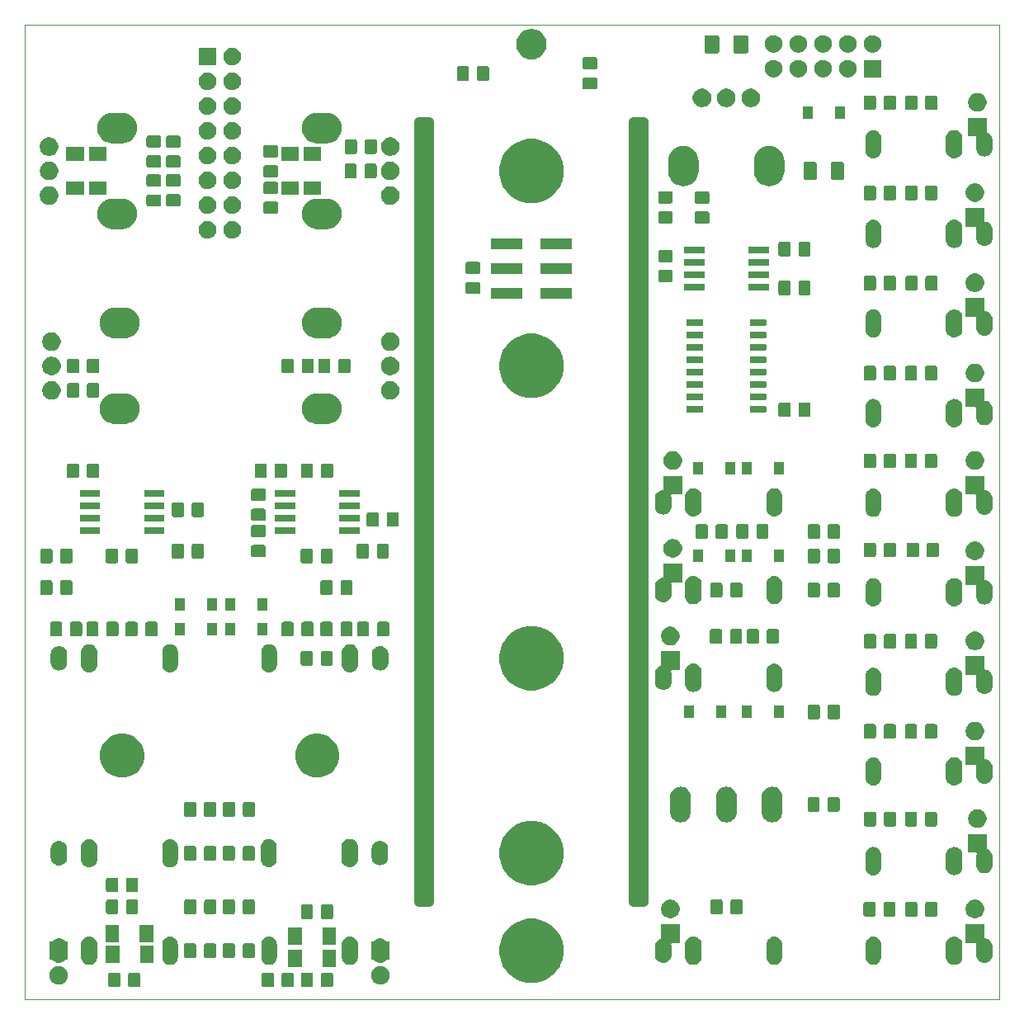
<source format=gbr>
%TF.GenerationSoftware,KiCad,Pcbnew,(5.1.5)-3*%
%TF.CreationDate,2020-05-19T22:28:50+02:00*%
%TF.ProjectId,KicadJE_Counts_PCB,4b696361-644a-4455-9f43-6f756e74735f,rev?*%
%TF.SameCoordinates,Original*%
%TF.FileFunction,Soldermask,Bot*%
%TF.FilePolarity,Negative*%
%FSLAX46Y46*%
G04 Gerber Fmt 4.6, Leading zero omitted, Abs format (unit mm)*
G04 Created by KiCad (PCBNEW (5.1.5)-3) date 2020-05-19 22:28:50*
%MOMM*%
%LPD*%
G04 APERTURE LIST*
%ADD10C,1.000000*%
%ADD11C,0.050000*%
%ADD12C,0.150000*%
G04 APERTURE END LIST*
D10*
X112500000Y-60000000D02*
X112500000Y-140000000D01*
X113500000Y-60000000D02*
X113500000Y-140000000D01*
X112500000Y-140000000D02*
X113500000Y-140000000D01*
X112500000Y-60000000D02*
X113500000Y-60000000D01*
X90500000Y-60000000D02*
X91500000Y-60000000D01*
X90500000Y-140000000D02*
X91500000Y-140000000D01*
X91500000Y-60000000D02*
X91500000Y-140000000D01*
X90500000Y-60000000D02*
X90500000Y-140000000D01*
D11*
X50000000Y-150000000D02*
X50000000Y-50000000D01*
X150000000Y-150000000D02*
X50000000Y-150000000D01*
X150000000Y-50000000D02*
X150000000Y-150000000D01*
X50000000Y-50000000D02*
X150000000Y-50000000D01*
D12*
G36*
X81488674Y-147253465D02*
G01*
X81526367Y-147264899D01*
X81561103Y-147283466D01*
X81591548Y-147308452D01*
X81616534Y-147338897D01*
X81635101Y-147373633D01*
X81646535Y-147411326D01*
X81651000Y-147456661D01*
X81651000Y-148543339D01*
X81646535Y-148588674D01*
X81635101Y-148626367D01*
X81616534Y-148661103D01*
X81591548Y-148691548D01*
X81561103Y-148716534D01*
X81526367Y-148735101D01*
X81488674Y-148746535D01*
X81443339Y-148751000D01*
X80606661Y-148751000D01*
X80561326Y-148746535D01*
X80523633Y-148735101D01*
X80488897Y-148716534D01*
X80458452Y-148691548D01*
X80433466Y-148661103D01*
X80414899Y-148626367D01*
X80403465Y-148588674D01*
X80399000Y-148543339D01*
X80399000Y-147456661D01*
X80403465Y-147411326D01*
X80414899Y-147373633D01*
X80433466Y-147338897D01*
X80458452Y-147308452D01*
X80488897Y-147283466D01*
X80523633Y-147264899D01*
X80561326Y-147253465D01*
X80606661Y-147249000D01*
X81443339Y-147249000D01*
X81488674Y-147253465D01*
G37*
G36*
X79438674Y-147253465D02*
G01*
X79476367Y-147264899D01*
X79511103Y-147283466D01*
X79541548Y-147308452D01*
X79566534Y-147338897D01*
X79585101Y-147373633D01*
X79596535Y-147411326D01*
X79601000Y-147456661D01*
X79601000Y-148543339D01*
X79596535Y-148588674D01*
X79585101Y-148626367D01*
X79566534Y-148661103D01*
X79541548Y-148691548D01*
X79511103Y-148716534D01*
X79476367Y-148735101D01*
X79438674Y-148746535D01*
X79393339Y-148751000D01*
X78556661Y-148751000D01*
X78511326Y-148746535D01*
X78473633Y-148735101D01*
X78438897Y-148716534D01*
X78408452Y-148691548D01*
X78383466Y-148661103D01*
X78364899Y-148626367D01*
X78353465Y-148588674D01*
X78349000Y-148543339D01*
X78349000Y-147456661D01*
X78353465Y-147411326D01*
X78364899Y-147373633D01*
X78383466Y-147338897D01*
X78408452Y-147308452D01*
X78438897Y-147283466D01*
X78473633Y-147264899D01*
X78511326Y-147253465D01*
X78556661Y-147249000D01*
X79393339Y-147249000D01*
X79438674Y-147253465D01*
G37*
G36*
X77463674Y-147253465D02*
G01*
X77501367Y-147264899D01*
X77536103Y-147283466D01*
X77566548Y-147308452D01*
X77591534Y-147338897D01*
X77610101Y-147373633D01*
X77621535Y-147411326D01*
X77626000Y-147456661D01*
X77626000Y-148543339D01*
X77621535Y-148588674D01*
X77610101Y-148626367D01*
X77591534Y-148661103D01*
X77566548Y-148691548D01*
X77536103Y-148716534D01*
X77501367Y-148735101D01*
X77463674Y-148746535D01*
X77418339Y-148751000D01*
X76581661Y-148751000D01*
X76536326Y-148746535D01*
X76498633Y-148735101D01*
X76463897Y-148716534D01*
X76433452Y-148691548D01*
X76408466Y-148661103D01*
X76389899Y-148626367D01*
X76378465Y-148588674D01*
X76374000Y-148543339D01*
X76374000Y-147456661D01*
X76378465Y-147411326D01*
X76389899Y-147373633D01*
X76408466Y-147338897D01*
X76433452Y-147308452D01*
X76463897Y-147283466D01*
X76498633Y-147264899D01*
X76536326Y-147253465D01*
X76581661Y-147249000D01*
X77418339Y-147249000D01*
X77463674Y-147253465D01*
G37*
G36*
X75413674Y-147253465D02*
G01*
X75451367Y-147264899D01*
X75486103Y-147283466D01*
X75516548Y-147308452D01*
X75541534Y-147338897D01*
X75560101Y-147373633D01*
X75571535Y-147411326D01*
X75576000Y-147456661D01*
X75576000Y-148543339D01*
X75571535Y-148588674D01*
X75560101Y-148626367D01*
X75541534Y-148661103D01*
X75516548Y-148691548D01*
X75486103Y-148716534D01*
X75451367Y-148735101D01*
X75413674Y-148746535D01*
X75368339Y-148751000D01*
X74531661Y-148751000D01*
X74486326Y-148746535D01*
X74448633Y-148735101D01*
X74413897Y-148716534D01*
X74383452Y-148691548D01*
X74358466Y-148661103D01*
X74339899Y-148626367D01*
X74328465Y-148588674D01*
X74324000Y-148543339D01*
X74324000Y-147456661D01*
X74328465Y-147411326D01*
X74339899Y-147373633D01*
X74358466Y-147338897D01*
X74383452Y-147308452D01*
X74413897Y-147283466D01*
X74448633Y-147264899D01*
X74486326Y-147253465D01*
X74531661Y-147249000D01*
X75368339Y-147249000D01*
X75413674Y-147253465D01*
G37*
G36*
X59663674Y-147253465D02*
G01*
X59701367Y-147264899D01*
X59736103Y-147283466D01*
X59766548Y-147308452D01*
X59791534Y-147338897D01*
X59810101Y-147373633D01*
X59821535Y-147411326D01*
X59826000Y-147456661D01*
X59826000Y-148543339D01*
X59821535Y-148588674D01*
X59810101Y-148626367D01*
X59791534Y-148661103D01*
X59766548Y-148691548D01*
X59736103Y-148716534D01*
X59701367Y-148735101D01*
X59663674Y-148746535D01*
X59618339Y-148751000D01*
X58781661Y-148751000D01*
X58736326Y-148746535D01*
X58698633Y-148735101D01*
X58663897Y-148716534D01*
X58633452Y-148691548D01*
X58608466Y-148661103D01*
X58589899Y-148626367D01*
X58578465Y-148588674D01*
X58574000Y-148543339D01*
X58574000Y-147456661D01*
X58578465Y-147411326D01*
X58589899Y-147373633D01*
X58608466Y-147338897D01*
X58633452Y-147308452D01*
X58663897Y-147283466D01*
X58698633Y-147264899D01*
X58736326Y-147253465D01*
X58781661Y-147249000D01*
X59618339Y-147249000D01*
X59663674Y-147253465D01*
G37*
G36*
X61713674Y-147253465D02*
G01*
X61751367Y-147264899D01*
X61786103Y-147283466D01*
X61816548Y-147308452D01*
X61841534Y-147338897D01*
X61860101Y-147373633D01*
X61871535Y-147411326D01*
X61876000Y-147456661D01*
X61876000Y-148543339D01*
X61871535Y-148588674D01*
X61860101Y-148626367D01*
X61841534Y-148661103D01*
X61816548Y-148691548D01*
X61786103Y-148716534D01*
X61751367Y-148735101D01*
X61713674Y-148746535D01*
X61668339Y-148751000D01*
X60831661Y-148751000D01*
X60786326Y-148746535D01*
X60748633Y-148735101D01*
X60713897Y-148716534D01*
X60683452Y-148691548D01*
X60658466Y-148661103D01*
X60639899Y-148626367D01*
X60628465Y-148588674D01*
X60624000Y-148543339D01*
X60624000Y-147456661D01*
X60628465Y-147411326D01*
X60639899Y-147373633D01*
X60658466Y-147338897D01*
X60683452Y-147308452D01*
X60713897Y-147283466D01*
X60748633Y-147264899D01*
X60786326Y-147253465D01*
X60831661Y-147249000D01*
X61668339Y-147249000D01*
X61713674Y-147253465D01*
G37*
G36*
X53777395Y-146625546D02*
G01*
X53950466Y-146697234D01*
X53950467Y-146697235D01*
X54106227Y-146801310D01*
X54238690Y-146933773D01*
X54238691Y-146933775D01*
X54342766Y-147089534D01*
X54414454Y-147262605D01*
X54451000Y-147446333D01*
X54451000Y-147633667D01*
X54414454Y-147817395D01*
X54342766Y-147990466D01*
X54342765Y-147990467D01*
X54238690Y-148146227D01*
X54106227Y-148278690D01*
X54027818Y-148331081D01*
X53950466Y-148382766D01*
X53777395Y-148454454D01*
X53593667Y-148491000D01*
X53406333Y-148491000D01*
X53222605Y-148454454D01*
X53049534Y-148382766D01*
X52972182Y-148331081D01*
X52893773Y-148278690D01*
X52761310Y-148146227D01*
X52657235Y-147990467D01*
X52657234Y-147990466D01*
X52585546Y-147817395D01*
X52549000Y-147633667D01*
X52549000Y-147446333D01*
X52585546Y-147262605D01*
X52657234Y-147089534D01*
X52761309Y-146933775D01*
X52761310Y-146933773D01*
X52893773Y-146801310D01*
X53049533Y-146697235D01*
X53049534Y-146697234D01*
X53222605Y-146625546D01*
X53406333Y-146589000D01*
X53593667Y-146589000D01*
X53777395Y-146625546D01*
G37*
G36*
X86777395Y-146625546D02*
G01*
X86950466Y-146697234D01*
X86950467Y-146697235D01*
X87106227Y-146801310D01*
X87238690Y-146933773D01*
X87238691Y-146933775D01*
X87342766Y-147089534D01*
X87414454Y-147262605D01*
X87451000Y-147446333D01*
X87451000Y-147633667D01*
X87414454Y-147817395D01*
X87342766Y-147990466D01*
X87342765Y-147990467D01*
X87238690Y-148146227D01*
X87106227Y-148278690D01*
X87027818Y-148331081D01*
X86950466Y-148382766D01*
X86777395Y-148454454D01*
X86593667Y-148491000D01*
X86406333Y-148491000D01*
X86222605Y-148454454D01*
X86049534Y-148382766D01*
X85972182Y-148331081D01*
X85893773Y-148278690D01*
X85761310Y-148146227D01*
X85657235Y-147990467D01*
X85657234Y-147990466D01*
X85585546Y-147817395D01*
X85549000Y-147633667D01*
X85549000Y-147446333D01*
X85585546Y-147262605D01*
X85657234Y-147089534D01*
X85761309Y-146933775D01*
X85761310Y-146933773D01*
X85893773Y-146801310D01*
X86049533Y-146697235D01*
X86049534Y-146697234D01*
X86222605Y-146625546D01*
X86406333Y-146589000D01*
X86593667Y-146589000D01*
X86777395Y-146625546D01*
G37*
G36*
X102962865Y-141825855D02*
G01*
X103563608Y-142074691D01*
X103563610Y-142074692D01*
X104104265Y-142435946D01*
X104564054Y-142895735D01*
X104925308Y-143436390D01*
X104925309Y-143436392D01*
X105174145Y-144037135D01*
X105301000Y-144674879D01*
X105301000Y-145325121D01*
X105174145Y-145962865D01*
X104970247Y-146455117D01*
X104925308Y-146563610D01*
X104564054Y-147104265D01*
X104104265Y-147564054D01*
X103563610Y-147925308D01*
X103563609Y-147925309D01*
X103563608Y-147925309D01*
X102962865Y-148174145D01*
X102325121Y-148301000D01*
X101674879Y-148301000D01*
X101037135Y-148174145D01*
X100436392Y-147925309D01*
X100436391Y-147925309D01*
X100436390Y-147925308D01*
X99895735Y-147564054D01*
X99435946Y-147104265D01*
X99074692Y-146563610D01*
X99029753Y-146455117D01*
X98825855Y-145962865D01*
X98699000Y-145325121D01*
X98699000Y-144674879D01*
X98825855Y-144037135D01*
X99074691Y-143436392D01*
X99074692Y-143436390D01*
X99435946Y-142895735D01*
X99895735Y-142435946D01*
X100436390Y-142074692D01*
X100436392Y-142074691D01*
X101037135Y-141825855D01*
X101674879Y-141699000D01*
X102325121Y-141699000D01*
X102962865Y-141825855D01*
G37*
G36*
X81951000Y-146725999D02*
G01*
X80549000Y-146725999D01*
X80549000Y-144923999D01*
X81951000Y-144923999D01*
X81951000Y-146725999D01*
G37*
G36*
X78451000Y-146725999D02*
G01*
X77049000Y-146725999D01*
X77049000Y-144923999D01*
X78451000Y-144923999D01*
X78451000Y-146725999D01*
G37*
G36*
X83546822Y-143561313D02*
G01*
X83707241Y-143609976D01*
X83855077Y-143688995D01*
X83967024Y-143780868D01*
X83984659Y-143795341D01*
X84091004Y-143924922D01*
X84091005Y-143924924D01*
X84170024Y-144072758D01*
X84218687Y-144233177D01*
X84231000Y-144358196D01*
X84231000Y-145641804D01*
X84218687Y-145766823D01*
X84170024Y-145927242D01*
X84128643Y-146004660D01*
X84091004Y-146075078D01*
X83984659Y-146204659D01*
X83855078Y-146311004D01*
X83855076Y-146311005D01*
X83707242Y-146390024D01*
X83546823Y-146438687D01*
X83380000Y-146455117D01*
X83213178Y-146438687D01*
X83052759Y-146390024D01*
X82904925Y-146311005D01*
X82904923Y-146311004D01*
X82775342Y-146204659D01*
X82668997Y-146075078D01*
X82631358Y-146004660D01*
X82589977Y-145927242D01*
X82541314Y-145766823D01*
X82529001Y-145641804D01*
X82529000Y-144358197D01*
X82541313Y-144233178D01*
X82589976Y-144072759D01*
X82668995Y-143924923D01*
X82775341Y-143795341D01*
X82836824Y-143744883D01*
X82904922Y-143688996D01*
X82928171Y-143676569D01*
X83052758Y-143609976D01*
X83213177Y-143561313D01*
X83380000Y-143544883D01*
X83546822Y-143561313D01*
G37*
G36*
X56786823Y-143561313D02*
G01*
X56947242Y-143609976D01*
X57071829Y-143676569D01*
X57095078Y-143688996D01*
X57224659Y-143795341D01*
X57331004Y-143924922D01*
X57331005Y-143924924D01*
X57410024Y-144072758D01*
X57458687Y-144233177D01*
X57471000Y-144358196D01*
X57471000Y-145641804D01*
X57458687Y-145766823D01*
X57410024Y-145927242D01*
X57368643Y-146004660D01*
X57331004Y-146075078D01*
X57301520Y-146111004D01*
X57224659Y-146204659D01*
X57095077Y-146311005D01*
X56947241Y-146390024D01*
X56786822Y-146438687D01*
X56620000Y-146455117D01*
X56453177Y-146438687D01*
X56292758Y-146390024D01*
X56144924Y-146311005D01*
X56144922Y-146311004D01*
X56015341Y-146204659D01*
X55938480Y-146111004D01*
X55908995Y-146075077D01*
X55829976Y-145927241D01*
X55781313Y-145766822D01*
X55769000Y-145641803D01*
X55769001Y-144358196D01*
X55781314Y-144233177D01*
X55829977Y-144072758D01*
X55908996Y-143924924D01*
X55908997Y-143924922D01*
X56015342Y-143795341D01*
X56144923Y-143688996D01*
X56168172Y-143676569D01*
X56292759Y-143609976D01*
X56453178Y-143561313D01*
X56620000Y-143544883D01*
X56786823Y-143561313D01*
G37*
G36*
X145546822Y-143561313D02*
G01*
X145707241Y-143609976D01*
X145855077Y-143688995D01*
X145967024Y-143780868D01*
X145984659Y-143795341D01*
X146091004Y-143924922D01*
X146091005Y-143924924D01*
X146170024Y-144072758D01*
X146218687Y-144233177D01*
X146231000Y-144358196D01*
X146231000Y-145641804D01*
X146218687Y-145766823D01*
X146170024Y-145927242D01*
X146128643Y-146004660D01*
X146091004Y-146075078D01*
X145984659Y-146204659D01*
X145855078Y-146311004D01*
X145855076Y-146311005D01*
X145707242Y-146390024D01*
X145546823Y-146438687D01*
X145380000Y-146455117D01*
X145213178Y-146438687D01*
X145052759Y-146390024D01*
X144904925Y-146311005D01*
X144904923Y-146311004D01*
X144775342Y-146204659D01*
X144668997Y-146075078D01*
X144631358Y-146004660D01*
X144589977Y-145927242D01*
X144541314Y-145766823D01*
X144529001Y-145641804D01*
X144529000Y-144358197D01*
X144541313Y-144233178D01*
X144589976Y-144072759D01*
X144668995Y-143924923D01*
X144775341Y-143795341D01*
X144836824Y-143744883D01*
X144904922Y-143688996D01*
X144928171Y-143676569D01*
X145052758Y-143609976D01*
X145213177Y-143561313D01*
X145380000Y-143544883D01*
X145546822Y-143561313D01*
G37*
G36*
X118786823Y-143561313D02*
G01*
X118947242Y-143609976D01*
X119071829Y-143676569D01*
X119095078Y-143688996D01*
X119224659Y-143795341D01*
X119331004Y-143924922D01*
X119331005Y-143924924D01*
X119410024Y-144072758D01*
X119458687Y-144233177D01*
X119471000Y-144358196D01*
X119471000Y-145641804D01*
X119458687Y-145766823D01*
X119410024Y-145927242D01*
X119368643Y-146004660D01*
X119331004Y-146075078D01*
X119301520Y-146111004D01*
X119224659Y-146204659D01*
X119095077Y-146311005D01*
X118947241Y-146390024D01*
X118786822Y-146438687D01*
X118620000Y-146455117D01*
X118453177Y-146438687D01*
X118292758Y-146390024D01*
X118144924Y-146311005D01*
X118144922Y-146311004D01*
X118015341Y-146204659D01*
X117938480Y-146111004D01*
X117908995Y-146075077D01*
X117829976Y-145927241D01*
X117781313Y-145766822D01*
X117769000Y-145641803D01*
X117769001Y-144358196D01*
X117781314Y-144233177D01*
X117829977Y-144072758D01*
X117908996Y-143924924D01*
X117908997Y-143924922D01*
X118015342Y-143795341D01*
X118144923Y-143688996D01*
X118168172Y-143676569D01*
X118292759Y-143609976D01*
X118453178Y-143561313D01*
X118620000Y-143544883D01*
X118786823Y-143561313D01*
G37*
G36*
X65077023Y-143560590D02*
G01*
X65177682Y-143591125D01*
X65228013Y-143606392D01*
X65367165Y-143680771D01*
X65489133Y-143780867D01*
X65589229Y-143902835D01*
X65663608Y-144041987D01*
X65665735Y-144049000D01*
X65709410Y-144192977D01*
X65709410Y-144192979D01*
X65720110Y-144301613D01*
X65721000Y-144310655D01*
X65721000Y-145689345D01*
X65709410Y-145807023D01*
X65688766Y-145875076D01*
X65663608Y-145958013D01*
X65659467Y-145965760D01*
X65589229Y-146097165D01*
X65489133Y-146219133D01*
X65377186Y-146311004D01*
X65367164Y-146319229D01*
X65228012Y-146393608D01*
X65177681Y-146408875D01*
X65077022Y-146439410D01*
X64920000Y-146454875D01*
X64762977Y-146439410D01*
X64662318Y-146408875D01*
X64611987Y-146393608D01*
X64472835Y-146319229D01*
X64420159Y-146275999D01*
X64350867Y-146219133D01*
X64250771Y-146097164D01*
X64201326Y-146004659D01*
X64176392Y-145958012D01*
X64151234Y-145875076D01*
X64130590Y-145807022D01*
X64119000Y-145689344D01*
X64119001Y-144310655D01*
X64119892Y-144301613D01*
X64130591Y-144192979D01*
X64130591Y-144192977D01*
X64174266Y-144049000D01*
X64176393Y-144041987D01*
X64250772Y-143902835D01*
X64350868Y-143780867D01*
X64472836Y-143680771D01*
X64611988Y-143606392D01*
X64662319Y-143591125D01*
X64762978Y-143560590D01*
X64920000Y-143545125D01*
X65077023Y-143560590D01*
G37*
G36*
X75237022Y-143560590D02*
G01*
X75337681Y-143591125D01*
X75388012Y-143606392D01*
X75475433Y-143653120D01*
X75527164Y-143680771D01*
X75649133Y-143780867D01*
X75737871Y-143888995D01*
X75749229Y-143902835D01*
X75823608Y-144041987D01*
X75825735Y-144049000D01*
X75869410Y-144192977D01*
X75869410Y-144192979D01*
X75880110Y-144301613D01*
X75881000Y-144310655D01*
X75881000Y-145689345D01*
X75869410Y-145807023D01*
X75848766Y-145875076D01*
X75823608Y-145958013D01*
X75749229Y-146097165D01*
X75649133Y-146219133D01*
X75527165Y-146319229D01*
X75388013Y-146393608D01*
X75337682Y-146408875D01*
X75237023Y-146439410D01*
X75080000Y-146454875D01*
X74922978Y-146439410D01*
X74822319Y-146408875D01*
X74771988Y-146393608D01*
X74632836Y-146319229D01*
X74510868Y-146219133D01*
X74410772Y-146097165D01*
X74336393Y-145958013D01*
X74311235Y-145875076D01*
X74290591Y-145807023D01*
X74279001Y-145689345D01*
X74279000Y-144310656D01*
X74290590Y-144192978D01*
X74336392Y-144041989D01*
X74336392Y-144041988D01*
X74410771Y-143902836D01*
X74422130Y-143888995D01*
X74510867Y-143780867D01*
X74632835Y-143680771D01*
X74684566Y-143653120D01*
X74771987Y-143606392D01*
X74822318Y-143591125D01*
X74922977Y-143560590D01*
X75080000Y-143545125D01*
X75237022Y-143560590D01*
G37*
G36*
X127077023Y-143560590D02*
G01*
X127177682Y-143591125D01*
X127228013Y-143606392D01*
X127367165Y-143680771D01*
X127489133Y-143780867D01*
X127589229Y-143902835D01*
X127663608Y-144041987D01*
X127665735Y-144049000D01*
X127709410Y-144192977D01*
X127709410Y-144192979D01*
X127720110Y-144301613D01*
X127721000Y-144310655D01*
X127721000Y-145689345D01*
X127709410Y-145807023D01*
X127688766Y-145875076D01*
X127663608Y-145958013D01*
X127659467Y-145965760D01*
X127589229Y-146097165D01*
X127489133Y-146219133D01*
X127377186Y-146311004D01*
X127367164Y-146319229D01*
X127228012Y-146393608D01*
X127177681Y-146408875D01*
X127077022Y-146439410D01*
X126920000Y-146454875D01*
X126762977Y-146439410D01*
X126662318Y-146408875D01*
X126611987Y-146393608D01*
X126472835Y-146319229D01*
X126420159Y-146275999D01*
X126350867Y-146219133D01*
X126250771Y-146097164D01*
X126201326Y-146004659D01*
X126176392Y-145958012D01*
X126151234Y-145875076D01*
X126130590Y-145807022D01*
X126119000Y-145689344D01*
X126119001Y-144310655D01*
X126119892Y-144301613D01*
X126130591Y-144192979D01*
X126130591Y-144192977D01*
X126174266Y-144049000D01*
X126176393Y-144041987D01*
X126250772Y-143902835D01*
X126350868Y-143780867D01*
X126472836Y-143680771D01*
X126611988Y-143606392D01*
X126662319Y-143591125D01*
X126762978Y-143560590D01*
X126920000Y-143545125D01*
X127077023Y-143560590D01*
G37*
G36*
X137237022Y-143560590D02*
G01*
X137337681Y-143591125D01*
X137388012Y-143606392D01*
X137475433Y-143653120D01*
X137527164Y-143680771D01*
X137649133Y-143780867D01*
X137737871Y-143888995D01*
X137749229Y-143902835D01*
X137823608Y-144041987D01*
X137825735Y-144049000D01*
X137869410Y-144192977D01*
X137869410Y-144192979D01*
X137880110Y-144301613D01*
X137881000Y-144310655D01*
X137881000Y-145689345D01*
X137869410Y-145807023D01*
X137848766Y-145875076D01*
X137823608Y-145958013D01*
X137749229Y-146097165D01*
X137649133Y-146219133D01*
X137527165Y-146319229D01*
X137388013Y-146393608D01*
X137337682Y-146408875D01*
X137237023Y-146439410D01*
X137080000Y-146454875D01*
X136922978Y-146439410D01*
X136822319Y-146408875D01*
X136771988Y-146393608D01*
X136632836Y-146319229D01*
X136510868Y-146219133D01*
X136410772Y-146097165D01*
X136336393Y-145958013D01*
X136311235Y-145875076D01*
X136290591Y-145807023D01*
X136279001Y-145689345D01*
X136279000Y-144310656D01*
X136290590Y-144192978D01*
X136336392Y-144041989D01*
X136336392Y-144041988D01*
X136410771Y-143902836D01*
X136422130Y-143888995D01*
X136510867Y-143780867D01*
X136632835Y-143680771D01*
X136684566Y-143653120D01*
X136771987Y-143606392D01*
X136822318Y-143591125D01*
X136922977Y-143560590D01*
X137080000Y-143545125D01*
X137237022Y-143560590D01*
G37*
G36*
X59736001Y-146275999D02*
G01*
X58334001Y-146275999D01*
X58334001Y-144473999D01*
X59736001Y-144473999D01*
X59736001Y-146275999D01*
G37*
G36*
X63236001Y-146275999D02*
G01*
X61834001Y-146275999D01*
X61834001Y-144473999D01*
X63236001Y-144473999D01*
X63236001Y-146275999D01*
G37*
G36*
X117201000Y-144201000D02*
G01*
X116456798Y-144201000D01*
X116432412Y-144203402D01*
X116408963Y-144210515D01*
X116387352Y-144222066D01*
X116368410Y-144237611D01*
X116352865Y-144256553D01*
X116341314Y-144278164D01*
X116334201Y-144301613D01*
X116331799Y-144325999D01*
X116334201Y-144350385D01*
X116337182Y-144362285D01*
X116358687Y-144433175D01*
X116371000Y-144558197D01*
X116371000Y-145441804D01*
X116358687Y-145566823D01*
X116310024Y-145727242D01*
X116267380Y-145807023D01*
X116231004Y-145875078D01*
X116145410Y-145979374D01*
X116124659Y-146004659D01*
X115995077Y-146111005D01*
X115847241Y-146190024D01*
X115686822Y-146238687D01*
X115520000Y-146255117D01*
X115353177Y-146238687D01*
X115192758Y-146190024D01*
X115044924Y-146111005D01*
X115044922Y-146111004D01*
X114915341Y-146004659D01*
X114894590Y-145979374D01*
X114808995Y-145875077D01*
X114729976Y-145727241D01*
X114681313Y-145566822D01*
X114669000Y-145441803D01*
X114669000Y-144558197D01*
X114681314Y-144433177D01*
X114729977Y-144272758D01*
X114808996Y-144124924D01*
X114808997Y-144124922D01*
X114915342Y-143995341D01*
X115044923Y-143888996D01*
X115054469Y-143883894D01*
X115192762Y-143809974D01*
X115210287Y-143804658D01*
X115232926Y-143795281D01*
X115253300Y-143781667D01*
X115270627Y-143764340D01*
X115284241Y-143743966D01*
X115293618Y-143721327D01*
X115299000Y-143685042D01*
X115299000Y-142299000D01*
X117201000Y-142299000D01*
X117201000Y-144201000D01*
G37*
G36*
X53686823Y-143761313D02*
G01*
X53798997Y-143795341D01*
X53847236Y-143809974D01*
X53847242Y-143809976D01*
X53979906Y-143880886D01*
X53995078Y-143888996D01*
X54124659Y-143995341D01*
X54131195Y-144003305D01*
X54148515Y-144020626D01*
X54168890Y-144034240D01*
X54191528Y-144043617D01*
X54215561Y-144048398D01*
X54227815Y-144049000D01*
X54451000Y-144049000D01*
X54451000Y-145951000D01*
X54227815Y-145951000D01*
X54203429Y-145953402D01*
X54179980Y-145960515D01*
X54158369Y-145972066D01*
X54139427Y-145987611D01*
X54131200Y-145996688D01*
X54124659Y-146004659D01*
X54074024Y-146046214D01*
X53995077Y-146111005D01*
X53847241Y-146190024D01*
X53686822Y-146238687D01*
X53520000Y-146255117D01*
X53353177Y-146238687D01*
X53192758Y-146190024D01*
X53044924Y-146111005D01*
X53044922Y-146111004D01*
X52915341Y-146004659D01*
X52908806Y-145996696D01*
X52891485Y-145979374D01*
X52871110Y-145965760D01*
X52848472Y-145956383D01*
X52824439Y-145951602D01*
X52812185Y-145951000D01*
X52549000Y-145951000D01*
X52549000Y-144049000D01*
X52812186Y-144049000D01*
X52836572Y-144046598D01*
X52860021Y-144039485D01*
X52881632Y-144027934D01*
X52900574Y-144012389D01*
X52908801Y-144003312D01*
X52915342Y-143995341D01*
X53044923Y-143888996D01*
X53060095Y-143880886D01*
X53192759Y-143809976D01*
X53192766Y-143809974D01*
X53241004Y-143795341D01*
X53353178Y-143761313D01*
X53520000Y-143744883D01*
X53686823Y-143761313D01*
G37*
G36*
X86646822Y-143761313D02*
G01*
X86758996Y-143795341D01*
X86807235Y-143809974D01*
X86807241Y-143809976D01*
X86955077Y-143888995D01*
X87034024Y-143953786D01*
X87084659Y-143995341D01*
X87091195Y-144003305D01*
X87108515Y-144020626D01*
X87128890Y-144034240D01*
X87151528Y-144043617D01*
X87175561Y-144048398D01*
X87187815Y-144049000D01*
X87451000Y-144049000D01*
X87451000Y-145951000D01*
X87187815Y-145951000D01*
X87163429Y-145953402D01*
X87139980Y-145960515D01*
X87118369Y-145972066D01*
X87099427Y-145987611D01*
X87091200Y-145996688D01*
X87084659Y-146004659D01*
X86955078Y-146111004D01*
X86955076Y-146111005D01*
X86807242Y-146190024D01*
X86646823Y-146238687D01*
X86480000Y-146255117D01*
X86313178Y-146238687D01*
X86152759Y-146190024D01*
X86004925Y-146111005D01*
X86004923Y-146111004D01*
X85875342Y-146004659D01*
X85868806Y-145996695D01*
X85851486Y-145979374D01*
X85831111Y-145965760D01*
X85808473Y-145956383D01*
X85784440Y-145951602D01*
X85772186Y-145951000D01*
X85549000Y-145951000D01*
X85549000Y-144049000D01*
X85772185Y-144049000D01*
X85796571Y-144046598D01*
X85820020Y-144039485D01*
X85841631Y-144027934D01*
X85860573Y-144012389D01*
X85868800Y-144003311D01*
X85875341Y-143995341D01*
X86004922Y-143888996D01*
X86020094Y-143880886D01*
X86152758Y-143809976D01*
X86152765Y-143809974D01*
X86201003Y-143795341D01*
X86313177Y-143761313D01*
X86480000Y-143744883D01*
X86646822Y-143761313D01*
G37*
G36*
X148451000Y-143628734D02*
G01*
X148453402Y-143653120D01*
X148460515Y-143676569D01*
X148472066Y-143698180D01*
X148487611Y-143717122D01*
X148506553Y-143732667D01*
X148528164Y-143744218D01*
X148551613Y-143751331D01*
X148563747Y-143753131D01*
X148646822Y-143761313D01*
X148758996Y-143795341D01*
X148807235Y-143809974D01*
X148807241Y-143809976D01*
X148955077Y-143888995D01*
X149084658Y-143995340D01*
X149084659Y-143995341D01*
X149191004Y-144124922D01*
X149191005Y-144124924D01*
X149270024Y-144272758D01*
X149318687Y-144433177D01*
X149331000Y-144558196D01*
X149331000Y-145441803D01*
X149318687Y-145566822D01*
X149270024Y-145727242D01*
X149227380Y-145807023D01*
X149191004Y-145875078D01*
X149084659Y-146004659D01*
X148955078Y-146111004D01*
X148955076Y-146111005D01*
X148807242Y-146190024D01*
X148646823Y-146238687D01*
X148480000Y-146255117D01*
X148313178Y-146238687D01*
X148152759Y-146190024D01*
X148004925Y-146111005D01*
X148004923Y-146111004D01*
X147875342Y-146004659D01*
X147768997Y-145875078D01*
X147732621Y-145807023D01*
X147689977Y-145727242D01*
X147641314Y-145566823D01*
X147629000Y-145441803D01*
X147629000Y-144558197D01*
X147641313Y-144433175D01*
X147662818Y-144362285D01*
X147667599Y-144338252D01*
X147667599Y-144313748D01*
X147662819Y-144289714D01*
X147653442Y-144267075D01*
X147639828Y-144246701D01*
X147622501Y-144229374D01*
X147602127Y-144215760D01*
X147579488Y-144206383D01*
X147555455Y-144201602D01*
X147543202Y-144201000D01*
X146549000Y-144201000D01*
X146549000Y-142299000D01*
X148451000Y-142299000D01*
X148451000Y-143628734D01*
G37*
G36*
X73463674Y-144253465D02*
G01*
X73501367Y-144264899D01*
X73536103Y-144283466D01*
X73566548Y-144308452D01*
X73591534Y-144338897D01*
X73610101Y-144373633D01*
X73621535Y-144411326D01*
X73626000Y-144456661D01*
X73626000Y-145543339D01*
X73621535Y-145588674D01*
X73610101Y-145626367D01*
X73591534Y-145661103D01*
X73566548Y-145691548D01*
X73536103Y-145716534D01*
X73501367Y-145735101D01*
X73463674Y-145746535D01*
X73418339Y-145751000D01*
X72581661Y-145751000D01*
X72536326Y-145746535D01*
X72498633Y-145735101D01*
X72463897Y-145716534D01*
X72433452Y-145691548D01*
X72408466Y-145661103D01*
X72389899Y-145626367D01*
X72378465Y-145588674D01*
X72374000Y-145543339D01*
X72374000Y-144456661D01*
X72378465Y-144411326D01*
X72389899Y-144373633D01*
X72408466Y-144338897D01*
X72433452Y-144308452D01*
X72463897Y-144283466D01*
X72498633Y-144264899D01*
X72536326Y-144253465D01*
X72581661Y-144249000D01*
X73418339Y-144249000D01*
X73463674Y-144253465D01*
G37*
G36*
X71413674Y-144253465D02*
G01*
X71451367Y-144264899D01*
X71486103Y-144283466D01*
X71516548Y-144308452D01*
X71541534Y-144338897D01*
X71560101Y-144373633D01*
X71571535Y-144411326D01*
X71576000Y-144456661D01*
X71576000Y-145543339D01*
X71571535Y-145588674D01*
X71560101Y-145626367D01*
X71541534Y-145661103D01*
X71516548Y-145691548D01*
X71486103Y-145716534D01*
X71451367Y-145735101D01*
X71413674Y-145746535D01*
X71368339Y-145751000D01*
X70531661Y-145751000D01*
X70486326Y-145746535D01*
X70448633Y-145735101D01*
X70413897Y-145716534D01*
X70383452Y-145691548D01*
X70358466Y-145661103D01*
X70339899Y-145626367D01*
X70328465Y-145588674D01*
X70324000Y-145543339D01*
X70324000Y-144456661D01*
X70328465Y-144411326D01*
X70339899Y-144373633D01*
X70358466Y-144338897D01*
X70383452Y-144308452D01*
X70413897Y-144283466D01*
X70448633Y-144264899D01*
X70486326Y-144253465D01*
X70531661Y-144249000D01*
X71368339Y-144249000D01*
X71413674Y-144253465D01*
G37*
G36*
X69488674Y-144253465D02*
G01*
X69526367Y-144264899D01*
X69561103Y-144283466D01*
X69591548Y-144308452D01*
X69616534Y-144338897D01*
X69635101Y-144373633D01*
X69646535Y-144411326D01*
X69651000Y-144456661D01*
X69651000Y-145543339D01*
X69646535Y-145588674D01*
X69635101Y-145626367D01*
X69616534Y-145661103D01*
X69591548Y-145691548D01*
X69561103Y-145716534D01*
X69526367Y-145735101D01*
X69488674Y-145746535D01*
X69443339Y-145751000D01*
X68606661Y-145751000D01*
X68561326Y-145746535D01*
X68523633Y-145735101D01*
X68488897Y-145716534D01*
X68458452Y-145691548D01*
X68433466Y-145661103D01*
X68414899Y-145626367D01*
X68403465Y-145588674D01*
X68399000Y-145543339D01*
X68399000Y-144456661D01*
X68403465Y-144411326D01*
X68414899Y-144373633D01*
X68433466Y-144338897D01*
X68458452Y-144308452D01*
X68488897Y-144283466D01*
X68523633Y-144264899D01*
X68561326Y-144253465D01*
X68606661Y-144249000D01*
X69443339Y-144249000D01*
X69488674Y-144253465D01*
G37*
G36*
X67438674Y-144253465D02*
G01*
X67476367Y-144264899D01*
X67511103Y-144283466D01*
X67541548Y-144308452D01*
X67566534Y-144338897D01*
X67585101Y-144373633D01*
X67596535Y-144411326D01*
X67601000Y-144456661D01*
X67601000Y-145543339D01*
X67596535Y-145588674D01*
X67585101Y-145626367D01*
X67566534Y-145661103D01*
X67541548Y-145691548D01*
X67511103Y-145716534D01*
X67476367Y-145735101D01*
X67438674Y-145746535D01*
X67393339Y-145751000D01*
X66556661Y-145751000D01*
X66511326Y-145746535D01*
X66473633Y-145735101D01*
X66438897Y-145716534D01*
X66408452Y-145691548D01*
X66383466Y-145661103D01*
X66364899Y-145626367D01*
X66353465Y-145588674D01*
X66349000Y-145543339D01*
X66349000Y-144456661D01*
X66353465Y-144411326D01*
X66364899Y-144373633D01*
X66383466Y-144338897D01*
X66408452Y-144308452D01*
X66438897Y-144283466D01*
X66473633Y-144264899D01*
X66511326Y-144253465D01*
X66556661Y-144249000D01*
X67393339Y-144249000D01*
X67438674Y-144253465D01*
G37*
G36*
X78451000Y-144401000D02*
G01*
X77049000Y-144401000D01*
X77049000Y-142599000D01*
X78451000Y-142599000D01*
X78451000Y-144401000D01*
G37*
G36*
X81951000Y-144401000D02*
G01*
X80549000Y-144401000D01*
X80549000Y-142599000D01*
X81951000Y-142599000D01*
X81951000Y-144401000D01*
G37*
G36*
X63201000Y-144151000D02*
G01*
X61799000Y-144151000D01*
X61799000Y-142349000D01*
X63201000Y-142349000D01*
X63201000Y-144151000D01*
G37*
G36*
X59701000Y-144151000D02*
G01*
X58299000Y-144151000D01*
X58299000Y-142349000D01*
X59701000Y-142349000D01*
X59701000Y-144151000D01*
G37*
G36*
X79438674Y-140253465D02*
G01*
X79476367Y-140264899D01*
X79511103Y-140283466D01*
X79541548Y-140308452D01*
X79566534Y-140338897D01*
X79585101Y-140373633D01*
X79596535Y-140411326D01*
X79601000Y-140456661D01*
X79601000Y-141543339D01*
X79596535Y-141588674D01*
X79585101Y-141626367D01*
X79566534Y-141661103D01*
X79541548Y-141691548D01*
X79511103Y-141716534D01*
X79476367Y-141735101D01*
X79438674Y-141746535D01*
X79393339Y-141751000D01*
X78556661Y-141751000D01*
X78511326Y-141746535D01*
X78473633Y-141735101D01*
X78438897Y-141716534D01*
X78408452Y-141691548D01*
X78383466Y-141661103D01*
X78364899Y-141626367D01*
X78353465Y-141588674D01*
X78349000Y-141543339D01*
X78349000Y-140456661D01*
X78353465Y-140411326D01*
X78364899Y-140373633D01*
X78383466Y-140338897D01*
X78408452Y-140308452D01*
X78438897Y-140283466D01*
X78473633Y-140264899D01*
X78511326Y-140253465D01*
X78556661Y-140249000D01*
X79393339Y-140249000D01*
X79438674Y-140253465D01*
G37*
G36*
X81488674Y-140253465D02*
G01*
X81526367Y-140264899D01*
X81561103Y-140283466D01*
X81591548Y-140308452D01*
X81616534Y-140338897D01*
X81635101Y-140373633D01*
X81646535Y-140411326D01*
X81651000Y-140456661D01*
X81651000Y-141543339D01*
X81646535Y-141588674D01*
X81635101Y-141626367D01*
X81616534Y-141661103D01*
X81591548Y-141691548D01*
X81561103Y-141716534D01*
X81526367Y-141735101D01*
X81488674Y-141746535D01*
X81443339Y-141751000D01*
X80606661Y-141751000D01*
X80561326Y-141746535D01*
X80523633Y-141735101D01*
X80488897Y-141716534D01*
X80458452Y-141691548D01*
X80433466Y-141661103D01*
X80414899Y-141626367D01*
X80403465Y-141588674D01*
X80399000Y-141543339D01*
X80399000Y-140456661D01*
X80403465Y-140411326D01*
X80414899Y-140373633D01*
X80433466Y-140338897D01*
X80458452Y-140308452D01*
X80488897Y-140283466D01*
X80523633Y-140264899D01*
X80561326Y-140253465D01*
X80606661Y-140249000D01*
X81443339Y-140249000D01*
X81488674Y-140253465D01*
G37*
G36*
X147777395Y-139795546D02*
G01*
X147950466Y-139867234D01*
X148016454Y-139911326D01*
X148106227Y-139971310D01*
X148238690Y-140103773D01*
X148238691Y-140103775D01*
X148342766Y-140259534D01*
X148414454Y-140432605D01*
X148451000Y-140616333D01*
X148451000Y-140803667D01*
X148414454Y-140987395D01*
X148342766Y-141160466D01*
X148297089Y-141228827D01*
X148238690Y-141316227D01*
X148106227Y-141448690D01*
X148058946Y-141480282D01*
X147950466Y-141552766D01*
X147777395Y-141624454D01*
X147593667Y-141661000D01*
X147406333Y-141661000D01*
X147222605Y-141624454D01*
X147049534Y-141552766D01*
X146941054Y-141480282D01*
X146893773Y-141448690D01*
X146761310Y-141316227D01*
X146702911Y-141228827D01*
X146657234Y-141160466D01*
X146585546Y-140987395D01*
X146549000Y-140803667D01*
X146549000Y-140616333D01*
X146585546Y-140432605D01*
X146657234Y-140259534D01*
X146761309Y-140103775D01*
X146761310Y-140103773D01*
X146893773Y-139971310D01*
X146983546Y-139911326D01*
X147049534Y-139867234D01*
X147222605Y-139795546D01*
X147406333Y-139759000D01*
X147593667Y-139759000D01*
X147777395Y-139795546D01*
G37*
G36*
X116527395Y-139795546D02*
G01*
X116700466Y-139867234D01*
X116766454Y-139911326D01*
X116856227Y-139971310D01*
X116988690Y-140103773D01*
X116988691Y-140103775D01*
X117092766Y-140259534D01*
X117164454Y-140432605D01*
X117201000Y-140616333D01*
X117201000Y-140803667D01*
X117164454Y-140987395D01*
X117092766Y-141160466D01*
X117047089Y-141228827D01*
X116988690Y-141316227D01*
X116856227Y-141448690D01*
X116808946Y-141480282D01*
X116700466Y-141552766D01*
X116527395Y-141624454D01*
X116343667Y-141661000D01*
X116156333Y-141661000D01*
X115972605Y-141624454D01*
X115799534Y-141552766D01*
X115691054Y-141480282D01*
X115643773Y-141448690D01*
X115511310Y-141316227D01*
X115452911Y-141228827D01*
X115407234Y-141160466D01*
X115335546Y-140987395D01*
X115299000Y-140803667D01*
X115299000Y-140616333D01*
X115335546Y-140432605D01*
X115407234Y-140259534D01*
X115511309Y-140103775D01*
X115511310Y-140103773D01*
X115643773Y-139971310D01*
X115733546Y-139911326D01*
X115799534Y-139867234D01*
X115972605Y-139795546D01*
X116156333Y-139759000D01*
X116343667Y-139759000D01*
X116527395Y-139795546D01*
G37*
G36*
X143488674Y-140003465D02*
G01*
X143526367Y-140014899D01*
X143561103Y-140033466D01*
X143591548Y-140058452D01*
X143616534Y-140088897D01*
X143635101Y-140123633D01*
X143646535Y-140161326D01*
X143651000Y-140206661D01*
X143651000Y-141293339D01*
X143646535Y-141338674D01*
X143635101Y-141376367D01*
X143616534Y-141411103D01*
X143591548Y-141441548D01*
X143561103Y-141466534D01*
X143526367Y-141485101D01*
X143488674Y-141496535D01*
X143443339Y-141501000D01*
X142606661Y-141501000D01*
X142561326Y-141496535D01*
X142523633Y-141485101D01*
X142488897Y-141466534D01*
X142458452Y-141441548D01*
X142433466Y-141411103D01*
X142414899Y-141376367D01*
X142403465Y-141338674D01*
X142399000Y-141293339D01*
X142399000Y-140206661D01*
X142403465Y-140161326D01*
X142414899Y-140123633D01*
X142433466Y-140088897D01*
X142458452Y-140058452D01*
X142488897Y-140033466D01*
X142523633Y-140014899D01*
X142561326Y-140003465D01*
X142606661Y-139999000D01*
X143443339Y-139999000D01*
X143488674Y-140003465D01*
G37*
G36*
X137163674Y-140003465D02*
G01*
X137201367Y-140014899D01*
X137236103Y-140033466D01*
X137266548Y-140058452D01*
X137291534Y-140088897D01*
X137310101Y-140123633D01*
X137321535Y-140161326D01*
X137326000Y-140206661D01*
X137326000Y-141293339D01*
X137321535Y-141338674D01*
X137310101Y-141376367D01*
X137291534Y-141411103D01*
X137266548Y-141441548D01*
X137236103Y-141466534D01*
X137201367Y-141485101D01*
X137163674Y-141496535D01*
X137118339Y-141501000D01*
X136281661Y-141501000D01*
X136236326Y-141496535D01*
X136198633Y-141485101D01*
X136163897Y-141466534D01*
X136133452Y-141441548D01*
X136108466Y-141411103D01*
X136089899Y-141376367D01*
X136078465Y-141338674D01*
X136074000Y-141293339D01*
X136074000Y-140206661D01*
X136078465Y-140161326D01*
X136089899Y-140123633D01*
X136108466Y-140088897D01*
X136133452Y-140058452D01*
X136163897Y-140033466D01*
X136198633Y-140014899D01*
X136236326Y-140003465D01*
X136281661Y-139999000D01*
X137118339Y-139999000D01*
X137163674Y-140003465D01*
G37*
G36*
X139213674Y-140003465D02*
G01*
X139251367Y-140014899D01*
X139286103Y-140033466D01*
X139316548Y-140058452D01*
X139341534Y-140088897D01*
X139360101Y-140123633D01*
X139371535Y-140161326D01*
X139376000Y-140206661D01*
X139376000Y-141293339D01*
X139371535Y-141338674D01*
X139360101Y-141376367D01*
X139341534Y-141411103D01*
X139316548Y-141441548D01*
X139286103Y-141466534D01*
X139251367Y-141485101D01*
X139213674Y-141496535D01*
X139168339Y-141501000D01*
X138331661Y-141501000D01*
X138286326Y-141496535D01*
X138248633Y-141485101D01*
X138213897Y-141466534D01*
X138183452Y-141441548D01*
X138158466Y-141411103D01*
X138139899Y-141376367D01*
X138128465Y-141338674D01*
X138124000Y-141293339D01*
X138124000Y-140206661D01*
X138128465Y-140161326D01*
X138139899Y-140123633D01*
X138158466Y-140088897D01*
X138183452Y-140058452D01*
X138213897Y-140033466D01*
X138248633Y-140014899D01*
X138286326Y-140003465D01*
X138331661Y-139999000D01*
X139168339Y-139999000D01*
X139213674Y-140003465D01*
G37*
G36*
X141438674Y-140003465D02*
G01*
X141476367Y-140014899D01*
X141511103Y-140033466D01*
X141541548Y-140058452D01*
X141566534Y-140088897D01*
X141585101Y-140123633D01*
X141596535Y-140161326D01*
X141601000Y-140206661D01*
X141601000Y-141293339D01*
X141596535Y-141338674D01*
X141585101Y-141376367D01*
X141566534Y-141411103D01*
X141541548Y-141441548D01*
X141511103Y-141466534D01*
X141476367Y-141485101D01*
X141438674Y-141496535D01*
X141393339Y-141501000D01*
X140556661Y-141501000D01*
X140511326Y-141496535D01*
X140473633Y-141485101D01*
X140438897Y-141466534D01*
X140408452Y-141441548D01*
X140383466Y-141411103D01*
X140364899Y-141376367D01*
X140353465Y-141338674D01*
X140349000Y-141293339D01*
X140349000Y-140206661D01*
X140353465Y-140161326D01*
X140364899Y-140123633D01*
X140383466Y-140088897D01*
X140408452Y-140058452D01*
X140438897Y-140033466D01*
X140473633Y-140014899D01*
X140511326Y-140003465D01*
X140556661Y-139999000D01*
X141393339Y-139999000D01*
X141438674Y-140003465D01*
G37*
G36*
X69513674Y-139753465D02*
G01*
X69551367Y-139764899D01*
X69586103Y-139783466D01*
X69616548Y-139808452D01*
X69641534Y-139838897D01*
X69660101Y-139873633D01*
X69671535Y-139911326D01*
X69676000Y-139956661D01*
X69676000Y-141043339D01*
X69671535Y-141088674D01*
X69660101Y-141126367D01*
X69641534Y-141161103D01*
X69616548Y-141191548D01*
X69586103Y-141216534D01*
X69551367Y-141235101D01*
X69513674Y-141246535D01*
X69468339Y-141251000D01*
X68631661Y-141251000D01*
X68586326Y-141246535D01*
X68548633Y-141235101D01*
X68513897Y-141216534D01*
X68483452Y-141191548D01*
X68458466Y-141161103D01*
X68439899Y-141126367D01*
X68428465Y-141088674D01*
X68424000Y-141043339D01*
X68424000Y-139956661D01*
X68428465Y-139911326D01*
X68439899Y-139873633D01*
X68458466Y-139838897D01*
X68483452Y-139808452D01*
X68513897Y-139783466D01*
X68548633Y-139764899D01*
X68586326Y-139753465D01*
X68631661Y-139749000D01*
X69468339Y-139749000D01*
X69513674Y-139753465D01*
G37*
G36*
X59438674Y-139753465D02*
G01*
X59476367Y-139764899D01*
X59511103Y-139783466D01*
X59541548Y-139808452D01*
X59566534Y-139838897D01*
X59585101Y-139873633D01*
X59596535Y-139911326D01*
X59601000Y-139956661D01*
X59601000Y-141043339D01*
X59596535Y-141088674D01*
X59585101Y-141126367D01*
X59566534Y-141161103D01*
X59541548Y-141191548D01*
X59511103Y-141216534D01*
X59476367Y-141235101D01*
X59438674Y-141246535D01*
X59393339Y-141251000D01*
X58556661Y-141251000D01*
X58511326Y-141246535D01*
X58473633Y-141235101D01*
X58438897Y-141216534D01*
X58408452Y-141191548D01*
X58383466Y-141161103D01*
X58364899Y-141126367D01*
X58353465Y-141088674D01*
X58349000Y-141043339D01*
X58349000Y-139956661D01*
X58353465Y-139911326D01*
X58364899Y-139873633D01*
X58383466Y-139838897D01*
X58408452Y-139808452D01*
X58438897Y-139783466D01*
X58473633Y-139764899D01*
X58511326Y-139753465D01*
X58556661Y-139749000D01*
X59393339Y-139749000D01*
X59438674Y-139753465D01*
G37*
G36*
X61488674Y-139753465D02*
G01*
X61526367Y-139764899D01*
X61561103Y-139783466D01*
X61591548Y-139808452D01*
X61616534Y-139838897D01*
X61635101Y-139873633D01*
X61646535Y-139911326D01*
X61651000Y-139956661D01*
X61651000Y-141043339D01*
X61646535Y-141088674D01*
X61635101Y-141126367D01*
X61616534Y-141161103D01*
X61591548Y-141191548D01*
X61561103Y-141216534D01*
X61526367Y-141235101D01*
X61488674Y-141246535D01*
X61443339Y-141251000D01*
X60606661Y-141251000D01*
X60561326Y-141246535D01*
X60523633Y-141235101D01*
X60488897Y-141216534D01*
X60458452Y-141191548D01*
X60433466Y-141161103D01*
X60414899Y-141126367D01*
X60403465Y-141088674D01*
X60399000Y-141043339D01*
X60399000Y-139956661D01*
X60403465Y-139911326D01*
X60414899Y-139873633D01*
X60433466Y-139838897D01*
X60458452Y-139808452D01*
X60488897Y-139783466D01*
X60523633Y-139764899D01*
X60561326Y-139753465D01*
X60606661Y-139749000D01*
X61443339Y-139749000D01*
X61488674Y-139753465D01*
G37*
G36*
X121463674Y-139753465D02*
G01*
X121501367Y-139764899D01*
X121536103Y-139783466D01*
X121566548Y-139808452D01*
X121591534Y-139838897D01*
X121610101Y-139873633D01*
X121621535Y-139911326D01*
X121626000Y-139956661D01*
X121626000Y-141043339D01*
X121621535Y-141088674D01*
X121610101Y-141126367D01*
X121591534Y-141161103D01*
X121566548Y-141191548D01*
X121536103Y-141216534D01*
X121501367Y-141235101D01*
X121463674Y-141246535D01*
X121418339Y-141251000D01*
X120581661Y-141251000D01*
X120536326Y-141246535D01*
X120498633Y-141235101D01*
X120463897Y-141216534D01*
X120433452Y-141191548D01*
X120408466Y-141161103D01*
X120389899Y-141126367D01*
X120378465Y-141088674D01*
X120374000Y-141043339D01*
X120374000Y-139956661D01*
X120378465Y-139911326D01*
X120389899Y-139873633D01*
X120408466Y-139838897D01*
X120433452Y-139808452D01*
X120463897Y-139783466D01*
X120498633Y-139764899D01*
X120536326Y-139753465D01*
X120581661Y-139749000D01*
X121418339Y-139749000D01*
X121463674Y-139753465D01*
G37*
G36*
X123513674Y-139753465D02*
G01*
X123551367Y-139764899D01*
X123586103Y-139783466D01*
X123616548Y-139808452D01*
X123641534Y-139838897D01*
X123660101Y-139873633D01*
X123671535Y-139911326D01*
X123676000Y-139956661D01*
X123676000Y-141043339D01*
X123671535Y-141088674D01*
X123660101Y-141126367D01*
X123641534Y-141161103D01*
X123616548Y-141191548D01*
X123586103Y-141216534D01*
X123551367Y-141235101D01*
X123513674Y-141246535D01*
X123468339Y-141251000D01*
X122631661Y-141251000D01*
X122586326Y-141246535D01*
X122548633Y-141235101D01*
X122513897Y-141216534D01*
X122483452Y-141191548D01*
X122458466Y-141161103D01*
X122439899Y-141126367D01*
X122428465Y-141088674D01*
X122424000Y-141043339D01*
X122424000Y-139956661D01*
X122428465Y-139911326D01*
X122439899Y-139873633D01*
X122458466Y-139838897D01*
X122483452Y-139808452D01*
X122513897Y-139783466D01*
X122548633Y-139764899D01*
X122586326Y-139753465D01*
X122631661Y-139749000D01*
X123468339Y-139749000D01*
X123513674Y-139753465D01*
G37*
G36*
X67463674Y-139753465D02*
G01*
X67501367Y-139764899D01*
X67536103Y-139783466D01*
X67566548Y-139808452D01*
X67591534Y-139838897D01*
X67610101Y-139873633D01*
X67621535Y-139911326D01*
X67626000Y-139956661D01*
X67626000Y-141043339D01*
X67621535Y-141088674D01*
X67610101Y-141126367D01*
X67591534Y-141161103D01*
X67566548Y-141191548D01*
X67536103Y-141216534D01*
X67501367Y-141235101D01*
X67463674Y-141246535D01*
X67418339Y-141251000D01*
X66581661Y-141251000D01*
X66536326Y-141246535D01*
X66498633Y-141235101D01*
X66463897Y-141216534D01*
X66433452Y-141191548D01*
X66408466Y-141161103D01*
X66389899Y-141126367D01*
X66378465Y-141088674D01*
X66374000Y-141043339D01*
X66374000Y-139956661D01*
X66378465Y-139911326D01*
X66389899Y-139873633D01*
X66408466Y-139838897D01*
X66433452Y-139808452D01*
X66463897Y-139783466D01*
X66498633Y-139764899D01*
X66536326Y-139753465D01*
X66581661Y-139749000D01*
X67418339Y-139749000D01*
X67463674Y-139753465D01*
G37*
G36*
X71413674Y-139753465D02*
G01*
X71451367Y-139764899D01*
X71486103Y-139783466D01*
X71516548Y-139808452D01*
X71541534Y-139838897D01*
X71560101Y-139873633D01*
X71571535Y-139911326D01*
X71576000Y-139956661D01*
X71576000Y-141043339D01*
X71571535Y-141088674D01*
X71560101Y-141126367D01*
X71541534Y-141161103D01*
X71516548Y-141191548D01*
X71486103Y-141216534D01*
X71451367Y-141235101D01*
X71413674Y-141246535D01*
X71368339Y-141251000D01*
X70531661Y-141251000D01*
X70486326Y-141246535D01*
X70448633Y-141235101D01*
X70413897Y-141216534D01*
X70383452Y-141191548D01*
X70358466Y-141161103D01*
X70339899Y-141126367D01*
X70328465Y-141088674D01*
X70324000Y-141043339D01*
X70324000Y-139956661D01*
X70328465Y-139911326D01*
X70339899Y-139873633D01*
X70358466Y-139838897D01*
X70383452Y-139808452D01*
X70413897Y-139783466D01*
X70448633Y-139764899D01*
X70486326Y-139753465D01*
X70531661Y-139749000D01*
X71368339Y-139749000D01*
X71413674Y-139753465D01*
G37*
G36*
X73463674Y-139753465D02*
G01*
X73501367Y-139764899D01*
X73536103Y-139783466D01*
X73566548Y-139808452D01*
X73591534Y-139838897D01*
X73610101Y-139873633D01*
X73621535Y-139911326D01*
X73626000Y-139956661D01*
X73626000Y-141043339D01*
X73621535Y-141088674D01*
X73610101Y-141126367D01*
X73591534Y-141161103D01*
X73566548Y-141191548D01*
X73536103Y-141216534D01*
X73501367Y-141235101D01*
X73463674Y-141246535D01*
X73418339Y-141251000D01*
X72581661Y-141251000D01*
X72536326Y-141246535D01*
X72498633Y-141235101D01*
X72463897Y-141216534D01*
X72433452Y-141191548D01*
X72408466Y-141161103D01*
X72389899Y-141126367D01*
X72378465Y-141088674D01*
X72374000Y-141043339D01*
X72374000Y-139956661D01*
X72378465Y-139911326D01*
X72389899Y-139873633D01*
X72408466Y-139838897D01*
X72433452Y-139808452D01*
X72463897Y-139783466D01*
X72498633Y-139764899D01*
X72536326Y-139753465D01*
X72581661Y-139749000D01*
X73418339Y-139749000D01*
X73463674Y-139753465D01*
G37*
G36*
X61488674Y-137503465D02*
G01*
X61526367Y-137514899D01*
X61561103Y-137533466D01*
X61591548Y-137558452D01*
X61616534Y-137588897D01*
X61635101Y-137623633D01*
X61646535Y-137661326D01*
X61651000Y-137706661D01*
X61651000Y-138793339D01*
X61646535Y-138838674D01*
X61635101Y-138876367D01*
X61616534Y-138911103D01*
X61591548Y-138941548D01*
X61561103Y-138966534D01*
X61526367Y-138985101D01*
X61488674Y-138996535D01*
X61443339Y-139001000D01*
X60606661Y-139001000D01*
X60561326Y-138996535D01*
X60523633Y-138985101D01*
X60488897Y-138966534D01*
X60458452Y-138941548D01*
X60433466Y-138911103D01*
X60414899Y-138876367D01*
X60403465Y-138838674D01*
X60399000Y-138793339D01*
X60399000Y-137706661D01*
X60403465Y-137661326D01*
X60414899Y-137623633D01*
X60433466Y-137588897D01*
X60458452Y-137558452D01*
X60488897Y-137533466D01*
X60523633Y-137514899D01*
X60561326Y-137503465D01*
X60606661Y-137499000D01*
X61443339Y-137499000D01*
X61488674Y-137503465D01*
G37*
G36*
X59438674Y-137503465D02*
G01*
X59476367Y-137514899D01*
X59511103Y-137533466D01*
X59541548Y-137558452D01*
X59566534Y-137588897D01*
X59585101Y-137623633D01*
X59596535Y-137661326D01*
X59601000Y-137706661D01*
X59601000Y-138793339D01*
X59596535Y-138838674D01*
X59585101Y-138876367D01*
X59566534Y-138911103D01*
X59541548Y-138941548D01*
X59511103Y-138966534D01*
X59476367Y-138985101D01*
X59438674Y-138996535D01*
X59393339Y-139001000D01*
X58556661Y-139001000D01*
X58511326Y-138996535D01*
X58473633Y-138985101D01*
X58438897Y-138966534D01*
X58408452Y-138941548D01*
X58383466Y-138911103D01*
X58364899Y-138876367D01*
X58353465Y-138838674D01*
X58349000Y-138793339D01*
X58349000Y-137706661D01*
X58353465Y-137661326D01*
X58364899Y-137623633D01*
X58383466Y-137588897D01*
X58408452Y-137558452D01*
X58438897Y-137533466D01*
X58473633Y-137514899D01*
X58511326Y-137503465D01*
X58556661Y-137499000D01*
X59393339Y-137499000D01*
X59438674Y-137503465D01*
G37*
G36*
X102962865Y-131825855D02*
G01*
X103543169Y-132066225D01*
X103563610Y-132074692D01*
X104104265Y-132435946D01*
X104564054Y-132895735D01*
X104666462Y-133049000D01*
X104925309Y-133436392D01*
X105174145Y-134037135D01*
X105301000Y-134674879D01*
X105301000Y-135325121D01*
X105174145Y-135962865D01*
X104925309Y-136563608D01*
X104925308Y-136563610D01*
X104564054Y-137104265D01*
X104104265Y-137564054D01*
X103563610Y-137925308D01*
X103563609Y-137925309D01*
X103563608Y-137925309D01*
X102962865Y-138174145D01*
X102325121Y-138301000D01*
X101674879Y-138301000D01*
X101037135Y-138174145D01*
X100436392Y-137925309D01*
X100436391Y-137925309D01*
X100436390Y-137925308D01*
X99895735Y-137564054D01*
X99435946Y-137104265D01*
X99074692Y-136563610D01*
X99074691Y-136563608D01*
X98825855Y-135962865D01*
X98699000Y-135325121D01*
X98699000Y-134674879D01*
X98825855Y-134037135D01*
X99074691Y-133436392D01*
X99333538Y-133049000D01*
X99435946Y-132895735D01*
X99895735Y-132435946D01*
X100436390Y-132074692D01*
X100456831Y-132066225D01*
X101037135Y-131825855D01*
X101674879Y-131699000D01*
X102325121Y-131699000D01*
X102962865Y-131825855D01*
G37*
G36*
X145546822Y-134366865D02*
G01*
X145707241Y-134415528D01*
X145855077Y-134494547D01*
X145967024Y-134586420D01*
X145984659Y-134600893D01*
X146091004Y-134730474D01*
X146091005Y-134730476D01*
X146170024Y-134878310D01*
X146218687Y-135038729D01*
X146231000Y-135163748D01*
X146231000Y-136447356D01*
X146218687Y-136572375D01*
X146170024Y-136732794D01*
X146099114Y-136865458D01*
X146091004Y-136880630D01*
X145984659Y-137010211D01*
X145855078Y-137116556D01*
X145855076Y-137116557D01*
X145707242Y-137195576D01*
X145546823Y-137244239D01*
X145380000Y-137260669D01*
X145213178Y-137244239D01*
X145052759Y-137195576D01*
X144904925Y-137116557D01*
X144904923Y-137116556D01*
X144775342Y-137010211D01*
X144668997Y-136880630D01*
X144660887Y-136865458D01*
X144589977Y-136732794D01*
X144541314Y-136572375D01*
X144529001Y-136447356D01*
X144529000Y-135163749D01*
X144541313Y-135038730D01*
X144589976Y-134878311D01*
X144668995Y-134730475D01*
X144775341Y-134600893D01*
X144792978Y-134586419D01*
X144904922Y-134494548D01*
X144975804Y-134456661D01*
X145052758Y-134415528D01*
X145213177Y-134366865D01*
X145380000Y-134350435D01*
X145546822Y-134366865D01*
G37*
G36*
X137237022Y-134366142D02*
G01*
X137337681Y-134396677D01*
X137388012Y-134411944D01*
X137527164Y-134486323D01*
X137649133Y-134586419D01*
X137737871Y-134694547D01*
X137749229Y-134708387D01*
X137823608Y-134847539D01*
X137832942Y-134878310D01*
X137869410Y-134998529D01*
X137881000Y-135116207D01*
X137881000Y-136494897D01*
X137869410Y-136612575D01*
X137848766Y-136680628D01*
X137823608Y-136763565D01*
X137749229Y-136902717D01*
X137649133Y-137024685D01*
X137527165Y-137124781D01*
X137388013Y-137199160D01*
X137337682Y-137214427D01*
X137237023Y-137244962D01*
X137080000Y-137260427D01*
X136922978Y-137244962D01*
X136822319Y-137214427D01*
X136771988Y-137199160D01*
X136632836Y-137124781D01*
X136510868Y-137024685D01*
X136410772Y-136902717D01*
X136336393Y-136763565D01*
X136311235Y-136680628D01*
X136290591Y-136612575D01*
X136279001Y-136494897D01*
X136279000Y-135116208D01*
X136290590Y-134998530D01*
X136336392Y-134847541D01*
X136336392Y-134847540D01*
X136410771Y-134708388D01*
X136438271Y-134674879D01*
X136510867Y-134586419D01*
X136632835Y-134486323D01*
X136771987Y-134411944D01*
X136822318Y-134396677D01*
X136922977Y-134366142D01*
X137080000Y-134350677D01*
X137237022Y-134366142D01*
G37*
G36*
X148701000Y-134490594D02*
G01*
X148703402Y-134514980D01*
X148710515Y-134538429D01*
X148722066Y-134560040D01*
X148737611Y-134578982D01*
X148756553Y-134594527D01*
X148789713Y-134610210D01*
X148807238Y-134615526D01*
X148955077Y-134694547D01*
X149084659Y-134800893D01*
X149191004Y-134930474D01*
X149191005Y-134930476D01*
X149270024Y-135078310D01*
X149318687Y-135238729D01*
X149331000Y-135363748D01*
X149331000Y-136247355D01*
X149318687Y-136372374D01*
X149270024Y-136532794D01*
X149253552Y-136563610D01*
X149191004Y-136680630D01*
X149084659Y-136810211D01*
X148955078Y-136916556D01*
X148955076Y-136916557D01*
X148807242Y-136995576D01*
X148646823Y-137044239D01*
X148480000Y-137060669D01*
X148313178Y-137044239D01*
X148152759Y-136995576D01*
X148004925Y-136916557D01*
X148004923Y-136916556D01*
X147875342Y-136810211D01*
X147768997Y-136680630D01*
X147706449Y-136563610D01*
X147689977Y-136532794D01*
X147641314Y-136372375D01*
X147629000Y-136247355D01*
X147629000Y-135363749D01*
X147641313Y-135238730D01*
X147679670Y-135112284D01*
X147684450Y-135088251D01*
X147684450Y-135063747D01*
X147679670Y-135039714D01*
X147670292Y-135017075D01*
X147656678Y-134996700D01*
X147639351Y-134979373D01*
X147618977Y-134965760D01*
X147596338Y-134956382D01*
X147560053Y-134951000D01*
X146799000Y-134951000D01*
X146799000Y-133049000D01*
X148701000Y-133049000D01*
X148701000Y-134490594D01*
G37*
G36*
X56786823Y-133561313D02*
G01*
X56947242Y-133609976D01*
X57032916Y-133655770D01*
X57095078Y-133688996D01*
X57224659Y-133795341D01*
X57331004Y-133924922D01*
X57331005Y-133924924D01*
X57410024Y-134072758D01*
X57458687Y-134233177D01*
X57471000Y-134358196D01*
X57471000Y-135641804D01*
X57458687Y-135766823D01*
X57410024Y-135927242D01*
X57344368Y-136050075D01*
X57331004Y-136075078D01*
X57257187Y-136165024D01*
X57224659Y-136204659D01*
X57095077Y-136311005D01*
X56947241Y-136390024D01*
X56786822Y-136438687D01*
X56620000Y-136455117D01*
X56453177Y-136438687D01*
X56292758Y-136390024D01*
X56144924Y-136311005D01*
X56144922Y-136311004D01*
X56015341Y-136204659D01*
X55982813Y-136165024D01*
X55908995Y-136075077D01*
X55829976Y-135927241D01*
X55781313Y-135766822D01*
X55769000Y-135641803D01*
X55769001Y-134358196D01*
X55781314Y-134233177D01*
X55829977Y-134072758D01*
X55908996Y-133924924D01*
X55908997Y-133924922D01*
X56015342Y-133795341D01*
X56144923Y-133688996D01*
X56207085Y-133655770D01*
X56292759Y-133609976D01*
X56453178Y-133561313D01*
X56620000Y-133544883D01*
X56786823Y-133561313D01*
G37*
G36*
X65077023Y-133560590D02*
G01*
X65177682Y-133591125D01*
X65228013Y-133606392D01*
X65367165Y-133680771D01*
X65489133Y-133780867D01*
X65589229Y-133902835D01*
X65663608Y-134041987D01*
X65665359Y-134047760D01*
X65709410Y-134192977D01*
X65721000Y-134310655D01*
X65721000Y-135689345D01*
X65709410Y-135807023D01*
X65688766Y-135875076D01*
X65663608Y-135958013D01*
X65652038Y-135979658D01*
X65589229Y-136097165D01*
X65489133Y-136219133D01*
X65407649Y-136286004D01*
X65367164Y-136319229D01*
X65228012Y-136393608D01*
X65177681Y-136408875D01*
X65077022Y-136439410D01*
X64920000Y-136454875D01*
X64762977Y-136439410D01*
X64662318Y-136408875D01*
X64611987Y-136393608D01*
X64472835Y-136319229D01*
X64432349Y-136286003D01*
X64350867Y-136219133D01*
X64250771Y-136097164D01*
X64201326Y-136004659D01*
X64176392Y-135958012D01*
X64143650Y-135850075D01*
X64130590Y-135807022D01*
X64119000Y-135689344D01*
X64119001Y-134310655D01*
X64130591Y-134192977D01*
X64174642Y-134047760D01*
X64176393Y-134041987D01*
X64250772Y-133902835D01*
X64350868Y-133780867D01*
X64472836Y-133680771D01*
X64611988Y-133606392D01*
X64662319Y-133591125D01*
X64762978Y-133560590D01*
X64920000Y-133545125D01*
X65077023Y-133560590D01*
G37*
G36*
X83521823Y-133536312D02*
G01*
X83682242Y-133584975D01*
X83830078Y-133663994D01*
X83942025Y-133755867D01*
X83959660Y-133770340D01*
X84066005Y-133899921D01*
X84074115Y-133915093D01*
X84145025Y-134047757D01*
X84193688Y-134208176D01*
X84206001Y-134333195D01*
X84206001Y-135616803D01*
X84193688Y-135741822D01*
X84145025Y-135902241D01*
X84090281Y-136004659D01*
X84066005Y-136050077D01*
X83959660Y-136179658D01*
X83830079Y-136286003D01*
X83830077Y-136286004D01*
X83682243Y-136365023D01*
X83521824Y-136413686D01*
X83355001Y-136430116D01*
X83188179Y-136413686D01*
X83027760Y-136365023D01*
X82879926Y-136286004D01*
X82879924Y-136286003D01*
X82750343Y-136179658D01*
X82643998Y-136050077D01*
X82619722Y-136004659D01*
X82564978Y-135902241D01*
X82516315Y-135741822D01*
X82504002Y-135616803D01*
X82504001Y-134333196D01*
X82516314Y-134208177D01*
X82564977Y-134047758D01*
X82643996Y-133899922D01*
X82750342Y-133770340D01*
X82811825Y-133719882D01*
X82879923Y-133663995D01*
X82895311Y-133655770D01*
X83027759Y-133584975D01*
X83188178Y-133536312D01*
X83355001Y-133519882D01*
X83521823Y-133536312D01*
G37*
G36*
X75212023Y-133535589D02*
G01*
X75296827Y-133561314D01*
X75363013Y-133581391D01*
X75416489Y-133609975D01*
X75502165Y-133655770D01*
X75624134Y-133755866D01*
X75712872Y-133863994D01*
X75724230Y-133877834D01*
X75798609Y-134016986D01*
X75804721Y-134037134D01*
X75844411Y-134167976D01*
X75848370Y-134208174D01*
X75854432Y-134269718D01*
X75856001Y-134285654D01*
X75856001Y-135664344D01*
X75844411Y-135782022D01*
X75836827Y-135807022D01*
X75798609Y-135933012D01*
X75724230Y-136072164D01*
X75624134Y-136194132D01*
X75502166Y-136294228D01*
X75363014Y-136368607D01*
X75312683Y-136383874D01*
X75212024Y-136414409D01*
X75055001Y-136429874D01*
X74897979Y-136414409D01*
X74797320Y-136383874D01*
X74746989Y-136368607D01*
X74607837Y-136294228D01*
X74485869Y-136194132D01*
X74385773Y-136072164D01*
X74311394Y-135933012D01*
X74273176Y-135807022D01*
X74265592Y-135782022D01*
X74254002Y-135664344D01*
X74254001Y-134285655D01*
X74254217Y-134283466D01*
X74265591Y-134167979D01*
X74265591Y-134167977D01*
X74303809Y-134041988D01*
X74311393Y-134016987D01*
X74385772Y-133877835D01*
X74441462Y-133809976D01*
X74485868Y-133755866D01*
X74607836Y-133655770D01*
X74693512Y-133609975D01*
X74746988Y-133581391D01*
X74813174Y-133561314D01*
X74897978Y-133535589D01*
X75055001Y-133520124D01*
X75212023Y-133535589D01*
G37*
G36*
X53686823Y-133761313D02*
G01*
X53847242Y-133809976D01*
X53948302Y-133863994D01*
X53995078Y-133888996D01*
X54124659Y-133995341D01*
X54231004Y-134124922D01*
X54231005Y-134124924D01*
X54310024Y-134272758D01*
X54358687Y-134433178D01*
X54371000Y-134558197D01*
X54371000Y-135441804D01*
X54358687Y-135566823D01*
X54310024Y-135727242D01*
X54267380Y-135807023D01*
X54231004Y-135875078D01*
X54158958Y-135962866D01*
X54124659Y-136004659D01*
X53995077Y-136111005D01*
X53847241Y-136190024D01*
X53686822Y-136238687D01*
X53520000Y-136255117D01*
X53353177Y-136238687D01*
X53192758Y-136190024D01*
X53044924Y-136111005D01*
X53044922Y-136111004D01*
X52915341Y-136004659D01*
X52881042Y-135962866D01*
X52808995Y-135875077D01*
X52729976Y-135727241D01*
X52681313Y-135566822D01*
X52669000Y-135441803D01*
X52669000Y-134558197D01*
X52681314Y-134433177D01*
X52729977Y-134272758D01*
X52808996Y-134124924D01*
X52808997Y-134124922D01*
X52915342Y-133995341D01*
X53044923Y-133888996D01*
X53091699Y-133863994D01*
X53192759Y-133809976D01*
X53353178Y-133761313D01*
X53520000Y-133744883D01*
X53686823Y-133761313D01*
G37*
G36*
X86621823Y-133736312D02*
G01*
X86782242Y-133784975D01*
X86930078Y-133863994D01*
X87059660Y-133970340D01*
X87166005Y-134099921D01*
X87166006Y-134099923D01*
X87245025Y-134247757D01*
X87293688Y-134408176D01*
X87306001Y-134533195D01*
X87306001Y-135416802D01*
X87293688Y-135541821D01*
X87245025Y-135702241D01*
X87210504Y-135766825D01*
X87166005Y-135850077D01*
X87059660Y-135979658D01*
X86930079Y-136086003D01*
X86930077Y-136086004D01*
X86782243Y-136165023D01*
X86621824Y-136213686D01*
X86455001Y-136230116D01*
X86288179Y-136213686D01*
X86127760Y-136165023D01*
X85979926Y-136086004D01*
X85979924Y-136086003D01*
X85850343Y-135979658D01*
X85743998Y-135850077D01*
X85699499Y-135766825D01*
X85664978Y-135702241D01*
X85616315Y-135541822D01*
X85604001Y-135416802D01*
X85604001Y-134533196D01*
X85616314Y-134408177D01*
X85664977Y-134247758D01*
X85743996Y-134099922D01*
X85850342Y-133970340D01*
X85979923Y-133863995D01*
X85995095Y-133855885D01*
X86127759Y-133784975D01*
X86288178Y-133736312D01*
X86455001Y-133719882D01*
X86621823Y-133736312D01*
G37*
G36*
X71413674Y-134253465D02*
G01*
X71451367Y-134264899D01*
X71486103Y-134283466D01*
X71516548Y-134308452D01*
X71541534Y-134338897D01*
X71560101Y-134373633D01*
X71571535Y-134411326D01*
X71576000Y-134456661D01*
X71576000Y-135543339D01*
X71571535Y-135588674D01*
X71560101Y-135626367D01*
X71541534Y-135661103D01*
X71516548Y-135691548D01*
X71486103Y-135716534D01*
X71451367Y-135735101D01*
X71413674Y-135746535D01*
X71368339Y-135751000D01*
X70531661Y-135751000D01*
X70486326Y-135746535D01*
X70448633Y-135735101D01*
X70413897Y-135716534D01*
X70383452Y-135691548D01*
X70358466Y-135661103D01*
X70339899Y-135626367D01*
X70328465Y-135588674D01*
X70324000Y-135543339D01*
X70324000Y-134456661D01*
X70328465Y-134411326D01*
X70339899Y-134373633D01*
X70358466Y-134338897D01*
X70383452Y-134308452D01*
X70413897Y-134283466D01*
X70448633Y-134264899D01*
X70486326Y-134253465D01*
X70531661Y-134249000D01*
X71368339Y-134249000D01*
X71413674Y-134253465D01*
G37*
G36*
X67438674Y-134253465D02*
G01*
X67476367Y-134264899D01*
X67511103Y-134283466D01*
X67541548Y-134308452D01*
X67566534Y-134338897D01*
X67585101Y-134373633D01*
X67596535Y-134411326D01*
X67601000Y-134456661D01*
X67601000Y-135543339D01*
X67596535Y-135588674D01*
X67585101Y-135626367D01*
X67566534Y-135661103D01*
X67541548Y-135691548D01*
X67511103Y-135716534D01*
X67476367Y-135735101D01*
X67438674Y-135746535D01*
X67393339Y-135751000D01*
X66556661Y-135751000D01*
X66511326Y-135746535D01*
X66473633Y-135735101D01*
X66438897Y-135716534D01*
X66408452Y-135691548D01*
X66383466Y-135661103D01*
X66364899Y-135626367D01*
X66353465Y-135588674D01*
X66349000Y-135543339D01*
X66349000Y-134456661D01*
X66353465Y-134411326D01*
X66364899Y-134373633D01*
X66383466Y-134338897D01*
X66408452Y-134308452D01*
X66438897Y-134283466D01*
X66473633Y-134264899D01*
X66511326Y-134253465D01*
X66556661Y-134249000D01*
X67393339Y-134249000D01*
X67438674Y-134253465D01*
G37*
G36*
X69488674Y-134253465D02*
G01*
X69526367Y-134264899D01*
X69561103Y-134283466D01*
X69591548Y-134308452D01*
X69616534Y-134338897D01*
X69635101Y-134373633D01*
X69646535Y-134411326D01*
X69651000Y-134456661D01*
X69651000Y-135543339D01*
X69646535Y-135588674D01*
X69635101Y-135626367D01*
X69616534Y-135661103D01*
X69591548Y-135691548D01*
X69561103Y-135716534D01*
X69526367Y-135735101D01*
X69488674Y-135746535D01*
X69443339Y-135751000D01*
X68606661Y-135751000D01*
X68561326Y-135746535D01*
X68523633Y-135735101D01*
X68488897Y-135716534D01*
X68458452Y-135691548D01*
X68433466Y-135661103D01*
X68414899Y-135626367D01*
X68403465Y-135588674D01*
X68399000Y-135543339D01*
X68399000Y-134456661D01*
X68403465Y-134411326D01*
X68414899Y-134373633D01*
X68433466Y-134338897D01*
X68458452Y-134308452D01*
X68488897Y-134283466D01*
X68523633Y-134264899D01*
X68561326Y-134253465D01*
X68606661Y-134249000D01*
X69443339Y-134249000D01*
X69488674Y-134253465D01*
G37*
G36*
X73463674Y-134253465D02*
G01*
X73501367Y-134264899D01*
X73536103Y-134283466D01*
X73566548Y-134308452D01*
X73591534Y-134338897D01*
X73610101Y-134373633D01*
X73621535Y-134411326D01*
X73626000Y-134456661D01*
X73626000Y-135543339D01*
X73621535Y-135588674D01*
X73610101Y-135626367D01*
X73591534Y-135661103D01*
X73566548Y-135691548D01*
X73536103Y-135716534D01*
X73501367Y-135735101D01*
X73463674Y-135746535D01*
X73418339Y-135751000D01*
X72581661Y-135751000D01*
X72536326Y-135746535D01*
X72498633Y-135735101D01*
X72463897Y-135716534D01*
X72433452Y-135691548D01*
X72408466Y-135661103D01*
X72389899Y-135626367D01*
X72378465Y-135588674D01*
X72374000Y-135543339D01*
X72374000Y-134456661D01*
X72378465Y-134411326D01*
X72389899Y-134373633D01*
X72408466Y-134338897D01*
X72433452Y-134308452D01*
X72463897Y-134283466D01*
X72498633Y-134264899D01*
X72536326Y-134253465D01*
X72581661Y-134249000D01*
X73418339Y-134249000D01*
X73463674Y-134253465D01*
G37*
G36*
X148027395Y-130545546D02*
G01*
X148200466Y-130617234D01*
X148266120Y-130661103D01*
X148356227Y-130721310D01*
X148488690Y-130853773D01*
X148488691Y-130853775D01*
X148592766Y-131009534D01*
X148664454Y-131182605D01*
X148701000Y-131366333D01*
X148701000Y-131553667D01*
X148664454Y-131737395D01*
X148592766Y-131910466D01*
X148592765Y-131910467D01*
X148488690Y-132066227D01*
X148356227Y-132198690D01*
X148346587Y-132205131D01*
X148200466Y-132302766D01*
X148027395Y-132374454D01*
X147843667Y-132411000D01*
X147656333Y-132411000D01*
X147472605Y-132374454D01*
X147299534Y-132302766D01*
X147153413Y-132205131D01*
X147143773Y-132198690D01*
X147011310Y-132066227D01*
X146907235Y-131910467D01*
X146907234Y-131910466D01*
X146835546Y-131737395D01*
X146799000Y-131553667D01*
X146799000Y-131366333D01*
X146835546Y-131182605D01*
X146907234Y-131009534D01*
X147011309Y-130853775D01*
X147011310Y-130853773D01*
X147143773Y-130721310D01*
X147233880Y-130661103D01*
X147299534Y-130617234D01*
X147472605Y-130545546D01*
X147656333Y-130509000D01*
X147843667Y-130509000D01*
X148027395Y-130545546D01*
G37*
G36*
X141413674Y-130753465D02*
G01*
X141451367Y-130764899D01*
X141486103Y-130783466D01*
X141516548Y-130808452D01*
X141541534Y-130838897D01*
X141560101Y-130873633D01*
X141571535Y-130911326D01*
X141576000Y-130956661D01*
X141576000Y-132043339D01*
X141571535Y-132088674D01*
X141560101Y-132126367D01*
X141541534Y-132161103D01*
X141516548Y-132191548D01*
X141486103Y-132216534D01*
X141451367Y-132235101D01*
X141413674Y-132246535D01*
X141368339Y-132251000D01*
X140531661Y-132251000D01*
X140486326Y-132246535D01*
X140448633Y-132235101D01*
X140413897Y-132216534D01*
X140383452Y-132191548D01*
X140358466Y-132161103D01*
X140339899Y-132126367D01*
X140328465Y-132088674D01*
X140324000Y-132043339D01*
X140324000Y-130956661D01*
X140328465Y-130911326D01*
X140339899Y-130873633D01*
X140358466Y-130838897D01*
X140383452Y-130808452D01*
X140413897Y-130783466D01*
X140448633Y-130764899D01*
X140486326Y-130753465D01*
X140531661Y-130749000D01*
X141368339Y-130749000D01*
X141413674Y-130753465D01*
G37*
G36*
X139263674Y-130753465D02*
G01*
X139301367Y-130764899D01*
X139336103Y-130783466D01*
X139366548Y-130808452D01*
X139391534Y-130838897D01*
X139410101Y-130873633D01*
X139421535Y-130911326D01*
X139426000Y-130956661D01*
X139426000Y-132043339D01*
X139421535Y-132088674D01*
X139410101Y-132126367D01*
X139391534Y-132161103D01*
X139366548Y-132191548D01*
X139336103Y-132216534D01*
X139301367Y-132235101D01*
X139263674Y-132246535D01*
X139218339Y-132251000D01*
X138381661Y-132251000D01*
X138336326Y-132246535D01*
X138298633Y-132235101D01*
X138263897Y-132216534D01*
X138233452Y-132191548D01*
X138208466Y-132161103D01*
X138189899Y-132126367D01*
X138178465Y-132088674D01*
X138174000Y-132043339D01*
X138174000Y-130956661D01*
X138178465Y-130911326D01*
X138189899Y-130873633D01*
X138208466Y-130838897D01*
X138233452Y-130808452D01*
X138263897Y-130783466D01*
X138298633Y-130764899D01*
X138336326Y-130753465D01*
X138381661Y-130749000D01*
X139218339Y-130749000D01*
X139263674Y-130753465D01*
G37*
G36*
X143463674Y-130753465D02*
G01*
X143501367Y-130764899D01*
X143536103Y-130783466D01*
X143566548Y-130808452D01*
X143591534Y-130838897D01*
X143610101Y-130873633D01*
X143621535Y-130911326D01*
X143626000Y-130956661D01*
X143626000Y-132043339D01*
X143621535Y-132088674D01*
X143610101Y-132126367D01*
X143591534Y-132161103D01*
X143566548Y-132191548D01*
X143536103Y-132216534D01*
X143501367Y-132235101D01*
X143463674Y-132246535D01*
X143418339Y-132251000D01*
X142581661Y-132251000D01*
X142536326Y-132246535D01*
X142498633Y-132235101D01*
X142463897Y-132216534D01*
X142433452Y-132191548D01*
X142408466Y-132161103D01*
X142389899Y-132126367D01*
X142378465Y-132088674D01*
X142374000Y-132043339D01*
X142374000Y-130956661D01*
X142378465Y-130911326D01*
X142389899Y-130873633D01*
X142408466Y-130838897D01*
X142433452Y-130808452D01*
X142463897Y-130783466D01*
X142498633Y-130764899D01*
X142536326Y-130753465D01*
X142581661Y-130749000D01*
X143418339Y-130749000D01*
X143463674Y-130753465D01*
G37*
G36*
X137213674Y-130753465D02*
G01*
X137251367Y-130764899D01*
X137286103Y-130783466D01*
X137316548Y-130808452D01*
X137341534Y-130838897D01*
X137360101Y-130873633D01*
X137371535Y-130911326D01*
X137376000Y-130956661D01*
X137376000Y-132043339D01*
X137371535Y-132088674D01*
X137360101Y-132126367D01*
X137341534Y-132161103D01*
X137316548Y-132191548D01*
X137286103Y-132216534D01*
X137251367Y-132235101D01*
X137213674Y-132246535D01*
X137168339Y-132251000D01*
X136331661Y-132251000D01*
X136286326Y-132246535D01*
X136248633Y-132235101D01*
X136213897Y-132216534D01*
X136183452Y-132191548D01*
X136158466Y-132161103D01*
X136139899Y-132126367D01*
X136128465Y-132088674D01*
X136124000Y-132043339D01*
X136124000Y-130956661D01*
X136128465Y-130911326D01*
X136139899Y-130873633D01*
X136158466Y-130838897D01*
X136183452Y-130808452D01*
X136213897Y-130783466D01*
X136248633Y-130764899D01*
X136286326Y-130753465D01*
X136331661Y-130749000D01*
X137168339Y-130749000D01*
X137213674Y-130753465D01*
G37*
G36*
X126909167Y-128186439D02*
G01*
X127110298Y-128247451D01*
X127295661Y-128346530D01*
X127458133Y-128479867D01*
X127518236Y-128553102D01*
X127591471Y-128642339D01*
X127644682Y-128741890D01*
X127690549Y-128827701D01*
X127751561Y-129028832D01*
X127767000Y-129185589D01*
X127767000Y-130814411D01*
X127751561Y-130971168D01*
X127690549Y-131172299D01*
X127650869Y-131246535D01*
X127591471Y-131357661D01*
X127458133Y-131520133D01*
X127295661Y-131653471D01*
X127210481Y-131699000D01*
X127110299Y-131752549D01*
X126909168Y-131813561D01*
X126700000Y-131834162D01*
X126490833Y-131813561D01*
X126289702Y-131752549D01*
X126189520Y-131699000D01*
X126104340Y-131653471D01*
X125941868Y-131520133D01*
X125808530Y-131357661D01*
X125733096Y-131216534D01*
X125709452Y-131172299D01*
X125670332Y-131043339D01*
X125648439Y-130971170D01*
X125633000Y-130814413D01*
X125633000Y-129185588D01*
X125648439Y-129028836D01*
X125648439Y-129028833D01*
X125709451Y-128827702D01*
X125808530Y-128642339D01*
X125941867Y-128479867D01*
X126015102Y-128419764D01*
X126104339Y-128346529D01*
X126203890Y-128293318D01*
X126289701Y-128247451D01*
X126490832Y-128186439D01*
X126700000Y-128165838D01*
X126909167Y-128186439D01*
G37*
G36*
X122209167Y-128186439D02*
G01*
X122410298Y-128247451D01*
X122595661Y-128346530D01*
X122758133Y-128479867D01*
X122818236Y-128553102D01*
X122891471Y-128642339D01*
X122944682Y-128741890D01*
X122990549Y-128827701D01*
X123051561Y-129028832D01*
X123067000Y-129185589D01*
X123067000Y-130814411D01*
X123051561Y-130971168D01*
X122990549Y-131172299D01*
X122950869Y-131246535D01*
X122891471Y-131357661D01*
X122758133Y-131520133D01*
X122595661Y-131653471D01*
X122510481Y-131699000D01*
X122410299Y-131752549D01*
X122209168Y-131813561D01*
X122000000Y-131834162D01*
X121790833Y-131813561D01*
X121589702Y-131752549D01*
X121489520Y-131699000D01*
X121404340Y-131653471D01*
X121241868Y-131520133D01*
X121108530Y-131357661D01*
X121033096Y-131216534D01*
X121009452Y-131172299D01*
X120970332Y-131043339D01*
X120948439Y-130971170D01*
X120933000Y-130814413D01*
X120933000Y-129185588D01*
X120948439Y-129028836D01*
X120948439Y-129028833D01*
X121009451Y-128827702D01*
X121108530Y-128642339D01*
X121241867Y-128479867D01*
X121315102Y-128419764D01*
X121404339Y-128346529D01*
X121503890Y-128293318D01*
X121589701Y-128247451D01*
X121790832Y-128186439D01*
X122000000Y-128165838D01*
X122209167Y-128186439D01*
G37*
G36*
X117509167Y-128186439D02*
G01*
X117710298Y-128247451D01*
X117895661Y-128346530D01*
X118058133Y-128479867D01*
X118118236Y-128553102D01*
X118191471Y-128642339D01*
X118244682Y-128741890D01*
X118290549Y-128827701D01*
X118351561Y-129028832D01*
X118367000Y-129185589D01*
X118367000Y-130814411D01*
X118351561Y-130971168D01*
X118290549Y-131172299D01*
X118250869Y-131246535D01*
X118191471Y-131357661D01*
X118058133Y-131520133D01*
X117895661Y-131653471D01*
X117810481Y-131699000D01*
X117710299Y-131752549D01*
X117509168Y-131813561D01*
X117300000Y-131834162D01*
X117090833Y-131813561D01*
X116889702Y-131752549D01*
X116789520Y-131699000D01*
X116704340Y-131653471D01*
X116541868Y-131520133D01*
X116408530Y-131357661D01*
X116333096Y-131216534D01*
X116309452Y-131172299D01*
X116270332Y-131043339D01*
X116248439Y-130971170D01*
X116233000Y-130814413D01*
X116233000Y-129185588D01*
X116248439Y-129028836D01*
X116248439Y-129028833D01*
X116309451Y-128827702D01*
X116408530Y-128642339D01*
X116541867Y-128479867D01*
X116615102Y-128419764D01*
X116704339Y-128346529D01*
X116803890Y-128293318D01*
X116889701Y-128247451D01*
X117090832Y-128186439D01*
X117300000Y-128165838D01*
X117509167Y-128186439D01*
G37*
G36*
X71438674Y-129753465D02*
G01*
X71476367Y-129764899D01*
X71511103Y-129783466D01*
X71541548Y-129808452D01*
X71566534Y-129838897D01*
X71585101Y-129873633D01*
X71596535Y-129911326D01*
X71601000Y-129956661D01*
X71601000Y-131043339D01*
X71596535Y-131088674D01*
X71585101Y-131126367D01*
X71566534Y-131161103D01*
X71541548Y-131191548D01*
X71511103Y-131216534D01*
X71476367Y-131235101D01*
X71438674Y-131246535D01*
X71393339Y-131251000D01*
X70556661Y-131251000D01*
X70511326Y-131246535D01*
X70473633Y-131235101D01*
X70438897Y-131216534D01*
X70408452Y-131191548D01*
X70383466Y-131161103D01*
X70364899Y-131126367D01*
X70353465Y-131088674D01*
X70349000Y-131043339D01*
X70349000Y-129956661D01*
X70353465Y-129911326D01*
X70364899Y-129873633D01*
X70383466Y-129838897D01*
X70408452Y-129808452D01*
X70438897Y-129783466D01*
X70473633Y-129764899D01*
X70511326Y-129753465D01*
X70556661Y-129749000D01*
X71393339Y-129749000D01*
X71438674Y-129753465D01*
G37*
G36*
X69488674Y-129753465D02*
G01*
X69526367Y-129764899D01*
X69561103Y-129783466D01*
X69591548Y-129808452D01*
X69616534Y-129838897D01*
X69635101Y-129873633D01*
X69646535Y-129911326D01*
X69651000Y-129956661D01*
X69651000Y-131043339D01*
X69646535Y-131088674D01*
X69635101Y-131126367D01*
X69616534Y-131161103D01*
X69591548Y-131191548D01*
X69561103Y-131216534D01*
X69526367Y-131235101D01*
X69488674Y-131246535D01*
X69443339Y-131251000D01*
X68606661Y-131251000D01*
X68561326Y-131246535D01*
X68523633Y-131235101D01*
X68488897Y-131216534D01*
X68458452Y-131191548D01*
X68433466Y-131161103D01*
X68414899Y-131126367D01*
X68403465Y-131088674D01*
X68399000Y-131043339D01*
X68399000Y-129956661D01*
X68403465Y-129911326D01*
X68414899Y-129873633D01*
X68433466Y-129838897D01*
X68458452Y-129808452D01*
X68488897Y-129783466D01*
X68523633Y-129764899D01*
X68561326Y-129753465D01*
X68606661Y-129749000D01*
X69443339Y-129749000D01*
X69488674Y-129753465D01*
G37*
G36*
X67438674Y-129753465D02*
G01*
X67476367Y-129764899D01*
X67511103Y-129783466D01*
X67541548Y-129808452D01*
X67566534Y-129838897D01*
X67585101Y-129873633D01*
X67596535Y-129911326D01*
X67601000Y-129956661D01*
X67601000Y-131043339D01*
X67596535Y-131088674D01*
X67585101Y-131126367D01*
X67566534Y-131161103D01*
X67541548Y-131191548D01*
X67511103Y-131216534D01*
X67476367Y-131235101D01*
X67438674Y-131246535D01*
X67393339Y-131251000D01*
X66556661Y-131251000D01*
X66511326Y-131246535D01*
X66473633Y-131235101D01*
X66438897Y-131216534D01*
X66408452Y-131191548D01*
X66383466Y-131161103D01*
X66364899Y-131126367D01*
X66353465Y-131088674D01*
X66349000Y-131043339D01*
X66349000Y-129956661D01*
X66353465Y-129911326D01*
X66364899Y-129873633D01*
X66383466Y-129838897D01*
X66408452Y-129808452D01*
X66438897Y-129783466D01*
X66473633Y-129764899D01*
X66511326Y-129753465D01*
X66556661Y-129749000D01*
X67393339Y-129749000D01*
X67438674Y-129753465D01*
G37*
G36*
X73488674Y-129753465D02*
G01*
X73526367Y-129764899D01*
X73561103Y-129783466D01*
X73591548Y-129808452D01*
X73616534Y-129838897D01*
X73635101Y-129873633D01*
X73646535Y-129911326D01*
X73651000Y-129956661D01*
X73651000Y-131043339D01*
X73646535Y-131088674D01*
X73635101Y-131126367D01*
X73616534Y-131161103D01*
X73591548Y-131191548D01*
X73561103Y-131216534D01*
X73526367Y-131235101D01*
X73488674Y-131246535D01*
X73443339Y-131251000D01*
X72606661Y-131251000D01*
X72561326Y-131246535D01*
X72523633Y-131235101D01*
X72488897Y-131216534D01*
X72458452Y-131191548D01*
X72433466Y-131161103D01*
X72414899Y-131126367D01*
X72403465Y-131088674D01*
X72399000Y-131043339D01*
X72399000Y-129956661D01*
X72403465Y-129911326D01*
X72414899Y-129873633D01*
X72433466Y-129838897D01*
X72458452Y-129808452D01*
X72488897Y-129783466D01*
X72523633Y-129764899D01*
X72561326Y-129753465D01*
X72606661Y-129749000D01*
X73443339Y-129749000D01*
X73488674Y-129753465D01*
G37*
G36*
X131413674Y-129253465D02*
G01*
X131451367Y-129264899D01*
X131486103Y-129283466D01*
X131516548Y-129308452D01*
X131541534Y-129338897D01*
X131560101Y-129373633D01*
X131571535Y-129411326D01*
X131576000Y-129456661D01*
X131576000Y-130543339D01*
X131571535Y-130588674D01*
X131560101Y-130626367D01*
X131541534Y-130661103D01*
X131516548Y-130691548D01*
X131486103Y-130716534D01*
X131451367Y-130735101D01*
X131413674Y-130746535D01*
X131368339Y-130751000D01*
X130531661Y-130751000D01*
X130486326Y-130746535D01*
X130448633Y-130735101D01*
X130413897Y-130716534D01*
X130383452Y-130691548D01*
X130358466Y-130661103D01*
X130339899Y-130626367D01*
X130328465Y-130588674D01*
X130324000Y-130543339D01*
X130324000Y-129456661D01*
X130328465Y-129411326D01*
X130339899Y-129373633D01*
X130358466Y-129338897D01*
X130383452Y-129308452D01*
X130413897Y-129283466D01*
X130448633Y-129264899D01*
X130486326Y-129253465D01*
X130531661Y-129249000D01*
X131368339Y-129249000D01*
X131413674Y-129253465D01*
G37*
G36*
X133463674Y-129253465D02*
G01*
X133501367Y-129264899D01*
X133536103Y-129283466D01*
X133566548Y-129308452D01*
X133591534Y-129338897D01*
X133610101Y-129373633D01*
X133621535Y-129411326D01*
X133626000Y-129456661D01*
X133626000Y-130543339D01*
X133621535Y-130588674D01*
X133610101Y-130626367D01*
X133591534Y-130661103D01*
X133566548Y-130691548D01*
X133536103Y-130716534D01*
X133501367Y-130735101D01*
X133463674Y-130746535D01*
X133418339Y-130751000D01*
X132581661Y-130751000D01*
X132536326Y-130746535D01*
X132498633Y-130735101D01*
X132463897Y-130716534D01*
X132433452Y-130691548D01*
X132408466Y-130661103D01*
X132389899Y-130626367D01*
X132378465Y-130588674D01*
X132374000Y-130543339D01*
X132374000Y-129456661D01*
X132378465Y-129411326D01*
X132389899Y-129373633D01*
X132408466Y-129338897D01*
X132433452Y-129308452D01*
X132463897Y-129283466D01*
X132498633Y-129264899D01*
X132536326Y-129253465D01*
X132581661Y-129249000D01*
X133418339Y-129249000D01*
X133463674Y-129253465D01*
G37*
G36*
X145546822Y-125172421D02*
G01*
X145707241Y-125221084D01*
X145855077Y-125300103D01*
X145967024Y-125391976D01*
X145984659Y-125406449D01*
X146091004Y-125536030D01*
X146091005Y-125536032D01*
X146170024Y-125683866D01*
X146218687Y-125844285D01*
X146231000Y-125969304D01*
X146231000Y-127252912D01*
X146218687Y-127377931D01*
X146170024Y-127538350D01*
X146099114Y-127671014D01*
X146091004Y-127686186D01*
X145984659Y-127815767D01*
X145855078Y-127922112D01*
X145855076Y-127922113D01*
X145707242Y-128001132D01*
X145546823Y-128049795D01*
X145380000Y-128066225D01*
X145213178Y-128049795D01*
X145052759Y-128001132D01*
X144904925Y-127922113D01*
X144904923Y-127922112D01*
X144775342Y-127815767D01*
X144668997Y-127686186D01*
X144660887Y-127671014D01*
X144589977Y-127538350D01*
X144541314Y-127377931D01*
X144529001Y-127252912D01*
X144529000Y-125969305D01*
X144541313Y-125844286D01*
X144589976Y-125683867D01*
X144668995Y-125536031D01*
X144775341Y-125406449D01*
X144837592Y-125355361D01*
X144904922Y-125300104D01*
X144928171Y-125287677D01*
X145052758Y-125221084D01*
X145213177Y-125172421D01*
X145380000Y-125155991D01*
X145546822Y-125172421D01*
G37*
G36*
X137237022Y-125171698D02*
G01*
X137297174Y-125189945D01*
X137388012Y-125217500D01*
X137475433Y-125264228D01*
X137527164Y-125291879D01*
X137649133Y-125391975D01*
X137737871Y-125500103D01*
X137749229Y-125513943D01*
X137823608Y-125653095D01*
X137824668Y-125656591D01*
X137869410Y-125804085D01*
X137881000Y-125921763D01*
X137881000Y-127300453D01*
X137869410Y-127418131D01*
X137848766Y-127486184D01*
X137823608Y-127569121D01*
X137749229Y-127708273D01*
X137649133Y-127830241D01*
X137527165Y-127930337D01*
X137388013Y-128004716D01*
X137337682Y-128019983D01*
X137237023Y-128050518D01*
X137080000Y-128065983D01*
X136922978Y-128050518D01*
X136822319Y-128019983D01*
X136771988Y-128004716D01*
X136632836Y-127930337D01*
X136510868Y-127830241D01*
X136410772Y-127708273D01*
X136336393Y-127569121D01*
X136311235Y-127486184D01*
X136290591Y-127418131D01*
X136279001Y-127300453D01*
X136279000Y-125921764D01*
X136290590Y-125804086D01*
X136327058Y-125683866D01*
X136336392Y-125653096D01*
X136410771Y-125513944D01*
X136422130Y-125500103D01*
X136510867Y-125391975D01*
X136632835Y-125291879D01*
X136684566Y-125264228D01*
X136771987Y-125217500D01*
X136862825Y-125189945D01*
X136922977Y-125171698D01*
X137080000Y-125156233D01*
X137237022Y-125171698D01*
G37*
G36*
X148451000Y-125239842D02*
G01*
X148453402Y-125264228D01*
X148460515Y-125287677D01*
X148472066Y-125309288D01*
X148487611Y-125328230D01*
X148506553Y-125343775D01*
X148528164Y-125355326D01*
X148551613Y-125362439D01*
X148563747Y-125364239D01*
X148646822Y-125372421D01*
X148807241Y-125421084D01*
X148955077Y-125500103D01*
X149084659Y-125606449D01*
X149191004Y-125736030D01*
X149191005Y-125736032D01*
X149270024Y-125883866D01*
X149318687Y-126044285D01*
X149331000Y-126169304D01*
X149331000Y-127052911D01*
X149318687Y-127177930D01*
X149270024Y-127338350D01*
X149248867Y-127377931D01*
X149191004Y-127486186D01*
X149084659Y-127615767D01*
X148955078Y-127722112D01*
X148955076Y-127722113D01*
X148807242Y-127801132D01*
X148646823Y-127849795D01*
X148480000Y-127866225D01*
X148313178Y-127849795D01*
X148152759Y-127801132D01*
X148004925Y-127722113D01*
X148004923Y-127722112D01*
X147875342Y-127615767D01*
X147768997Y-127486186D01*
X147711134Y-127377931D01*
X147689977Y-127338350D01*
X147641314Y-127177931D01*
X147629000Y-127052911D01*
X147629000Y-126169305D01*
X147636983Y-126088251D01*
X147636983Y-126063747D01*
X147632203Y-126039714D01*
X147622825Y-126017075D01*
X147609211Y-125996700D01*
X147591884Y-125979373D01*
X147571510Y-125965760D01*
X147548871Y-125956382D01*
X147512586Y-125951000D01*
X146549000Y-125951000D01*
X146549000Y-124049000D01*
X148451000Y-124049000D01*
X148451000Y-125239842D01*
G37*
G36*
X60275880Y-122759776D02*
G01*
X60656593Y-122835504D01*
X61066249Y-123005189D01*
X61434929Y-123251534D01*
X61748466Y-123565071D01*
X61994811Y-123933751D01*
X62164496Y-124343407D01*
X62251000Y-124778296D01*
X62251000Y-125221704D01*
X62164496Y-125656593D01*
X61994811Y-126066249D01*
X61748466Y-126434929D01*
X61434929Y-126748466D01*
X61066249Y-126994811D01*
X60656593Y-127164496D01*
X60275880Y-127240224D01*
X60221705Y-127251000D01*
X59778295Y-127251000D01*
X59724120Y-127240224D01*
X59343407Y-127164496D01*
X58933751Y-126994811D01*
X58565071Y-126748466D01*
X58251534Y-126434929D01*
X58005189Y-126066249D01*
X57835504Y-125656593D01*
X57749000Y-125221704D01*
X57749000Y-124778296D01*
X57835504Y-124343407D01*
X58005189Y-123933751D01*
X58251534Y-123565071D01*
X58565071Y-123251534D01*
X58933751Y-123005189D01*
X59343407Y-122835504D01*
X59724120Y-122759776D01*
X59778295Y-122749000D01*
X60221705Y-122749000D01*
X60275880Y-122759776D01*
G37*
G36*
X80275880Y-122759776D02*
G01*
X80656593Y-122835504D01*
X81066249Y-123005189D01*
X81434929Y-123251534D01*
X81748466Y-123565071D01*
X81994811Y-123933751D01*
X82164496Y-124343407D01*
X82251000Y-124778296D01*
X82251000Y-125221704D01*
X82164496Y-125656593D01*
X81994811Y-126066249D01*
X81748466Y-126434929D01*
X81434929Y-126748466D01*
X81066249Y-126994811D01*
X80656593Y-127164496D01*
X80275880Y-127240224D01*
X80221705Y-127251000D01*
X79778295Y-127251000D01*
X79724120Y-127240224D01*
X79343407Y-127164496D01*
X78933751Y-126994811D01*
X78565071Y-126748466D01*
X78251534Y-126434929D01*
X78005189Y-126066249D01*
X77835504Y-125656593D01*
X77749000Y-125221704D01*
X77749000Y-124778296D01*
X77835504Y-124343407D01*
X78005189Y-123933751D01*
X78251534Y-123565071D01*
X78565071Y-123251534D01*
X78933751Y-123005189D01*
X79343407Y-122835504D01*
X79724120Y-122759776D01*
X79778295Y-122749000D01*
X80221705Y-122749000D01*
X80275880Y-122759776D01*
G37*
G36*
X147777395Y-121545546D02*
G01*
X147950466Y-121617234D01*
X147950467Y-121617235D01*
X148106227Y-121721310D01*
X148238690Y-121853773D01*
X148238691Y-121853775D01*
X148342766Y-122009534D01*
X148414454Y-122182605D01*
X148451000Y-122366333D01*
X148451000Y-122553667D01*
X148414454Y-122737395D01*
X148342766Y-122910466D01*
X148342765Y-122910467D01*
X148238690Y-123066227D01*
X148106227Y-123198690D01*
X148096587Y-123205131D01*
X147950466Y-123302766D01*
X147777395Y-123374454D01*
X147593667Y-123411000D01*
X147406333Y-123411000D01*
X147222605Y-123374454D01*
X147049534Y-123302766D01*
X146903413Y-123205131D01*
X146893773Y-123198690D01*
X146761310Y-123066227D01*
X146657235Y-122910467D01*
X146657234Y-122910466D01*
X146585546Y-122737395D01*
X146549000Y-122553667D01*
X146549000Y-122366333D01*
X146585546Y-122182605D01*
X146657234Y-122009534D01*
X146761309Y-121853775D01*
X146761310Y-121853773D01*
X146893773Y-121721310D01*
X147049533Y-121617235D01*
X147049534Y-121617234D01*
X147222605Y-121545546D01*
X147406333Y-121509000D01*
X147593667Y-121509000D01*
X147777395Y-121545546D01*
G37*
G36*
X139238674Y-121753465D02*
G01*
X139276367Y-121764899D01*
X139311103Y-121783466D01*
X139341548Y-121808452D01*
X139366534Y-121838897D01*
X139385101Y-121873633D01*
X139396535Y-121911326D01*
X139401000Y-121956661D01*
X139401000Y-123043339D01*
X139396535Y-123088674D01*
X139385101Y-123126367D01*
X139366534Y-123161103D01*
X139341548Y-123191548D01*
X139311103Y-123216534D01*
X139276367Y-123235101D01*
X139238674Y-123246535D01*
X139193339Y-123251000D01*
X138356661Y-123251000D01*
X138311326Y-123246535D01*
X138273633Y-123235101D01*
X138238897Y-123216534D01*
X138208452Y-123191548D01*
X138183466Y-123161103D01*
X138164899Y-123126367D01*
X138153465Y-123088674D01*
X138149000Y-123043339D01*
X138149000Y-121956661D01*
X138153465Y-121911326D01*
X138164899Y-121873633D01*
X138183466Y-121838897D01*
X138208452Y-121808452D01*
X138238897Y-121783466D01*
X138273633Y-121764899D01*
X138311326Y-121753465D01*
X138356661Y-121749000D01*
X139193339Y-121749000D01*
X139238674Y-121753465D01*
G37*
G36*
X137188674Y-121753465D02*
G01*
X137226367Y-121764899D01*
X137261103Y-121783466D01*
X137291548Y-121808452D01*
X137316534Y-121838897D01*
X137335101Y-121873633D01*
X137346535Y-121911326D01*
X137351000Y-121956661D01*
X137351000Y-123043339D01*
X137346535Y-123088674D01*
X137335101Y-123126367D01*
X137316534Y-123161103D01*
X137291548Y-123191548D01*
X137261103Y-123216534D01*
X137226367Y-123235101D01*
X137188674Y-123246535D01*
X137143339Y-123251000D01*
X136306661Y-123251000D01*
X136261326Y-123246535D01*
X136223633Y-123235101D01*
X136188897Y-123216534D01*
X136158452Y-123191548D01*
X136133466Y-123161103D01*
X136114899Y-123126367D01*
X136103465Y-123088674D01*
X136099000Y-123043339D01*
X136099000Y-121956661D01*
X136103465Y-121911326D01*
X136114899Y-121873633D01*
X136133466Y-121838897D01*
X136158452Y-121808452D01*
X136188897Y-121783466D01*
X136223633Y-121764899D01*
X136261326Y-121753465D01*
X136306661Y-121749000D01*
X137143339Y-121749000D01*
X137188674Y-121753465D01*
G37*
G36*
X141413674Y-121753465D02*
G01*
X141451367Y-121764899D01*
X141486103Y-121783466D01*
X141516548Y-121808452D01*
X141541534Y-121838897D01*
X141560101Y-121873633D01*
X141571535Y-121911326D01*
X141576000Y-121956661D01*
X141576000Y-123043339D01*
X141571535Y-123088674D01*
X141560101Y-123126367D01*
X141541534Y-123161103D01*
X141516548Y-123191548D01*
X141486103Y-123216534D01*
X141451367Y-123235101D01*
X141413674Y-123246535D01*
X141368339Y-123251000D01*
X140531661Y-123251000D01*
X140486326Y-123246535D01*
X140448633Y-123235101D01*
X140413897Y-123216534D01*
X140383452Y-123191548D01*
X140358466Y-123161103D01*
X140339899Y-123126367D01*
X140328465Y-123088674D01*
X140324000Y-123043339D01*
X140324000Y-121956661D01*
X140328465Y-121911326D01*
X140339899Y-121873633D01*
X140358466Y-121838897D01*
X140383452Y-121808452D01*
X140413897Y-121783466D01*
X140448633Y-121764899D01*
X140486326Y-121753465D01*
X140531661Y-121749000D01*
X141368339Y-121749000D01*
X141413674Y-121753465D01*
G37*
G36*
X143463674Y-121753465D02*
G01*
X143501367Y-121764899D01*
X143536103Y-121783466D01*
X143566548Y-121808452D01*
X143591534Y-121838897D01*
X143610101Y-121873633D01*
X143621535Y-121911326D01*
X143626000Y-121956661D01*
X143626000Y-123043339D01*
X143621535Y-123088674D01*
X143610101Y-123126367D01*
X143591534Y-123161103D01*
X143566548Y-123191548D01*
X143536103Y-123216534D01*
X143501367Y-123235101D01*
X143463674Y-123246535D01*
X143418339Y-123251000D01*
X142581661Y-123251000D01*
X142536326Y-123246535D01*
X142498633Y-123235101D01*
X142463897Y-123216534D01*
X142433452Y-123191548D01*
X142408466Y-123161103D01*
X142389899Y-123126367D01*
X142378465Y-123088674D01*
X142374000Y-123043339D01*
X142374000Y-121956661D01*
X142378465Y-121911326D01*
X142389899Y-121873633D01*
X142408466Y-121838897D01*
X142433452Y-121808452D01*
X142463897Y-121783466D01*
X142498633Y-121764899D01*
X142536326Y-121753465D01*
X142581661Y-121749000D01*
X143418339Y-121749000D01*
X143463674Y-121753465D01*
G37*
G36*
X133488674Y-119753465D02*
G01*
X133526367Y-119764899D01*
X133561103Y-119783466D01*
X133591548Y-119808452D01*
X133616534Y-119838897D01*
X133635101Y-119873633D01*
X133646535Y-119911326D01*
X133651000Y-119956661D01*
X133651000Y-121043339D01*
X133646535Y-121088674D01*
X133635101Y-121126367D01*
X133616534Y-121161103D01*
X133591548Y-121191548D01*
X133561103Y-121216534D01*
X133526367Y-121235101D01*
X133488674Y-121246535D01*
X133443339Y-121251000D01*
X132606661Y-121251000D01*
X132561326Y-121246535D01*
X132523633Y-121235101D01*
X132488897Y-121216534D01*
X132458452Y-121191548D01*
X132433466Y-121161103D01*
X132414899Y-121126367D01*
X132403465Y-121088674D01*
X132399000Y-121043339D01*
X132399000Y-119956661D01*
X132403465Y-119911326D01*
X132414899Y-119873633D01*
X132433466Y-119838897D01*
X132458452Y-119808452D01*
X132488897Y-119783466D01*
X132523633Y-119764899D01*
X132561326Y-119753465D01*
X132606661Y-119749000D01*
X133443339Y-119749000D01*
X133488674Y-119753465D01*
G37*
G36*
X131438674Y-119753465D02*
G01*
X131476367Y-119764899D01*
X131511103Y-119783466D01*
X131541548Y-119808452D01*
X131566534Y-119838897D01*
X131585101Y-119873633D01*
X131596535Y-119911326D01*
X131601000Y-119956661D01*
X131601000Y-121043339D01*
X131596535Y-121088674D01*
X131585101Y-121126367D01*
X131566534Y-121161103D01*
X131541548Y-121191548D01*
X131511103Y-121216534D01*
X131476367Y-121235101D01*
X131438674Y-121246535D01*
X131393339Y-121251000D01*
X130556661Y-121251000D01*
X130511326Y-121246535D01*
X130473633Y-121235101D01*
X130438897Y-121216534D01*
X130408452Y-121191548D01*
X130383466Y-121161103D01*
X130364899Y-121126367D01*
X130353465Y-121088674D01*
X130349000Y-121043339D01*
X130349000Y-119956661D01*
X130353465Y-119911326D01*
X130364899Y-119873633D01*
X130383466Y-119838897D01*
X130408452Y-119808452D01*
X130438897Y-119783466D01*
X130473633Y-119764899D01*
X130511326Y-119753465D01*
X130556661Y-119749000D01*
X131393339Y-119749000D01*
X131438674Y-119753465D01*
G37*
G36*
X127901000Y-121151000D02*
G01*
X126899000Y-121151000D01*
X126899000Y-119849000D01*
X127901000Y-119849000D01*
X127901000Y-121151000D01*
G37*
G36*
X124601000Y-121151000D02*
G01*
X123599000Y-121151000D01*
X123599000Y-119849000D01*
X124601000Y-119849000D01*
X124601000Y-121151000D01*
G37*
G36*
X122001000Y-121151000D02*
G01*
X120999000Y-121151000D01*
X120999000Y-119849000D01*
X122001000Y-119849000D01*
X122001000Y-121151000D01*
G37*
G36*
X118701000Y-121151000D02*
G01*
X117699000Y-121151000D01*
X117699000Y-119849000D01*
X118701000Y-119849000D01*
X118701000Y-121151000D01*
G37*
G36*
X145546822Y-115977977D02*
G01*
X145707241Y-116026640D01*
X145855077Y-116105659D01*
X145967024Y-116197532D01*
X145984659Y-116212005D01*
X146091004Y-116341586D01*
X146091005Y-116341588D01*
X146170024Y-116489422D01*
X146218687Y-116649841D01*
X146231000Y-116774860D01*
X146231000Y-118058468D01*
X146218687Y-118183487D01*
X146170024Y-118343906D01*
X146119363Y-118438686D01*
X146091004Y-118491742D01*
X145984659Y-118621323D01*
X145855078Y-118727668D01*
X145855076Y-118727669D01*
X145707242Y-118806688D01*
X145546823Y-118855351D01*
X145380000Y-118871781D01*
X145213178Y-118855351D01*
X145052759Y-118806688D01*
X144904925Y-118727669D01*
X144904923Y-118727668D01*
X144775342Y-118621323D01*
X144668997Y-118491742D01*
X144640638Y-118438686D01*
X144589977Y-118343906D01*
X144541314Y-118183487D01*
X144529001Y-118058468D01*
X144529000Y-116774861D01*
X144541313Y-116649842D01*
X144589976Y-116489423D01*
X144668995Y-116341587D01*
X144775341Y-116212005D01*
X144836824Y-116161547D01*
X144904922Y-116105660D01*
X144966472Y-116072761D01*
X145052758Y-116026640D01*
X145213177Y-115977977D01*
X145380000Y-115961547D01*
X145546822Y-115977977D01*
G37*
G36*
X137237022Y-115977254D02*
G01*
X137327364Y-116004659D01*
X137388012Y-116023056D01*
X137485337Y-116075078D01*
X137527164Y-116097435D01*
X137649133Y-116197531D01*
X137710870Y-116272758D01*
X137749229Y-116319499D01*
X137823608Y-116458651D01*
X137832942Y-116489422D01*
X137869410Y-116609641D01*
X137881000Y-116727319D01*
X137881000Y-118106009D01*
X137869410Y-118223687D01*
X137848766Y-118291740D01*
X137823608Y-118374677D01*
X137749229Y-118513829D01*
X137649133Y-118635797D01*
X137527165Y-118735893D01*
X137388013Y-118810272D01*
X137337682Y-118825539D01*
X137237023Y-118856074D01*
X137080000Y-118871539D01*
X136922978Y-118856074D01*
X136822319Y-118825539D01*
X136771988Y-118810272D01*
X136632836Y-118735893D01*
X136510868Y-118635797D01*
X136410772Y-118513829D01*
X136336393Y-118374677D01*
X136311235Y-118291740D01*
X136290591Y-118223687D01*
X136279001Y-118106009D01*
X136279000Y-116727320D01*
X136280139Y-116715760D01*
X136290590Y-116609644D01*
X136290590Y-116609642D01*
X136336392Y-116458653D01*
X136336392Y-116458652D01*
X136410771Y-116319500D01*
X136444694Y-116278164D01*
X136510867Y-116197531D01*
X136632835Y-116097435D01*
X136674662Y-116075078D01*
X136771987Y-116023056D01*
X136832635Y-116004659D01*
X136922977Y-115977254D01*
X137080000Y-115961789D01*
X137237022Y-115977254D01*
G37*
G36*
X148451000Y-116045398D02*
G01*
X148453402Y-116069784D01*
X148460515Y-116093233D01*
X148472066Y-116114844D01*
X148487611Y-116133786D01*
X148506553Y-116149331D01*
X148528164Y-116160882D01*
X148551613Y-116167995D01*
X148563747Y-116169795D01*
X148646822Y-116177977D01*
X148807241Y-116226640D01*
X148955077Y-116305659D01*
X149024075Y-116362285D01*
X149084659Y-116412005D01*
X149191004Y-116541586D01*
X149191005Y-116541588D01*
X149270024Y-116689422D01*
X149318687Y-116849841D01*
X149331000Y-116974860D01*
X149331000Y-117858467D01*
X149318687Y-117983486D01*
X149270024Y-118143906D01*
X149229815Y-118219132D01*
X149191004Y-118291742D01*
X149084659Y-118421323D01*
X148955078Y-118527668D01*
X148955076Y-118527669D01*
X148807242Y-118606688D01*
X148646823Y-118655351D01*
X148480000Y-118671781D01*
X148313178Y-118655351D01*
X148152759Y-118606688D01*
X148004925Y-118527669D01*
X148004923Y-118527668D01*
X147875342Y-118421323D01*
X147768997Y-118291742D01*
X147730186Y-118219132D01*
X147689977Y-118143906D01*
X147641314Y-117983487D01*
X147629000Y-117858467D01*
X147629000Y-116974861D01*
X147642455Y-116838251D01*
X147642455Y-116813747D01*
X147637675Y-116789714D01*
X147628297Y-116767075D01*
X147614684Y-116746701D01*
X147597357Y-116729374D01*
X147576982Y-116715760D01*
X147554343Y-116706382D01*
X147530310Y-116701602D01*
X147518058Y-116701000D01*
X146549000Y-116701000D01*
X146549000Y-114799000D01*
X148451000Y-114799000D01*
X148451000Y-116045398D01*
G37*
G36*
X118786823Y-115561313D02*
G01*
X118947242Y-115609976D01*
X119061937Y-115671282D01*
X119095078Y-115688996D01*
X119224659Y-115795341D01*
X119331004Y-115924922D01*
X119332244Y-115927242D01*
X119410024Y-116072758D01*
X119410025Y-116072761D01*
X119410728Y-116075078D01*
X119458687Y-116233177D01*
X119471000Y-116358196D01*
X119471000Y-117641804D01*
X119458687Y-117766823D01*
X119410024Y-117927242D01*
X119339884Y-118058464D01*
X119331004Y-118075078D01*
X119242033Y-118183489D01*
X119224659Y-118204659D01*
X119095077Y-118311005D01*
X118947241Y-118390024D01*
X118786822Y-118438687D01*
X118620000Y-118455117D01*
X118453177Y-118438687D01*
X118292758Y-118390024D01*
X118144924Y-118311005D01*
X118144922Y-118311004D01*
X118015341Y-118204659D01*
X117997967Y-118183489D01*
X117908995Y-118075077D01*
X117829976Y-117927241D01*
X117781313Y-117766822D01*
X117769000Y-117641803D01*
X117769001Y-116358196D01*
X117781314Y-116233177D01*
X117829273Y-116075078D01*
X117829976Y-116072761D01*
X117829977Y-116072758D01*
X117907757Y-115927242D01*
X117908997Y-115924922D01*
X118015342Y-115795341D01*
X118144923Y-115688996D01*
X118178064Y-115671282D01*
X118292759Y-115609976D01*
X118453178Y-115561313D01*
X118620000Y-115544883D01*
X118786823Y-115561313D01*
G37*
G36*
X127077023Y-115560590D02*
G01*
X127177682Y-115591125D01*
X127228013Y-115606392D01*
X127367165Y-115680771D01*
X127489133Y-115780867D01*
X127589229Y-115902835D01*
X127663608Y-116041987D01*
X127673646Y-116075078D01*
X127709410Y-116192977D01*
X127711137Y-116210515D01*
X127720110Y-116301613D01*
X127721000Y-116310655D01*
X127721000Y-117689345D01*
X127709410Y-117807023D01*
X127688766Y-117875076D01*
X127663608Y-117958013D01*
X127638675Y-118004659D01*
X127589229Y-118097165D01*
X127489133Y-118219133D01*
X127400660Y-118291740D01*
X127367164Y-118319229D01*
X127228012Y-118393608D01*
X127177681Y-118408875D01*
X127077022Y-118439410D01*
X126920000Y-118454875D01*
X126762977Y-118439410D01*
X126662318Y-118408875D01*
X126611987Y-118393608D01*
X126472835Y-118319229D01*
X126439342Y-118291742D01*
X126350867Y-118219133D01*
X126250771Y-118097164D01*
X126238965Y-118075076D01*
X126176392Y-117958012D01*
X126146195Y-117858464D01*
X126130590Y-117807022D01*
X126119000Y-117689344D01*
X126119001Y-116310655D01*
X126119892Y-116301613D01*
X126128864Y-116210515D01*
X126130591Y-116192977D01*
X126166355Y-116075078D01*
X126176393Y-116041987D01*
X126250772Y-115902835D01*
X126350868Y-115780867D01*
X126472836Y-115680771D01*
X126611988Y-115606392D01*
X126662319Y-115591125D01*
X126762978Y-115560590D01*
X126920000Y-115545125D01*
X127077023Y-115560590D01*
G37*
G36*
X102962865Y-111825855D02*
G01*
X103563608Y-112074691D01*
X103563610Y-112074692D01*
X104104265Y-112435946D01*
X104564054Y-112895735D01*
X104915213Y-113421282D01*
X104925309Y-113436392D01*
X105174145Y-114037135D01*
X105301000Y-114674879D01*
X105301000Y-115325121D01*
X105174145Y-115962865D01*
X104956036Y-116489426D01*
X104925308Y-116563610D01*
X104564054Y-117104265D01*
X104104265Y-117564054D01*
X103563610Y-117925308D01*
X103563609Y-117925309D01*
X103563608Y-117925309D01*
X102962865Y-118174145D01*
X102325121Y-118301000D01*
X101674879Y-118301000D01*
X101037135Y-118174145D01*
X100436392Y-117925309D01*
X100436391Y-117925309D01*
X100436390Y-117925308D01*
X99895735Y-117564054D01*
X99435946Y-117104265D01*
X99074692Y-116563610D01*
X99043964Y-116489426D01*
X98825855Y-115962865D01*
X98699000Y-115325121D01*
X98699000Y-114674879D01*
X98825855Y-114037135D01*
X99074691Y-113436392D01*
X99084787Y-113421282D01*
X99435946Y-112895735D01*
X99895735Y-112435946D01*
X100436390Y-112074692D01*
X100436392Y-112074691D01*
X101037135Y-111825855D01*
X101674879Y-111699000D01*
X102325121Y-111699000D01*
X102962865Y-111825855D01*
G37*
G36*
X117201000Y-116201000D02*
G01*
X116456798Y-116201000D01*
X116432412Y-116203402D01*
X116408963Y-116210515D01*
X116387352Y-116222066D01*
X116368410Y-116237611D01*
X116352865Y-116256553D01*
X116341314Y-116278164D01*
X116334201Y-116301613D01*
X116331799Y-116325999D01*
X116334201Y-116350385D01*
X116337182Y-116362285D01*
X116358687Y-116433175D01*
X116371000Y-116558197D01*
X116371000Y-117441804D01*
X116358687Y-117566823D01*
X116310024Y-117727242D01*
X116267380Y-117807023D01*
X116231004Y-117875078D01*
X116142033Y-117983489D01*
X116124659Y-118004659D01*
X115995077Y-118111005D01*
X115847241Y-118190024D01*
X115686822Y-118238687D01*
X115520000Y-118255117D01*
X115353177Y-118238687D01*
X115192758Y-118190024D01*
X115044924Y-118111005D01*
X115044922Y-118111004D01*
X114915341Y-118004659D01*
X114897967Y-117983489D01*
X114808995Y-117875077D01*
X114729976Y-117727241D01*
X114681313Y-117566822D01*
X114669000Y-117441803D01*
X114669000Y-116558197D01*
X114681314Y-116433177D01*
X114729977Y-116272758D01*
X114808996Y-116124924D01*
X114808997Y-116124922D01*
X114915342Y-115995341D01*
X115044923Y-115888996D01*
X115070964Y-115875077D01*
X115192762Y-115809974D01*
X115210287Y-115804658D01*
X115232926Y-115795281D01*
X115253300Y-115781667D01*
X115270627Y-115764340D01*
X115284241Y-115743966D01*
X115293618Y-115721327D01*
X115299000Y-115685042D01*
X115299000Y-114299000D01*
X117201000Y-114299000D01*
X117201000Y-116201000D01*
G37*
G36*
X56786823Y-113561313D02*
G01*
X56947242Y-113609976D01*
X56974328Y-113624454D01*
X57095078Y-113688996D01*
X57224659Y-113795341D01*
X57331004Y-113924922D01*
X57331005Y-113924924D01*
X57410024Y-114072758D01*
X57458687Y-114233177D01*
X57471000Y-114358196D01*
X57471000Y-115641804D01*
X57458687Y-115766823D01*
X57410024Y-115927242D01*
X57348691Y-116041987D01*
X57331004Y-116075078D01*
X57253271Y-116169795D01*
X57224659Y-116204659D01*
X57095077Y-116311005D01*
X56947241Y-116390024D01*
X56786822Y-116438687D01*
X56620000Y-116455117D01*
X56453177Y-116438687D01*
X56292758Y-116390024D01*
X56144924Y-116311005D01*
X56144922Y-116311004D01*
X56015341Y-116204659D01*
X56003330Y-116190024D01*
X55908995Y-116075077D01*
X55829976Y-115927241D01*
X55829273Y-115924922D01*
X55814152Y-115875076D01*
X55781313Y-115766822D01*
X55769000Y-115641803D01*
X55769001Y-114358196D01*
X55781314Y-114233177D01*
X55829977Y-114072758D01*
X55908996Y-113924924D01*
X55908997Y-113924922D01*
X56015342Y-113795341D01*
X56144923Y-113688996D01*
X56265673Y-113624454D01*
X56292759Y-113609976D01*
X56453178Y-113561313D01*
X56620000Y-113544883D01*
X56786823Y-113561313D01*
G37*
G36*
X83546822Y-113561313D02*
G01*
X83707241Y-113609976D01*
X83855077Y-113688995D01*
X83967024Y-113780868D01*
X83984659Y-113795341D01*
X84091004Y-113924922D01*
X84091005Y-113924924D01*
X84170024Y-114072758D01*
X84218687Y-114233177D01*
X84231000Y-114358196D01*
X84231000Y-115641804D01*
X84218687Y-115766823D01*
X84170024Y-115927242D01*
X84108691Y-116041987D01*
X84091004Y-116075078D01*
X83984659Y-116204659D01*
X83855078Y-116311004D01*
X83855076Y-116311005D01*
X83707242Y-116390024D01*
X83546823Y-116438687D01*
X83380000Y-116455117D01*
X83213178Y-116438687D01*
X83052759Y-116390024D01*
X82904925Y-116311005D01*
X82904923Y-116311004D01*
X82775342Y-116204659D01*
X82668997Y-116075078D01*
X82651310Y-116041987D01*
X82589977Y-115927242D01*
X82541314Y-115766823D01*
X82529001Y-115641804D01*
X82529000Y-114358197D01*
X82541313Y-114233178D01*
X82589976Y-114072759D01*
X82668995Y-113924923D01*
X82775341Y-113795341D01*
X82836824Y-113744883D01*
X82904922Y-113688996D01*
X83025672Y-113624454D01*
X83052758Y-113609976D01*
X83213177Y-113561313D01*
X83380000Y-113544883D01*
X83546822Y-113561313D01*
G37*
G36*
X65077023Y-113560590D02*
G01*
X65177682Y-113591125D01*
X65228013Y-113606392D01*
X65367165Y-113680771D01*
X65489133Y-113780867D01*
X65589229Y-113902835D01*
X65663608Y-114041987D01*
X65672942Y-114072758D01*
X65709410Y-114192977D01*
X65721000Y-114310655D01*
X65721000Y-115689345D01*
X65709410Y-115807023D01*
X65688766Y-115875076D01*
X65663608Y-115958013D01*
X65602275Y-116072758D01*
X65589229Y-116097165D01*
X65489133Y-116219133D01*
X65377186Y-116311004D01*
X65367164Y-116319229D01*
X65228012Y-116393608D01*
X65177681Y-116408875D01*
X65077022Y-116439410D01*
X64920000Y-116454875D01*
X64762977Y-116439410D01*
X64662318Y-116408875D01*
X64611987Y-116393608D01*
X64472835Y-116319229D01*
X64462813Y-116311004D01*
X64350867Y-116219133D01*
X64250771Y-116097164D01*
X64213075Y-116026640D01*
X64176392Y-115958012D01*
X64131486Y-115809975D01*
X64130590Y-115807022D01*
X64119000Y-115689344D01*
X64119001Y-114310655D01*
X64130591Y-114192977D01*
X64167059Y-114072758D01*
X64176393Y-114041987D01*
X64250772Y-113902835D01*
X64350868Y-113780867D01*
X64472836Y-113680771D01*
X64611988Y-113606392D01*
X64662319Y-113591125D01*
X64762978Y-113560590D01*
X64920000Y-113545125D01*
X65077023Y-113560590D01*
G37*
G36*
X75237022Y-113560590D02*
G01*
X75337681Y-113591125D01*
X75388012Y-113606392D01*
X75421801Y-113624453D01*
X75527164Y-113680771D01*
X75649133Y-113780867D01*
X75727507Y-113876367D01*
X75749229Y-113902835D01*
X75823608Y-114041987D01*
X75832942Y-114072758D01*
X75869410Y-114192977D01*
X75881000Y-114310655D01*
X75881000Y-115689345D01*
X75869410Y-115807023D01*
X75848766Y-115875076D01*
X75823608Y-115958013D01*
X75749229Y-116097165D01*
X75649133Y-116219133D01*
X75527165Y-116319229D01*
X75388013Y-116393608D01*
X75337682Y-116408875D01*
X75237023Y-116439410D01*
X75080000Y-116454875D01*
X74922978Y-116439410D01*
X74822319Y-116408875D01*
X74771988Y-116393608D01*
X74632836Y-116319229D01*
X74510868Y-116219133D01*
X74410772Y-116097165D01*
X74336393Y-115958013D01*
X74311235Y-115875076D01*
X74290591Y-115807023D01*
X74279001Y-115689345D01*
X74279000Y-114310656D01*
X74290590Y-114192978D01*
X74336392Y-114041989D01*
X74336392Y-114041988D01*
X74410771Y-113902836D01*
X74463427Y-113838674D01*
X74510867Y-113780867D01*
X74632835Y-113680771D01*
X74738198Y-113624453D01*
X74771987Y-113606392D01*
X74822318Y-113591125D01*
X74922977Y-113560590D01*
X75080000Y-113545125D01*
X75237022Y-113560590D01*
G37*
G36*
X53686823Y-113761313D02*
G01*
X53847242Y-113809976D01*
X53971451Y-113876367D01*
X53995078Y-113888996D01*
X54124659Y-113995341D01*
X54231004Y-114124922D01*
X54231005Y-114124924D01*
X54310024Y-114272758D01*
X54310024Y-114272759D01*
X54310025Y-114272761D01*
X54320852Y-114308452D01*
X54358687Y-114433178D01*
X54371000Y-114558197D01*
X54371000Y-115441804D01*
X54358687Y-115566823D01*
X54310024Y-115727242D01*
X54267380Y-115807023D01*
X54231004Y-115875078D01*
X54158958Y-115962866D01*
X54124659Y-116004659D01*
X53995077Y-116111005D01*
X53847241Y-116190024D01*
X53847238Y-116190025D01*
X53837500Y-116192979D01*
X53686822Y-116238687D01*
X53520000Y-116255117D01*
X53353177Y-116238687D01*
X53202499Y-116192979D01*
X53192761Y-116190025D01*
X53192758Y-116190024D01*
X53044924Y-116111005D01*
X53044922Y-116111004D01*
X52915341Y-116004659D01*
X52907694Y-115995341D01*
X52808995Y-115875077D01*
X52729976Y-115727241D01*
X52681313Y-115566822D01*
X52669000Y-115441803D01*
X52669000Y-114558197D01*
X52681314Y-114433177D01*
X52720918Y-114302620D01*
X52729976Y-114272761D01*
X52729977Y-114272759D01*
X52729977Y-114272758D01*
X52808996Y-114124924D01*
X52808997Y-114124922D01*
X52915342Y-113995341D01*
X53044923Y-113888996D01*
X53068550Y-113876367D01*
X53192759Y-113809976D01*
X53353178Y-113761313D01*
X53520000Y-113744883D01*
X53686823Y-113761313D01*
G37*
G36*
X86646822Y-113761313D02*
G01*
X86807241Y-113809976D01*
X86955077Y-113888995D01*
X87027816Y-113948691D01*
X87084659Y-113995341D01*
X87191004Y-114124922D01*
X87191005Y-114124924D01*
X87270024Y-114272758D01*
X87270024Y-114272759D01*
X87270025Y-114272761D01*
X87279083Y-114302620D01*
X87318687Y-114433177D01*
X87331000Y-114558196D01*
X87331000Y-115441803D01*
X87318687Y-115566822D01*
X87270024Y-115727242D01*
X87227380Y-115807023D01*
X87191004Y-115875078D01*
X87084659Y-116004659D01*
X86955078Y-116111004D01*
X86955076Y-116111005D01*
X86807242Y-116190024D01*
X86807239Y-116190025D01*
X86797501Y-116192979D01*
X86646823Y-116238687D01*
X86480000Y-116255117D01*
X86313178Y-116238687D01*
X86162500Y-116192979D01*
X86152762Y-116190025D01*
X86152759Y-116190024D01*
X86004925Y-116111005D01*
X86004923Y-116111004D01*
X85875342Y-116004659D01*
X85768997Y-115875078D01*
X85732621Y-115807023D01*
X85689977Y-115727242D01*
X85641314Y-115566823D01*
X85629000Y-115441803D01*
X85629000Y-114558197D01*
X85641313Y-114433178D01*
X85689976Y-114272759D01*
X85768995Y-114124923D01*
X85875341Y-113995341D01*
X85961144Y-113924924D01*
X86004922Y-113888996D01*
X86028549Y-113876367D01*
X86152758Y-113809976D01*
X86313177Y-113761313D01*
X86480000Y-113744883D01*
X86646822Y-113761313D01*
G37*
G36*
X81463674Y-114253465D02*
G01*
X81501367Y-114264899D01*
X81536103Y-114283466D01*
X81566548Y-114308452D01*
X81591534Y-114338897D01*
X81610101Y-114373633D01*
X81621535Y-114411326D01*
X81626000Y-114456661D01*
X81626000Y-115543339D01*
X81621535Y-115588674D01*
X81610101Y-115626367D01*
X81591534Y-115661103D01*
X81566548Y-115691548D01*
X81536103Y-115716534D01*
X81501367Y-115735101D01*
X81463674Y-115746535D01*
X81418339Y-115751000D01*
X80581661Y-115751000D01*
X80536326Y-115746535D01*
X80498633Y-115735101D01*
X80463897Y-115716534D01*
X80433452Y-115691548D01*
X80408466Y-115661103D01*
X80389899Y-115626367D01*
X80378465Y-115588674D01*
X80374000Y-115543339D01*
X80374000Y-114456661D01*
X80378465Y-114411326D01*
X80389899Y-114373633D01*
X80408466Y-114338897D01*
X80433452Y-114308452D01*
X80463897Y-114283466D01*
X80498633Y-114264899D01*
X80536326Y-114253465D01*
X80581661Y-114249000D01*
X81418339Y-114249000D01*
X81463674Y-114253465D01*
G37*
G36*
X79413674Y-114253465D02*
G01*
X79451367Y-114264899D01*
X79486103Y-114283466D01*
X79516548Y-114308452D01*
X79541534Y-114338897D01*
X79560101Y-114373633D01*
X79571535Y-114411326D01*
X79576000Y-114456661D01*
X79576000Y-115543339D01*
X79571535Y-115588674D01*
X79560101Y-115626367D01*
X79541534Y-115661103D01*
X79516548Y-115691548D01*
X79486103Y-115716534D01*
X79451367Y-115735101D01*
X79413674Y-115746535D01*
X79368339Y-115751000D01*
X78531661Y-115751000D01*
X78486326Y-115746535D01*
X78448633Y-115735101D01*
X78413897Y-115716534D01*
X78383452Y-115691548D01*
X78358466Y-115661103D01*
X78339899Y-115626367D01*
X78328465Y-115588674D01*
X78324000Y-115543339D01*
X78324000Y-114456661D01*
X78328465Y-114411326D01*
X78339899Y-114373633D01*
X78358466Y-114338897D01*
X78383452Y-114308452D01*
X78413897Y-114283466D01*
X78448633Y-114264899D01*
X78486326Y-114253465D01*
X78531661Y-114249000D01*
X79368339Y-114249000D01*
X79413674Y-114253465D01*
G37*
G36*
X147777395Y-112295546D02*
G01*
X147950466Y-112367234D01*
X147950467Y-112367235D01*
X148106227Y-112471310D01*
X148238690Y-112603773D01*
X148270246Y-112651000D01*
X148342766Y-112759534D01*
X148414454Y-112932605D01*
X148451000Y-113116333D01*
X148451000Y-113303667D01*
X148414454Y-113487395D01*
X148342766Y-113660466D01*
X148323703Y-113688996D01*
X148238690Y-113816227D01*
X148106227Y-113948690D01*
X148035766Y-113995770D01*
X147950466Y-114052766D01*
X147777395Y-114124454D01*
X147593667Y-114161000D01*
X147406333Y-114161000D01*
X147222605Y-114124454D01*
X147049534Y-114052766D01*
X146964234Y-113995770D01*
X146893773Y-113948690D01*
X146761310Y-113816227D01*
X146676297Y-113688996D01*
X146657234Y-113660466D01*
X146585546Y-113487395D01*
X146549000Y-113303667D01*
X146549000Y-113116333D01*
X146585546Y-112932605D01*
X146657234Y-112759534D01*
X146729754Y-112651000D01*
X146761310Y-112603773D01*
X146893773Y-112471310D01*
X147049533Y-112367235D01*
X147049534Y-112367234D01*
X147222605Y-112295546D01*
X147406333Y-112259000D01*
X147593667Y-112259000D01*
X147777395Y-112295546D01*
G37*
G36*
X143463674Y-112503465D02*
G01*
X143501367Y-112514899D01*
X143536103Y-112533466D01*
X143566548Y-112558452D01*
X143591534Y-112588897D01*
X143610101Y-112623633D01*
X143621535Y-112661326D01*
X143626000Y-112706661D01*
X143626000Y-113793339D01*
X143621535Y-113838674D01*
X143610101Y-113876367D01*
X143591534Y-113911103D01*
X143566548Y-113941548D01*
X143536103Y-113966534D01*
X143501367Y-113985101D01*
X143463674Y-113996535D01*
X143418339Y-114001000D01*
X142581661Y-114001000D01*
X142536326Y-113996535D01*
X142498633Y-113985101D01*
X142463897Y-113966534D01*
X142433452Y-113941548D01*
X142408466Y-113911103D01*
X142389899Y-113876367D01*
X142378465Y-113838674D01*
X142374000Y-113793339D01*
X142374000Y-112706661D01*
X142378465Y-112661326D01*
X142389899Y-112623633D01*
X142408466Y-112588897D01*
X142433452Y-112558452D01*
X142463897Y-112533466D01*
X142498633Y-112514899D01*
X142536326Y-112503465D01*
X142581661Y-112499000D01*
X143418339Y-112499000D01*
X143463674Y-112503465D01*
G37*
G36*
X141413674Y-112503465D02*
G01*
X141451367Y-112514899D01*
X141486103Y-112533466D01*
X141516548Y-112558452D01*
X141541534Y-112588897D01*
X141560101Y-112623633D01*
X141571535Y-112661326D01*
X141576000Y-112706661D01*
X141576000Y-113793339D01*
X141571535Y-113838674D01*
X141560101Y-113876367D01*
X141541534Y-113911103D01*
X141516548Y-113941548D01*
X141486103Y-113966534D01*
X141451367Y-113985101D01*
X141413674Y-113996535D01*
X141368339Y-114001000D01*
X140531661Y-114001000D01*
X140486326Y-113996535D01*
X140448633Y-113985101D01*
X140413897Y-113966534D01*
X140383452Y-113941548D01*
X140358466Y-113911103D01*
X140339899Y-113876367D01*
X140328465Y-113838674D01*
X140324000Y-113793339D01*
X140324000Y-112706661D01*
X140328465Y-112661326D01*
X140339899Y-112623633D01*
X140358466Y-112588897D01*
X140383452Y-112558452D01*
X140413897Y-112533466D01*
X140448633Y-112514899D01*
X140486326Y-112503465D01*
X140531661Y-112499000D01*
X141368339Y-112499000D01*
X141413674Y-112503465D01*
G37*
G36*
X139263674Y-112503465D02*
G01*
X139301367Y-112514899D01*
X139336103Y-112533466D01*
X139366548Y-112558452D01*
X139391534Y-112588897D01*
X139410101Y-112623633D01*
X139421535Y-112661326D01*
X139426000Y-112706661D01*
X139426000Y-113793339D01*
X139421535Y-113838674D01*
X139410101Y-113876367D01*
X139391534Y-113911103D01*
X139366548Y-113941548D01*
X139336103Y-113966534D01*
X139301367Y-113985101D01*
X139263674Y-113996535D01*
X139218339Y-114001000D01*
X138381661Y-114001000D01*
X138336326Y-113996535D01*
X138298633Y-113985101D01*
X138263897Y-113966534D01*
X138233452Y-113941548D01*
X138208466Y-113911103D01*
X138189899Y-113876367D01*
X138178465Y-113838674D01*
X138174000Y-113793339D01*
X138174000Y-112706661D01*
X138178465Y-112661326D01*
X138189899Y-112623633D01*
X138208466Y-112588897D01*
X138233452Y-112558452D01*
X138263897Y-112533466D01*
X138298633Y-112514899D01*
X138336326Y-112503465D01*
X138381661Y-112499000D01*
X139218339Y-112499000D01*
X139263674Y-112503465D01*
G37*
G36*
X137213674Y-112503465D02*
G01*
X137251367Y-112514899D01*
X137286103Y-112533466D01*
X137316548Y-112558452D01*
X137341534Y-112588897D01*
X137360101Y-112623633D01*
X137371535Y-112661326D01*
X137376000Y-112706661D01*
X137376000Y-113793339D01*
X137371535Y-113838674D01*
X137360101Y-113876367D01*
X137341534Y-113911103D01*
X137316548Y-113941548D01*
X137286103Y-113966534D01*
X137251367Y-113985101D01*
X137213674Y-113996535D01*
X137168339Y-114001000D01*
X136331661Y-114001000D01*
X136286326Y-113996535D01*
X136248633Y-113985101D01*
X136213897Y-113966534D01*
X136183452Y-113941548D01*
X136158466Y-113911103D01*
X136139899Y-113876367D01*
X136128465Y-113838674D01*
X136124000Y-113793339D01*
X136124000Y-112706661D01*
X136128465Y-112661326D01*
X136139899Y-112623633D01*
X136158466Y-112588897D01*
X136183452Y-112558452D01*
X136213897Y-112533466D01*
X136248633Y-112514899D01*
X136286326Y-112503465D01*
X136331661Y-112499000D01*
X137168339Y-112499000D01*
X137213674Y-112503465D01*
G37*
G36*
X116527395Y-111795546D02*
G01*
X116700466Y-111867234D01*
X116700467Y-111867235D01*
X116856227Y-111971310D01*
X116988690Y-112103773D01*
X116988691Y-112103775D01*
X117092766Y-112259534D01*
X117164454Y-112432605D01*
X117201000Y-112616333D01*
X117201000Y-112803667D01*
X117164454Y-112987395D01*
X117092766Y-113160466D01*
X117092765Y-113160467D01*
X116988690Y-113316227D01*
X116856227Y-113448690D01*
X116798299Y-113487396D01*
X116700466Y-113552766D01*
X116527395Y-113624454D01*
X116343667Y-113661000D01*
X116156333Y-113661000D01*
X115972605Y-113624454D01*
X115799534Y-113552766D01*
X115701701Y-113487396D01*
X115643773Y-113448690D01*
X115511310Y-113316227D01*
X115407235Y-113160467D01*
X115407234Y-113160466D01*
X115335546Y-112987395D01*
X115299000Y-112803667D01*
X115299000Y-112616333D01*
X115335546Y-112432605D01*
X115407234Y-112259534D01*
X115511309Y-112103775D01*
X115511310Y-112103773D01*
X115643773Y-111971310D01*
X115799533Y-111867235D01*
X115799534Y-111867234D01*
X115972605Y-111795546D01*
X116156333Y-111759000D01*
X116343667Y-111759000D01*
X116527395Y-111795546D01*
G37*
G36*
X125188674Y-112003465D02*
G01*
X125226367Y-112014899D01*
X125261103Y-112033466D01*
X125291548Y-112058452D01*
X125316534Y-112088897D01*
X125335101Y-112123633D01*
X125346535Y-112161326D01*
X125351000Y-112206661D01*
X125351000Y-113293339D01*
X125346535Y-113338674D01*
X125335101Y-113376367D01*
X125316534Y-113411103D01*
X125291548Y-113441548D01*
X125261103Y-113466534D01*
X125226367Y-113485101D01*
X125188674Y-113496535D01*
X125143339Y-113501000D01*
X124306661Y-113501000D01*
X124261326Y-113496535D01*
X124223633Y-113485101D01*
X124188897Y-113466534D01*
X124158452Y-113441548D01*
X124133466Y-113411103D01*
X124114899Y-113376367D01*
X124103465Y-113338674D01*
X124099000Y-113293339D01*
X124099000Y-112206661D01*
X124103465Y-112161326D01*
X124114899Y-112123633D01*
X124133466Y-112088897D01*
X124158452Y-112058452D01*
X124188897Y-112033466D01*
X124223633Y-112014899D01*
X124261326Y-112003465D01*
X124306661Y-111999000D01*
X125143339Y-111999000D01*
X125188674Y-112003465D01*
G37*
G36*
X127238674Y-112003465D02*
G01*
X127276367Y-112014899D01*
X127311103Y-112033466D01*
X127341548Y-112058452D01*
X127366534Y-112088897D01*
X127385101Y-112123633D01*
X127396535Y-112161326D01*
X127401000Y-112206661D01*
X127401000Y-113293339D01*
X127396535Y-113338674D01*
X127385101Y-113376367D01*
X127366534Y-113411103D01*
X127341548Y-113441548D01*
X127311103Y-113466534D01*
X127276367Y-113485101D01*
X127238674Y-113496535D01*
X127193339Y-113501000D01*
X126356661Y-113501000D01*
X126311326Y-113496535D01*
X126273633Y-113485101D01*
X126238897Y-113466534D01*
X126208452Y-113441548D01*
X126183466Y-113411103D01*
X126164899Y-113376367D01*
X126153465Y-113338674D01*
X126149000Y-113293339D01*
X126149000Y-112206661D01*
X126153465Y-112161326D01*
X126164899Y-112123633D01*
X126183466Y-112088897D01*
X126208452Y-112058452D01*
X126238897Y-112033466D01*
X126273633Y-112014899D01*
X126311326Y-112003465D01*
X126356661Y-111999000D01*
X127193339Y-111999000D01*
X127238674Y-112003465D01*
G37*
G36*
X123463674Y-112003465D02*
G01*
X123501367Y-112014899D01*
X123536103Y-112033466D01*
X123566548Y-112058452D01*
X123591534Y-112088897D01*
X123610101Y-112123633D01*
X123621535Y-112161326D01*
X123626000Y-112206661D01*
X123626000Y-113293339D01*
X123621535Y-113338674D01*
X123610101Y-113376367D01*
X123591534Y-113411103D01*
X123566548Y-113441548D01*
X123536103Y-113466534D01*
X123501367Y-113485101D01*
X123463674Y-113496535D01*
X123418339Y-113501000D01*
X122581661Y-113501000D01*
X122536326Y-113496535D01*
X122498633Y-113485101D01*
X122463897Y-113466534D01*
X122433452Y-113441548D01*
X122408466Y-113411103D01*
X122389899Y-113376367D01*
X122378465Y-113338674D01*
X122374000Y-113293339D01*
X122374000Y-112206661D01*
X122378465Y-112161326D01*
X122389899Y-112123633D01*
X122408466Y-112088897D01*
X122433452Y-112058452D01*
X122463897Y-112033466D01*
X122498633Y-112014899D01*
X122536326Y-112003465D01*
X122581661Y-111999000D01*
X123418339Y-111999000D01*
X123463674Y-112003465D01*
G37*
G36*
X121413674Y-112003465D02*
G01*
X121451367Y-112014899D01*
X121486103Y-112033466D01*
X121516548Y-112058452D01*
X121541534Y-112088897D01*
X121560101Y-112123633D01*
X121571535Y-112161326D01*
X121576000Y-112206661D01*
X121576000Y-113293339D01*
X121571535Y-113338674D01*
X121560101Y-113376367D01*
X121541534Y-113411103D01*
X121516548Y-113441548D01*
X121486103Y-113466534D01*
X121451367Y-113485101D01*
X121413674Y-113496535D01*
X121368339Y-113501000D01*
X120531661Y-113501000D01*
X120486326Y-113496535D01*
X120448633Y-113485101D01*
X120413897Y-113466534D01*
X120383452Y-113441548D01*
X120358466Y-113411103D01*
X120339899Y-113376367D01*
X120328465Y-113338674D01*
X120324000Y-113293339D01*
X120324000Y-112206661D01*
X120328465Y-112161326D01*
X120339899Y-112123633D01*
X120358466Y-112088897D01*
X120383452Y-112058452D01*
X120413897Y-112033466D01*
X120448633Y-112014899D01*
X120486326Y-112003465D01*
X120531661Y-111999000D01*
X121368339Y-111999000D01*
X121413674Y-112003465D01*
G37*
G36*
X85188674Y-111253465D02*
G01*
X85226367Y-111264899D01*
X85261103Y-111283466D01*
X85291548Y-111308452D01*
X85316534Y-111338897D01*
X85335101Y-111373633D01*
X85346535Y-111411326D01*
X85351000Y-111456661D01*
X85351000Y-112543339D01*
X85346535Y-112588674D01*
X85335101Y-112626367D01*
X85316534Y-112661103D01*
X85291548Y-112691548D01*
X85261103Y-112716534D01*
X85226367Y-112735101D01*
X85188674Y-112746535D01*
X85143339Y-112751000D01*
X84306661Y-112751000D01*
X84261326Y-112746535D01*
X84223633Y-112735101D01*
X84188897Y-112716534D01*
X84158452Y-112691548D01*
X84133466Y-112661103D01*
X84114899Y-112626367D01*
X84103465Y-112588674D01*
X84099000Y-112543339D01*
X84099000Y-111456661D01*
X84103465Y-111411326D01*
X84114899Y-111373633D01*
X84133466Y-111338897D01*
X84158452Y-111308452D01*
X84188897Y-111283466D01*
X84223633Y-111264899D01*
X84261326Y-111253465D01*
X84306661Y-111249000D01*
X85143339Y-111249000D01*
X85188674Y-111253465D01*
G37*
G36*
X79488674Y-111253465D02*
G01*
X79526367Y-111264899D01*
X79561103Y-111283466D01*
X79591548Y-111308452D01*
X79616534Y-111338897D01*
X79635101Y-111373633D01*
X79646535Y-111411326D01*
X79651000Y-111456661D01*
X79651000Y-112543339D01*
X79646535Y-112588674D01*
X79635101Y-112626367D01*
X79616534Y-112661103D01*
X79591548Y-112691548D01*
X79561103Y-112716534D01*
X79526367Y-112735101D01*
X79488674Y-112746535D01*
X79443339Y-112751000D01*
X78606661Y-112751000D01*
X78561326Y-112746535D01*
X78523633Y-112735101D01*
X78488897Y-112716534D01*
X78458452Y-112691548D01*
X78433466Y-112661103D01*
X78414899Y-112626367D01*
X78403465Y-112588674D01*
X78399000Y-112543339D01*
X78399000Y-111456661D01*
X78403465Y-111411326D01*
X78414899Y-111373633D01*
X78433466Y-111338897D01*
X78458452Y-111308452D01*
X78488897Y-111283466D01*
X78523633Y-111264899D01*
X78561326Y-111253465D01*
X78606661Y-111249000D01*
X79443339Y-111249000D01*
X79488674Y-111253465D01*
G37*
G36*
X87238674Y-111253465D02*
G01*
X87276367Y-111264899D01*
X87311103Y-111283466D01*
X87341548Y-111308452D01*
X87366534Y-111338897D01*
X87385101Y-111373633D01*
X87396535Y-111411326D01*
X87401000Y-111456661D01*
X87401000Y-112543339D01*
X87396535Y-112588674D01*
X87385101Y-112626367D01*
X87366534Y-112661103D01*
X87341548Y-112691548D01*
X87311103Y-112716534D01*
X87276367Y-112735101D01*
X87238674Y-112746535D01*
X87193339Y-112751000D01*
X86356661Y-112751000D01*
X86311326Y-112746535D01*
X86273633Y-112735101D01*
X86238897Y-112716534D01*
X86208452Y-112691548D01*
X86183466Y-112661103D01*
X86164899Y-112626367D01*
X86153465Y-112588674D01*
X86149000Y-112543339D01*
X86149000Y-111456661D01*
X86153465Y-111411326D01*
X86164899Y-111373633D01*
X86183466Y-111338897D01*
X86208452Y-111308452D01*
X86238897Y-111283466D01*
X86273633Y-111264899D01*
X86311326Y-111253465D01*
X86356661Y-111249000D01*
X87193339Y-111249000D01*
X87238674Y-111253465D01*
G37*
G36*
X57413674Y-111253465D02*
G01*
X57451367Y-111264899D01*
X57486103Y-111283466D01*
X57516548Y-111308452D01*
X57541534Y-111338897D01*
X57560101Y-111373633D01*
X57571535Y-111411326D01*
X57576000Y-111456661D01*
X57576000Y-112543339D01*
X57571535Y-112588674D01*
X57560101Y-112626367D01*
X57541534Y-112661103D01*
X57516548Y-112691548D01*
X57486103Y-112716534D01*
X57451367Y-112735101D01*
X57413674Y-112746535D01*
X57368339Y-112751000D01*
X56531661Y-112751000D01*
X56486326Y-112746535D01*
X56448633Y-112735101D01*
X56413897Y-112716534D01*
X56383452Y-112691548D01*
X56358466Y-112661103D01*
X56339899Y-112626367D01*
X56328465Y-112588674D01*
X56324000Y-112543339D01*
X56324000Y-111456661D01*
X56328465Y-111411326D01*
X56339899Y-111373633D01*
X56358466Y-111338897D01*
X56383452Y-111308452D01*
X56413897Y-111283466D01*
X56448633Y-111264899D01*
X56486326Y-111253465D01*
X56531661Y-111249000D01*
X57368339Y-111249000D01*
X57413674Y-111253465D01*
G37*
G36*
X59463674Y-111253465D02*
G01*
X59501367Y-111264899D01*
X59536103Y-111283466D01*
X59566548Y-111308452D01*
X59591534Y-111338897D01*
X59610101Y-111373633D01*
X59621535Y-111411326D01*
X59626000Y-111456661D01*
X59626000Y-112543339D01*
X59621535Y-112588674D01*
X59610101Y-112626367D01*
X59591534Y-112661103D01*
X59566548Y-112691548D01*
X59536103Y-112716534D01*
X59501367Y-112735101D01*
X59463674Y-112746535D01*
X59418339Y-112751000D01*
X58581661Y-112751000D01*
X58536326Y-112746535D01*
X58498633Y-112735101D01*
X58463897Y-112716534D01*
X58433452Y-112691548D01*
X58408466Y-112661103D01*
X58389899Y-112626367D01*
X58378465Y-112588674D01*
X58374000Y-112543339D01*
X58374000Y-111456661D01*
X58378465Y-111411326D01*
X58389899Y-111373633D01*
X58408466Y-111338897D01*
X58433452Y-111308452D01*
X58463897Y-111283466D01*
X58498633Y-111264899D01*
X58536326Y-111253465D01*
X58581661Y-111249000D01*
X59418339Y-111249000D01*
X59463674Y-111253465D01*
G37*
G36*
X55738674Y-111253465D02*
G01*
X55776367Y-111264899D01*
X55811103Y-111283466D01*
X55841548Y-111308452D01*
X55866534Y-111338897D01*
X55885101Y-111373633D01*
X55896535Y-111411326D01*
X55901000Y-111456661D01*
X55901000Y-112543339D01*
X55896535Y-112588674D01*
X55885101Y-112626367D01*
X55866534Y-112661103D01*
X55841548Y-112691548D01*
X55811103Y-112716534D01*
X55776367Y-112735101D01*
X55738674Y-112746535D01*
X55693339Y-112751000D01*
X54856661Y-112751000D01*
X54811326Y-112746535D01*
X54773633Y-112735101D01*
X54738897Y-112716534D01*
X54708452Y-112691548D01*
X54683466Y-112661103D01*
X54664899Y-112626367D01*
X54653465Y-112588674D01*
X54649000Y-112543339D01*
X54649000Y-111456661D01*
X54653465Y-111411326D01*
X54664899Y-111373633D01*
X54683466Y-111338897D01*
X54708452Y-111308452D01*
X54738897Y-111283466D01*
X54773633Y-111264899D01*
X54811326Y-111253465D01*
X54856661Y-111249000D01*
X55693339Y-111249000D01*
X55738674Y-111253465D01*
G37*
G36*
X53688674Y-111253465D02*
G01*
X53726367Y-111264899D01*
X53761103Y-111283466D01*
X53791548Y-111308452D01*
X53816534Y-111338897D01*
X53835101Y-111373633D01*
X53846535Y-111411326D01*
X53851000Y-111456661D01*
X53851000Y-112543339D01*
X53846535Y-112588674D01*
X53835101Y-112626367D01*
X53816534Y-112661103D01*
X53791548Y-112691548D01*
X53761103Y-112716534D01*
X53726367Y-112735101D01*
X53688674Y-112746535D01*
X53643339Y-112751000D01*
X52806661Y-112751000D01*
X52761326Y-112746535D01*
X52723633Y-112735101D01*
X52688897Y-112716534D01*
X52658452Y-112691548D01*
X52633466Y-112661103D01*
X52614899Y-112626367D01*
X52603465Y-112588674D01*
X52599000Y-112543339D01*
X52599000Y-111456661D01*
X52603465Y-111411326D01*
X52614899Y-111373633D01*
X52633466Y-111338897D01*
X52658452Y-111308452D01*
X52688897Y-111283466D01*
X52723633Y-111264899D01*
X52761326Y-111253465D01*
X52806661Y-111249000D01*
X53643339Y-111249000D01*
X53688674Y-111253465D01*
G37*
G36*
X77438674Y-111253465D02*
G01*
X77476367Y-111264899D01*
X77511103Y-111283466D01*
X77541548Y-111308452D01*
X77566534Y-111338897D01*
X77585101Y-111373633D01*
X77596535Y-111411326D01*
X77601000Y-111456661D01*
X77601000Y-112543339D01*
X77596535Y-112588674D01*
X77585101Y-112626367D01*
X77566534Y-112661103D01*
X77541548Y-112691548D01*
X77511103Y-112716534D01*
X77476367Y-112735101D01*
X77438674Y-112746535D01*
X77393339Y-112751000D01*
X76556661Y-112751000D01*
X76511326Y-112746535D01*
X76473633Y-112735101D01*
X76438897Y-112716534D01*
X76408452Y-112691548D01*
X76383466Y-112661103D01*
X76364899Y-112626367D01*
X76353465Y-112588674D01*
X76349000Y-112543339D01*
X76349000Y-111456661D01*
X76353465Y-111411326D01*
X76364899Y-111373633D01*
X76383466Y-111338897D01*
X76408452Y-111308452D01*
X76438897Y-111283466D01*
X76473633Y-111264899D01*
X76511326Y-111253465D01*
X76556661Y-111249000D01*
X77393339Y-111249000D01*
X77438674Y-111253465D01*
G37*
G36*
X81438674Y-111253465D02*
G01*
X81476367Y-111264899D01*
X81511103Y-111283466D01*
X81541548Y-111308452D01*
X81566534Y-111338897D01*
X81585101Y-111373633D01*
X81596535Y-111411326D01*
X81601000Y-111456661D01*
X81601000Y-112543339D01*
X81596535Y-112588674D01*
X81585101Y-112626367D01*
X81566534Y-112661103D01*
X81541548Y-112691548D01*
X81511103Y-112716534D01*
X81476367Y-112735101D01*
X81438674Y-112746535D01*
X81393339Y-112751000D01*
X80556661Y-112751000D01*
X80511326Y-112746535D01*
X80473633Y-112735101D01*
X80438897Y-112716534D01*
X80408452Y-112691548D01*
X80383466Y-112661103D01*
X80364899Y-112626367D01*
X80353465Y-112588674D01*
X80349000Y-112543339D01*
X80349000Y-111456661D01*
X80353465Y-111411326D01*
X80364899Y-111373633D01*
X80383466Y-111338897D01*
X80408452Y-111308452D01*
X80438897Y-111283466D01*
X80473633Y-111264899D01*
X80511326Y-111253465D01*
X80556661Y-111249000D01*
X81393339Y-111249000D01*
X81438674Y-111253465D01*
G37*
G36*
X61438674Y-111253465D02*
G01*
X61476367Y-111264899D01*
X61511103Y-111283466D01*
X61541548Y-111308452D01*
X61566534Y-111338897D01*
X61585101Y-111373633D01*
X61596535Y-111411326D01*
X61601000Y-111456661D01*
X61601000Y-112543339D01*
X61596535Y-112588674D01*
X61585101Y-112626367D01*
X61566534Y-112661103D01*
X61541548Y-112691548D01*
X61511103Y-112716534D01*
X61476367Y-112735101D01*
X61438674Y-112746535D01*
X61393339Y-112751000D01*
X60556661Y-112751000D01*
X60511326Y-112746535D01*
X60473633Y-112735101D01*
X60438897Y-112716534D01*
X60408452Y-112691548D01*
X60383466Y-112661103D01*
X60364899Y-112626367D01*
X60353465Y-112588674D01*
X60349000Y-112543339D01*
X60349000Y-111456661D01*
X60353465Y-111411326D01*
X60364899Y-111373633D01*
X60383466Y-111338897D01*
X60408452Y-111308452D01*
X60438897Y-111283466D01*
X60473633Y-111264899D01*
X60511326Y-111253465D01*
X60556661Y-111249000D01*
X61393339Y-111249000D01*
X61438674Y-111253465D01*
G37*
G36*
X63488674Y-111253465D02*
G01*
X63526367Y-111264899D01*
X63561103Y-111283466D01*
X63591548Y-111308452D01*
X63616534Y-111338897D01*
X63635101Y-111373633D01*
X63646535Y-111411326D01*
X63651000Y-111456661D01*
X63651000Y-112543339D01*
X63646535Y-112588674D01*
X63635101Y-112626367D01*
X63616534Y-112661103D01*
X63591548Y-112691548D01*
X63561103Y-112716534D01*
X63526367Y-112735101D01*
X63488674Y-112746535D01*
X63443339Y-112751000D01*
X62606661Y-112751000D01*
X62561326Y-112746535D01*
X62523633Y-112735101D01*
X62488897Y-112716534D01*
X62458452Y-112691548D01*
X62433466Y-112661103D01*
X62414899Y-112626367D01*
X62403465Y-112588674D01*
X62399000Y-112543339D01*
X62399000Y-111456661D01*
X62403465Y-111411326D01*
X62414899Y-111373633D01*
X62433466Y-111338897D01*
X62458452Y-111308452D01*
X62488897Y-111283466D01*
X62523633Y-111264899D01*
X62561326Y-111253465D01*
X62606661Y-111249000D01*
X63443339Y-111249000D01*
X63488674Y-111253465D01*
G37*
G36*
X83488674Y-111253465D02*
G01*
X83526367Y-111264899D01*
X83561103Y-111283466D01*
X83591548Y-111308452D01*
X83616534Y-111338897D01*
X83635101Y-111373633D01*
X83646535Y-111411326D01*
X83651000Y-111456661D01*
X83651000Y-112543339D01*
X83646535Y-112588674D01*
X83635101Y-112626367D01*
X83616534Y-112661103D01*
X83591548Y-112691548D01*
X83561103Y-112716534D01*
X83526367Y-112735101D01*
X83488674Y-112746535D01*
X83443339Y-112751000D01*
X82606661Y-112751000D01*
X82561326Y-112746535D01*
X82523633Y-112735101D01*
X82488897Y-112716534D01*
X82458452Y-112691548D01*
X82433466Y-112661103D01*
X82414899Y-112626367D01*
X82403465Y-112588674D01*
X82399000Y-112543339D01*
X82399000Y-111456661D01*
X82403465Y-111411326D01*
X82414899Y-111373633D01*
X82433466Y-111338897D01*
X82458452Y-111308452D01*
X82488897Y-111283466D01*
X82523633Y-111264899D01*
X82561326Y-111253465D01*
X82606661Y-111249000D01*
X83443339Y-111249000D01*
X83488674Y-111253465D01*
G37*
G36*
X69751000Y-112651000D02*
G01*
X68749000Y-112651000D01*
X68749000Y-111349000D01*
X69751000Y-111349000D01*
X69751000Y-112651000D01*
G37*
G36*
X74901000Y-112651000D02*
G01*
X73899000Y-112651000D01*
X73899000Y-111349000D01*
X74901000Y-111349000D01*
X74901000Y-112651000D01*
G37*
G36*
X71601000Y-112651000D02*
G01*
X70599000Y-112651000D01*
X70599000Y-111349000D01*
X71601000Y-111349000D01*
X71601000Y-112651000D01*
G37*
G36*
X66451000Y-112651000D02*
G01*
X65449000Y-112651000D01*
X65449000Y-111349000D01*
X66451000Y-111349000D01*
X66451000Y-112651000D01*
G37*
G36*
X71601000Y-110151000D02*
G01*
X70599000Y-110151000D01*
X70599000Y-108849000D01*
X71601000Y-108849000D01*
X71601000Y-110151000D01*
G37*
G36*
X74901000Y-110151000D02*
G01*
X73899000Y-110151000D01*
X73899000Y-108849000D01*
X74901000Y-108849000D01*
X74901000Y-110151000D01*
G37*
G36*
X69751000Y-110151000D02*
G01*
X68749000Y-110151000D01*
X68749000Y-108849000D01*
X69751000Y-108849000D01*
X69751000Y-110151000D01*
G37*
G36*
X66451000Y-110151000D02*
G01*
X65449000Y-110151000D01*
X65449000Y-108849000D01*
X66451000Y-108849000D01*
X66451000Y-110151000D01*
G37*
G36*
X145546822Y-106783533D02*
G01*
X145707241Y-106832196D01*
X145855077Y-106911215D01*
X145967024Y-107003088D01*
X145984659Y-107017561D01*
X146091004Y-107147142D01*
X146091005Y-107147144D01*
X146170024Y-107294978D01*
X146218687Y-107455397D01*
X146231000Y-107580416D01*
X146231000Y-108864024D01*
X146218687Y-108989043D01*
X146170024Y-109149462D01*
X146122333Y-109238686D01*
X146091004Y-109297298D01*
X145984659Y-109426879D01*
X145855078Y-109533224D01*
X145855076Y-109533225D01*
X145707242Y-109612244D01*
X145546823Y-109660907D01*
X145380000Y-109677337D01*
X145213178Y-109660907D01*
X145052759Y-109612244D01*
X144904925Y-109533225D01*
X144904923Y-109533224D01*
X144775342Y-109426879D01*
X144668997Y-109297298D01*
X144637668Y-109238686D01*
X144589977Y-109149462D01*
X144541314Y-108989043D01*
X144529001Y-108864024D01*
X144529000Y-107580417D01*
X144541313Y-107455398D01*
X144589976Y-107294979D01*
X144668995Y-107147143D01*
X144775341Y-107017561D01*
X144836824Y-106967103D01*
X144904922Y-106911216D01*
X144946495Y-106888995D01*
X145052758Y-106832196D01*
X145213177Y-106783533D01*
X145380000Y-106767103D01*
X145546822Y-106783533D01*
G37*
G36*
X137237022Y-106782810D02*
G01*
X137326573Y-106809975D01*
X137388012Y-106828612D01*
X137500981Y-106888996D01*
X137527164Y-106902991D01*
X137649133Y-107003087D01*
X137711201Y-107078718D01*
X137749229Y-107125055D01*
X137823608Y-107264207D01*
X137825721Y-107271173D01*
X137869410Y-107415197D01*
X137871181Y-107433177D01*
X137879848Y-107521173D01*
X137881000Y-107532875D01*
X137881000Y-108911565D01*
X137869410Y-109029243D01*
X137855506Y-109075077D01*
X137823608Y-109180233D01*
X137749229Y-109319385D01*
X137649133Y-109441353D01*
X137527165Y-109541449D01*
X137388013Y-109615828D01*
X137337682Y-109631095D01*
X137237023Y-109661630D01*
X137080000Y-109677095D01*
X136922978Y-109661630D01*
X136822319Y-109631095D01*
X136771988Y-109615828D01*
X136632836Y-109541449D01*
X136510868Y-109441353D01*
X136410772Y-109319385D01*
X136336393Y-109180233D01*
X136304495Y-109075077D01*
X136290591Y-109029243D01*
X136279001Y-108911565D01*
X136279000Y-107532876D01*
X136290590Y-107415198D01*
X136333798Y-107272761D01*
X136336392Y-107264208D01*
X136410771Y-107125056D01*
X136411939Y-107123633D01*
X136510867Y-107003087D01*
X136632835Y-106902991D01*
X136659018Y-106888996D01*
X136771987Y-106828612D01*
X136833426Y-106809975D01*
X136922977Y-106782810D01*
X137080000Y-106767345D01*
X137237022Y-106782810D01*
G37*
G36*
X148451000Y-106850954D02*
G01*
X148453402Y-106875340D01*
X148460515Y-106898789D01*
X148472066Y-106920400D01*
X148487611Y-106939342D01*
X148506553Y-106954887D01*
X148528164Y-106966438D01*
X148551613Y-106973551D01*
X148563747Y-106975351D01*
X148646822Y-106983533D01*
X148807241Y-107032196D01*
X148955077Y-107111215D01*
X149067406Y-107203402D01*
X149084659Y-107217561D01*
X149191004Y-107347142D01*
X149191005Y-107347144D01*
X149270024Y-107494978D01*
X149318687Y-107655397D01*
X149331000Y-107780416D01*
X149331000Y-108664023D01*
X149318687Y-108789042D01*
X149270024Y-108949462D01*
X149227381Y-109029241D01*
X149191004Y-109097298D01*
X149084659Y-109226879D01*
X148955078Y-109333224D01*
X148955076Y-109333225D01*
X148807242Y-109412244D01*
X148646823Y-109460907D01*
X148480000Y-109477337D01*
X148313178Y-109460907D01*
X148152759Y-109412244D01*
X148004925Y-109333225D01*
X148004923Y-109333224D01*
X147875342Y-109226879D01*
X147768997Y-109097298D01*
X147732620Y-109029241D01*
X147689977Y-108949462D01*
X147641314Y-108789043D01*
X147629000Y-108664023D01*
X147629000Y-107780417D01*
X147641313Y-107655395D01*
X147654391Y-107612285D01*
X147659172Y-107588252D01*
X147659172Y-107563748D01*
X147654392Y-107539714D01*
X147645015Y-107517076D01*
X147631401Y-107496701D01*
X147614074Y-107479374D01*
X147593700Y-107465760D01*
X147571061Y-107456383D01*
X147547028Y-107451602D01*
X147534775Y-107451000D01*
X146549000Y-107451000D01*
X146549000Y-105549000D01*
X148451000Y-105549000D01*
X148451000Y-106850954D01*
G37*
G36*
X118786823Y-106561313D02*
G01*
X118947242Y-106609976D01*
X119050220Y-106665019D01*
X119095078Y-106688996D01*
X119224659Y-106795341D01*
X119331004Y-106924922D01*
X119331005Y-106924924D01*
X119410024Y-107072758D01*
X119458687Y-107233177D01*
X119471000Y-107358196D01*
X119471000Y-108641804D01*
X119458687Y-108766823D01*
X119410024Y-108927242D01*
X119355504Y-109029241D01*
X119331004Y-109075078D01*
X119269958Y-109149462D01*
X119224659Y-109204659D01*
X119095077Y-109311005D01*
X118947241Y-109390024D01*
X118786822Y-109438687D01*
X118620000Y-109455117D01*
X118453177Y-109438687D01*
X118292758Y-109390024D01*
X118144924Y-109311005D01*
X118144922Y-109311004D01*
X118015341Y-109204659D01*
X117970042Y-109149462D01*
X117908995Y-109075077D01*
X117829976Y-108927241D01*
X117781313Y-108766822D01*
X117769000Y-108641803D01*
X117769001Y-107358196D01*
X117781314Y-107233177D01*
X117829977Y-107072758D01*
X117908996Y-106924924D01*
X117908997Y-106924922D01*
X118015342Y-106795341D01*
X118144923Y-106688996D01*
X118189781Y-106665019D01*
X118292759Y-106609976D01*
X118453178Y-106561313D01*
X118620000Y-106544883D01*
X118786823Y-106561313D01*
G37*
G36*
X127077023Y-106560590D02*
G01*
X127177682Y-106591125D01*
X127228013Y-106606392D01*
X127367165Y-106680771D01*
X127489133Y-106780867D01*
X127589229Y-106902835D01*
X127663608Y-107041987D01*
X127672942Y-107072758D01*
X127709410Y-107192977D01*
X127709410Y-107192979D01*
X127720110Y-107301613D01*
X127721000Y-107310655D01*
X127721000Y-108689345D01*
X127709410Y-108807023D01*
X127696676Y-108849000D01*
X127663608Y-108958013D01*
X127638675Y-109004659D01*
X127589229Y-109097165D01*
X127489133Y-109219133D01*
X127393890Y-109297296D01*
X127367164Y-109319229D01*
X127228012Y-109393608D01*
X127177681Y-109408875D01*
X127077022Y-109439410D01*
X126920000Y-109454875D01*
X126762977Y-109439410D01*
X126662318Y-109408875D01*
X126611987Y-109393608D01*
X126472835Y-109319229D01*
X126446112Y-109297298D01*
X126350867Y-109219133D01*
X126250771Y-109097164D01*
X126176393Y-108958013D01*
X126176392Y-108958012D01*
X126151234Y-108875076D01*
X126130590Y-108807022D01*
X126119000Y-108689344D01*
X126119001Y-107310655D01*
X126119892Y-107301613D01*
X126130591Y-107192979D01*
X126130591Y-107192977D01*
X126167059Y-107072758D01*
X126176393Y-107041987D01*
X126250772Y-106902835D01*
X126350868Y-106780867D01*
X126472836Y-106680771D01*
X126611988Y-106606392D01*
X126662319Y-106591125D01*
X126762978Y-106560590D01*
X126920000Y-106545125D01*
X127077023Y-106560590D01*
G37*
G36*
X117451000Y-107201000D02*
G01*
X116456798Y-107201000D01*
X116432412Y-107203402D01*
X116408963Y-107210515D01*
X116387352Y-107222066D01*
X116368410Y-107237611D01*
X116352865Y-107256553D01*
X116341314Y-107278164D01*
X116334201Y-107301613D01*
X116331799Y-107325999D01*
X116334201Y-107350385D01*
X116337182Y-107362285D01*
X116358687Y-107433175D01*
X116371000Y-107558197D01*
X116371000Y-108441804D01*
X116358687Y-108566823D01*
X116310024Y-108727242D01*
X116267380Y-108807023D01*
X116231004Y-108875078D01*
X116137475Y-108989043D01*
X116124659Y-109004659D01*
X115995077Y-109111005D01*
X115847241Y-109190024D01*
X115686822Y-109238687D01*
X115520000Y-109255117D01*
X115353177Y-109238687D01*
X115192758Y-109190024D01*
X115044924Y-109111005D01*
X115044922Y-109111004D01*
X114915341Y-109004659D01*
X114902525Y-108989043D01*
X114808995Y-108875077D01*
X114729976Y-108727241D01*
X114681313Y-108566822D01*
X114669000Y-108441803D01*
X114669000Y-107558197D01*
X114681314Y-107433177D01*
X114729977Y-107272758D01*
X114808996Y-107124924D01*
X114808997Y-107124922D01*
X114915342Y-106995341D01*
X115044923Y-106888996D01*
X115116095Y-106850954D01*
X115192759Y-106809976D01*
X115353178Y-106761313D01*
X115436253Y-106753131D01*
X115460286Y-106748351D01*
X115482925Y-106738973D01*
X115503299Y-106725360D01*
X115520626Y-106708033D01*
X115534240Y-106687658D01*
X115543618Y-106665019D01*
X115548398Y-106640986D01*
X115549000Y-106628734D01*
X115549000Y-105299000D01*
X117451000Y-105299000D01*
X117451000Y-107201000D01*
G37*
G36*
X121438674Y-107253465D02*
G01*
X121476367Y-107264899D01*
X121511103Y-107283466D01*
X121541548Y-107308452D01*
X121566534Y-107338897D01*
X121585101Y-107373633D01*
X121596535Y-107411326D01*
X121601000Y-107456661D01*
X121601000Y-108543339D01*
X121596535Y-108588674D01*
X121585101Y-108626367D01*
X121566534Y-108661103D01*
X121541548Y-108691548D01*
X121511103Y-108716534D01*
X121476367Y-108735101D01*
X121438674Y-108746535D01*
X121393339Y-108751000D01*
X120556661Y-108751000D01*
X120511326Y-108746535D01*
X120473633Y-108735101D01*
X120438897Y-108716534D01*
X120408452Y-108691548D01*
X120383466Y-108661103D01*
X120364899Y-108626367D01*
X120353465Y-108588674D01*
X120349000Y-108543339D01*
X120349000Y-107456661D01*
X120353465Y-107411326D01*
X120364899Y-107373633D01*
X120383466Y-107338897D01*
X120408452Y-107308452D01*
X120438897Y-107283466D01*
X120473633Y-107264899D01*
X120511326Y-107253465D01*
X120556661Y-107249000D01*
X121393339Y-107249000D01*
X121438674Y-107253465D01*
G37*
G36*
X123488674Y-107253465D02*
G01*
X123526367Y-107264899D01*
X123561103Y-107283466D01*
X123591548Y-107308452D01*
X123616534Y-107338897D01*
X123635101Y-107373633D01*
X123646535Y-107411326D01*
X123651000Y-107456661D01*
X123651000Y-108543339D01*
X123646535Y-108588674D01*
X123635101Y-108626367D01*
X123616534Y-108661103D01*
X123591548Y-108691548D01*
X123561103Y-108716534D01*
X123526367Y-108735101D01*
X123488674Y-108746535D01*
X123443339Y-108751000D01*
X122606661Y-108751000D01*
X122561326Y-108746535D01*
X122523633Y-108735101D01*
X122488897Y-108716534D01*
X122458452Y-108691548D01*
X122433466Y-108661103D01*
X122414899Y-108626367D01*
X122403465Y-108588674D01*
X122399000Y-108543339D01*
X122399000Y-107456661D01*
X122403465Y-107411326D01*
X122414899Y-107373633D01*
X122433466Y-107338897D01*
X122458452Y-107308452D01*
X122488897Y-107283466D01*
X122523633Y-107264899D01*
X122561326Y-107253465D01*
X122606661Y-107249000D01*
X123443339Y-107249000D01*
X123488674Y-107253465D01*
G37*
G36*
X131438674Y-107253465D02*
G01*
X131476367Y-107264899D01*
X131511103Y-107283466D01*
X131541548Y-107308452D01*
X131566534Y-107338897D01*
X131585101Y-107373633D01*
X131596535Y-107411326D01*
X131601000Y-107456661D01*
X131601000Y-108543339D01*
X131596535Y-108588674D01*
X131585101Y-108626367D01*
X131566534Y-108661103D01*
X131541548Y-108691548D01*
X131511103Y-108716534D01*
X131476367Y-108735101D01*
X131438674Y-108746535D01*
X131393339Y-108751000D01*
X130556661Y-108751000D01*
X130511326Y-108746535D01*
X130473633Y-108735101D01*
X130438897Y-108716534D01*
X130408452Y-108691548D01*
X130383466Y-108661103D01*
X130364899Y-108626367D01*
X130353465Y-108588674D01*
X130349000Y-108543339D01*
X130349000Y-107456661D01*
X130353465Y-107411326D01*
X130364899Y-107373633D01*
X130383466Y-107338897D01*
X130408452Y-107308452D01*
X130438897Y-107283466D01*
X130473633Y-107264899D01*
X130511326Y-107253465D01*
X130556661Y-107249000D01*
X131393339Y-107249000D01*
X131438674Y-107253465D01*
G37*
G36*
X133488674Y-107253465D02*
G01*
X133526367Y-107264899D01*
X133561103Y-107283466D01*
X133591548Y-107308452D01*
X133616534Y-107338897D01*
X133635101Y-107373633D01*
X133646535Y-107411326D01*
X133651000Y-107456661D01*
X133651000Y-108543339D01*
X133646535Y-108588674D01*
X133635101Y-108626367D01*
X133616534Y-108661103D01*
X133591548Y-108691548D01*
X133561103Y-108716534D01*
X133526367Y-108735101D01*
X133488674Y-108746535D01*
X133443339Y-108751000D01*
X132606661Y-108751000D01*
X132561326Y-108746535D01*
X132523633Y-108735101D01*
X132488897Y-108716534D01*
X132458452Y-108691548D01*
X132433466Y-108661103D01*
X132414899Y-108626367D01*
X132403465Y-108588674D01*
X132399000Y-108543339D01*
X132399000Y-107456661D01*
X132403465Y-107411326D01*
X132414899Y-107373633D01*
X132433466Y-107338897D01*
X132458452Y-107308452D01*
X132488897Y-107283466D01*
X132523633Y-107264899D01*
X132561326Y-107253465D01*
X132606661Y-107249000D01*
X133443339Y-107249000D01*
X133488674Y-107253465D01*
G37*
G36*
X83488674Y-107003465D02*
G01*
X83526367Y-107014899D01*
X83561103Y-107033466D01*
X83591548Y-107058452D01*
X83616534Y-107088897D01*
X83635101Y-107123633D01*
X83646535Y-107161326D01*
X83651000Y-107206661D01*
X83651000Y-108293339D01*
X83646535Y-108338674D01*
X83635101Y-108376367D01*
X83616534Y-108411103D01*
X83591548Y-108441548D01*
X83561103Y-108466534D01*
X83526367Y-108485101D01*
X83488674Y-108496535D01*
X83443339Y-108501000D01*
X82606661Y-108501000D01*
X82561326Y-108496535D01*
X82523633Y-108485101D01*
X82488897Y-108466534D01*
X82458452Y-108441548D01*
X82433466Y-108411103D01*
X82414899Y-108376367D01*
X82403465Y-108338674D01*
X82399000Y-108293339D01*
X82399000Y-107206661D01*
X82403465Y-107161326D01*
X82414899Y-107123633D01*
X82433466Y-107088897D01*
X82458452Y-107058452D01*
X82488897Y-107033466D01*
X82523633Y-107014899D01*
X82561326Y-107003465D01*
X82606661Y-106999000D01*
X83443339Y-106999000D01*
X83488674Y-107003465D01*
G37*
G36*
X81438674Y-107003465D02*
G01*
X81476367Y-107014899D01*
X81511103Y-107033466D01*
X81541548Y-107058452D01*
X81566534Y-107088897D01*
X81585101Y-107123633D01*
X81596535Y-107161326D01*
X81601000Y-107206661D01*
X81601000Y-108293339D01*
X81596535Y-108338674D01*
X81585101Y-108376367D01*
X81566534Y-108411103D01*
X81541548Y-108441548D01*
X81511103Y-108466534D01*
X81476367Y-108485101D01*
X81438674Y-108496535D01*
X81393339Y-108501000D01*
X80556661Y-108501000D01*
X80511326Y-108496535D01*
X80473633Y-108485101D01*
X80438897Y-108466534D01*
X80408452Y-108441548D01*
X80383466Y-108411103D01*
X80364899Y-108376367D01*
X80353465Y-108338674D01*
X80349000Y-108293339D01*
X80349000Y-107206661D01*
X80353465Y-107161326D01*
X80364899Y-107123633D01*
X80383466Y-107088897D01*
X80408452Y-107058452D01*
X80438897Y-107033466D01*
X80473633Y-107014899D01*
X80511326Y-107003465D01*
X80556661Y-106999000D01*
X81393339Y-106999000D01*
X81438674Y-107003465D01*
G37*
G36*
X52688674Y-107003465D02*
G01*
X52726367Y-107014899D01*
X52761103Y-107033466D01*
X52791548Y-107058452D01*
X52816534Y-107088897D01*
X52835101Y-107123633D01*
X52846535Y-107161326D01*
X52851000Y-107206661D01*
X52851000Y-108293339D01*
X52846535Y-108338674D01*
X52835101Y-108376367D01*
X52816534Y-108411103D01*
X52791548Y-108441548D01*
X52761103Y-108466534D01*
X52726367Y-108485101D01*
X52688674Y-108496535D01*
X52643339Y-108501000D01*
X51806661Y-108501000D01*
X51761326Y-108496535D01*
X51723633Y-108485101D01*
X51688897Y-108466534D01*
X51658452Y-108441548D01*
X51633466Y-108411103D01*
X51614899Y-108376367D01*
X51603465Y-108338674D01*
X51599000Y-108293339D01*
X51599000Y-107206661D01*
X51603465Y-107161326D01*
X51614899Y-107123633D01*
X51633466Y-107088897D01*
X51658452Y-107058452D01*
X51688897Y-107033466D01*
X51723633Y-107014899D01*
X51761326Y-107003465D01*
X51806661Y-106999000D01*
X52643339Y-106999000D01*
X52688674Y-107003465D01*
G37*
G36*
X54738674Y-107003465D02*
G01*
X54776367Y-107014899D01*
X54811103Y-107033466D01*
X54841548Y-107058452D01*
X54866534Y-107088897D01*
X54885101Y-107123633D01*
X54896535Y-107161326D01*
X54901000Y-107206661D01*
X54901000Y-108293339D01*
X54896535Y-108338674D01*
X54885101Y-108376367D01*
X54866534Y-108411103D01*
X54841548Y-108441548D01*
X54811103Y-108466534D01*
X54776367Y-108485101D01*
X54738674Y-108496535D01*
X54693339Y-108501000D01*
X53856661Y-108501000D01*
X53811326Y-108496535D01*
X53773633Y-108485101D01*
X53738897Y-108466534D01*
X53708452Y-108441548D01*
X53683466Y-108411103D01*
X53664899Y-108376367D01*
X53653465Y-108338674D01*
X53649000Y-108293339D01*
X53649000Y-107206661D01*
X53653465Y-107161326D01*
X53664899Y-107123633D01*
X53683466Y-107088897D01*
X53708452Y-107058452D01*
X53738897Y-107033466D01*
X53773633Y-107014899D01*
X53811326Y-107003465D01*
X53856661Y-106999000D01*
X54693339Y-106999000D01*
X54738674Y-107003465D01*
G37*
G36*
X61463674Y-103753465D02*
G01*
X61501367Y-103764899D01*
X61536103Y-103783466D01*
X61566548Y-103808452D01*
X61591534Y-103838897D01*
X61610101Y-103873633D01*
X61621535Y-103911326D01*
X61626000Y-103956661D01*
X61626000Y-105043339D01*
X61621535Y-105088674D01*
X61610101Y-105126367D01*
X61591534Y-105161103D01*
X61566548Y-105191548D01*
X61536103Y-105216534D01*
X61501367Y-105235101D01*
X61463674Y-105246535D01*
X61418339Y-105251000D01*
X60581661Y-105251000D01*
X60536326Y-105246535D01*
X60498633Y-105235101D01*
X60463897Y-105216534D01*
X60433452Y-105191548D01*
X60408466Y-105161103D01*
X60389899Y-105126367D01*
X60378465Y-105088674D01*
X60374000Y-105043339D01*
X60374000Y-103956661D01*
X60378465Y-103911326D01*
X60389899Y-103873633D01*
X60408466Y-103838897D01*
X60433452Y-103808452D01*
X60463897Y-103783466D01*
X60498633Y-103764899D01*
X60536326Y-103753465D01*
X60581661Y-103749000D01*
X61418339Y-103749000D01*
X61463674Y-103753465D01*
G37*
G36*
X59413674Y-103753465D02*
G01*
X59451367Y-103764899D01*
X59486103Y-103783466D01*
X59516548Y-103808452D01*
X59541534Y-103838897D01*
X59560101Y-103873633D01*
X59571535Y-103911326D01*
X59576000Y-103956661D01*
X59576000Y-105043339D01*
X59571535Y-105088674D01*
X59560101Y-105126367D01*
X59541534Y-105161103D01*
X59516548Y-105191548D01*
X59486103Y-105216534D01*
X59451367Y-105235101D01*
X59413674Y-105246535D01*
X59368339Y-105251000D01*
X58531661Y-105251000D01*
X58486326Y-105246535D01*
X58448633Y-105235101D01*
X58413897Y-105216534D01*
X58383452Y-105191548D01*
X58358466Y-105161103D01*
X58339899Y-105126367D01*
X58328465Y-105088674D01*
X58324000Y-105043339D01*
X58324000Y-103956661D01*
X58328465Y-103911326D01*
X58339899Y-103873633D01*
X58358466Y-103838897D01*
X58383452Y-103808452D01*
X58413897Y-103783466D01*
X58448633Y-103764899D01*
X58486326Y-103753465D01*
X58531661Y-103749000D01*
X59368339Y-103749000D01*
X59413674Y-103753465D01*
G37*
G36*
X54738674Y-103753465D02*
G01*
X54776367Y-103764899D01*
X54811103Y-103783466D01*
X54841548Y-103808452D01*
X54866534Y-103838897D01*
X54885101Y-103873633D01*
X54896535Y-103911326D01*
X54901000Y-103956661D01*
X54901000Y-105043339D01*
X54896535Y-105088674D01*
X54885101Y-105126367D01*
X54866534Y-105161103D01*
X54841548Y-105191548D01*
X54811103Y-105216534D01*
X54776367Y-105235101D01*
X54738674Y-105246535D01*
X54693339Y-105251000D01*
X53856661Y-105251000D01*
X53811326Y-105246535D01*
X53773633Y-105235101D01*
X53738897Y-105216534D01*
X53708452Y-105191548D01*
X53683466Y-105161103D01*
X53664899Y-105126367D01*
X53653465Y-105088674D01*
X53649000Y-105043339D01*
X53649000Y-103956661D01*
X53653465Y-103911326D01*
X53664899Y-103873633D01*
X53683466Y-103838897D01*
X53708452Y-103808452D01*
X53738897Y-103783466D01*
X53773633Y-103764899D01*
X53811326Y-103753465D01*
X53856661Y-103749000D01*
X54693339Y-103749000D01*
X54738674Y-103753465D01*
G37*
G36*
X79413674Y-103753465D02*
G01*
X79451367Y-103764899D01*
X79486103Y-103783466D01*
X79516548Y-103808452D01*
X79541534Y-103838897D01*
X79560101Y-103873633D01*
X79571535Y-103911326D01*
X79576000Y-103956661D01*
X79576000Y-105043339D01*
X79571535Y-105088674D01*
X79560101Y-105126367D01*
X79541534Y-105161103D01*
X79516548Y-105191548D01*
X79486103Y-105216534D01*
X79451367Y-105235101D01*
X79413674Y-105246535D01*
X79368339Y-105251000D01*
X78531661Y-105251000D01*
X78486326Y-105246535D01*
X78448633Y-105235101D01*
X78413897Y-105216534D01*
X78383452Y-105191548D01*
X78358466Y-105161103D01*
X78339899Y-105126367D01*
X78328465Y-105088674D01*
X78324000Y-105043339D01*
X78324000Y-103956661D01*
X78328465Y-103911326D01*
X78339899Y-103873633D01*
X78358466Y-103838897D01*
X78383452Y-103808452D01*
X78413897Y-103783466D01*
X78448633Y-103764899D01*
X78486326Y-103753465D01*
X78531661Y-103749000D01*
X79368339Y-103749000D01*
X79413674Y-103753465D01*
G37*
G36*
X81463674Y-103753465D02*
G01*
X81501367Y-103764899D01*
X81536103Y-103783466D01*
X81566548Y-103808452D01*
X81591534Y-103838897D01*
X81610101Y-103873633D01*
X81621535Y-103911326D01*
X81626000Y-103956661D01*
X81626000Y-105043339D01*
X81621535Y-105088674D01*
X81610101Y-105126367D01*
X81591534Y-105161103D01*
X81566548Y-105191548D01*
X81536103Y-105216534D01*
X81501367Y-105235101D01*
X81463674Y-105246535D01*
X81418339Y-105251000D01*
X80581661Y-105251000D01*
X80536326Y-105246535D01*
X80498633Y-105235101D01*
X80463897Y-105216534D01*
X80433452Y-105191548D01*
X80408466Y-105161103D01*
X80389899Y-105126367D01*
X80378465Y-105088674D01*
X80374000Y-105043339D01*
X80374000Y-103956661D01*
X80378465Y-103911326D01*
X80389899Y-103873633D01*
X80408466Y-103838897D01*
X80433452Y-103808452D01*
X80463897Y-103783466D01*
X80498633Y-103764899D01*
X80536326Y-103753465D01*
X80581661Y-103749000D01*
X81418339Y-103749000D01*
X81463674Y-103753465D01*
G37*
G36*
X52688674Y-103753465D02*
G01*
X52726367Y-103764899D01*
X52761103Y-103783466D01*
X52791548Y-103808452D01*
X52816534Y-103838897D01*
X52835101Y-103873633D01*
X52846535Y-103911326D01*
X52851000Y-103956661D01*
X52851000Y-105043339D01*
X52846535Y-105088674D01*
X52835101Y-105126367D01*
X52816534Y-105161103D01*
X52791548Y-105191548D01*
X52761103Y-105216534D01*
X52726367Y-105235101D01*
X52688674Y-105246535D01*
X52643339Y-105251000D01*
X51806661Y-105251000D01*
X51761326Y-105246535D01*
X51723633Y-105235101D01*
X51688897Y-105216534D01*
X51658452Y-105191548D01*
X51633466Y-105161103D01*
X51614899Y-105126367D01*
X51603465Y-105088674D01*
X51599000Y-105043339D01*
X51599000Y-103956661D01*
X51603465Y-103911326D01*
X51614899Y-103873633D01*
X51633466Y-103838897D01*
X51658452Y-103808452D01*
X51688897Y-103783466D01*
X51723633Y-103764899D01*
X51761326Y-103753465D01*
X51806661Y-103749000D01*
X52643339Y-103749000D01*
X52688674Y-103753465D01*
G37*
G36*
X131438674Y-103753465D02*
G01*
X131476367Y-103764899D01*
X131511103Y-103783466D01*
X131541548Y-103808452D01*
X131566534Y-103838897D01*
X131585101Y-103873633D01*
X131596535Y-103911326D01*
X131601000Y-103956661D01*
X131601000Y-105043339D01*
X131596535Y-105088674D01*
X131585101Y-105126367D01*
X131566534Y-105161103D01*
X131541548Y-105191548D01*
X131511103Y-105216534D01*
X131476367Y-105235101D01*
X131438674Y-105246535D01*
X131393339Y-105251000D01*
X130556661Y-105251000D01*
X130511326Y-105246535D01*
X130473633Y-105235101D01*
X130438897Y-105216534D01*
X130408452Y-105191548D01*
X130383466Y-105161103D01*
X130364899Y-105126367D01*
X130353465Y-105088674D01*
X130349000Y-105043339D01*
X130349000Y-103956661D01*
X130353465Y-103911326D01*
X130364899Y-103873633D01*
X130383466Y-103838897D01*
X130408452Y-103808452D01*
X130438897Y-103783466D01*
X130473633Y-103764899D01*
X130511326Y-103753465D01*
X130556661Y-103749000D01*
X131393339Y-103749000D01*
X131438674Y-103753465D01*
G37*
G36*
X133488674Y-103753465D02*
G01*
X133526367Y-103764899D01*
X133561103Y-103783466D01*
X133591548Y-103808452D01*
X133616534Y-103838897D01*
X133635101Y-103873633D01*
X133646535Y-103911326D01*
X133651000Y-103956661D01*
X133651000Y-105043339D01*
X133646535Y-105088674D01*
X133635101Y-105126367D01*
X133616534Y-105161103D01*
X133591548Y-105191548D01*
X133561103Y-105216534D01*
X133526367Y-105235101D01*
X133488674Y-105246535D01*
X133443339Y-105251000D01*
X132606661Y-105251000D01*
X132561326Y-105246535D01*
X132523633Y-105235101D01*
X132488897Y-105216534D01*
X132458452Y-105191548D01*
X132433466Y-105161103D01*
X132414899Y-105126367D01*
X132403465Y-105088674D01*
X132399000Y-105043339D01*
X132399000Y-103956661D01*
X132403465Y-103911326D01*
X132414899Y-103873633D01*
X132433466Y-103838897D01*
X132458452Y-103808452D01*
X132488897Y-103783466D01*
X132523633Y-103764899D01*
X132561326Y-103753465D01*
X132606661Y-103749000D01*
X133443339Y-103749000D01*
X133488674Y-103753465D01*
G37*
G36*
X119601000Y-105151000D02*
G01*
X118599000Y-105151000D01*
X118599000Y-103849000D01*
X119601000Y-103849000D01*
X119601000Y-105151000D01*
G37*
G36*
X124601000Y-105151000D02*
G01*
X123599000Y-105151000D01*
X123599000Y-103849000D01*
X124601000Y-103849000D01*
X124601000Y-105151000D01*
G37*
G36*
X127901000Y-105151000D02*
G01*
X126899000Y-105151000D01*
X126899000Y-103849000D01*
X127901000Y-103849000D01*
X127901000Y-105151000D01*
G37*
G36*
X122901000Y-105151000D02*
G01*
X121899000Y-105151000D01*
X121899000Y-103849000D01*
X122901000Y-103849000D01*
X122901000Y-105151000D01*
G37*
G36*
X147777395Y-103045546D02*
G01*
X147950466Y-103117234D01*
X147984385Y-103139898D01*
X148106227Y-103221310D01*
X148238690Y-103353773D01*
X148277145Y-103411326D01*
X148342766Y-103509534D01*
X148414454Y-103682605D01*
X148451000Y-103866333D01*
X148451000Y-104053667D01*
X148414454Y-104237395D01*
X148342766Y-104410466D01*
X148342765Y-104410467D01*
X148238690Y-104566227D01*
X148106227Y-104698690D01*
X148096587Y-104705131D01*
X147950466Y-104802766D01*
X147777395Y-104874454D01*
X147593667Y-104911000D01*
X147406333Y-104911000D01*
X147222605Y-104874454D01*
X147049534Y-104802766D01*
X146903413Y-104705131D01*
X146893773Y-104698690D01*
X146761310Y-104566227D01*
X146657235Y-104410467D01*
X146657234Y-104410466D01*
X146585546Y-104237395D01*
X146549000Y-104053667D01*
X146549000Y-103866333D01*
X146585546Y-103682605D01*
X146657234Y-103509534D01*
X146722855Y-103411326D01*
X146761310Y-103353773D01*
X146893773Y-103221310D01*
X147015615Y-103139898D01*
X147049534Y-103117234D01*
X147222605Y-103045546D01*
X147406333Y-103009000D01*
X147593667Y-103009000D01*
X147777395Y-103045546D01*
G37*
G36*
X85163674Y-103253465D02*
G01*
X85201367Y-103264899D01*
X85236103Y-103283466D01*
X85266548Y-103308452D01*
X85291534Y-103338897D01*
X85310101Y-103373633D01*
X85321535Y-103411326D01*
X85326000Y-103456661D01*
X85326000Y-104543339D01*
X85321535Y-104588674D01*
X85310101Y-104626367D01*
X85291534Y-104661103D01*
X85266548Y-104691548D01*
X85236103Y-104716534D01*
X85201367Y-104735101D01*
X85163674Y-104746535D01*
X85118339Y-104751000D01*
X84281661Y-104751000D01*
X84236326Y-104746535D01*
X84198633Y-104735101D01*
X84163897Y-104716534D01*
X84133452Y-104691548D01*
X84108466Y-104661103D01*
X84089899Y-104626367D01*
X84078465Y-104588674D01*
X84074000Y-104543339D01*
X84074000Y-103456661D01*
X84078465Y-103411326D01*
X84089899Y-103373633D01*
X84108466Y-103338897D01*
X84133452Y-103308452D01*
X84163897Y-103283466D01*
X84198633Y-103264899D01*
X84236326Y-103253465D01*
X84281661Y-103249000D01*
X85118339Y-103249000D01*
X85163674Y-103253465D01*
G37*
G36*
X68238674Y-103253465D02*
G01*
X68276367Y-103264899D01*
X68311103Y-103283466D01*
X68341548Y-103308452D01*
X68366534Y-103338897D01*
X68385101Y-103373633D01*
X68396535Y-103411326D01*
X68401000Y-103456661D01*
X68401000Y-104543339D01*
X68396535Y-104588674D01*
X68385101Y-104626367D01*
X68366534Y-104661103D01*
X68341548Y-104691548D01*
X68311103Y-104716534D01*
X68276367Y-104735101D01*
X68238674Y-104746535D01*
X68193339Y-104751000D01*
X67356661Y-104751000D01*
X67311326Y-104746535D01*
X67273633Y-104735101D01*
X67238897Y-104716534D01*
X67208452Y-104691548D01*
X67183466Y-104661103D01*
X67164899Y-104626367D01*
X67153465Y-104588674D01*
X67149000Y-104543339D01*
X67149000Y-103456661D01*
X67153465Y-103411326D01*
X67164899Y-103373633D01*
X67183466Y-103338897D01*
X67208452Y-103308452D01*
X67238897Y-103283466D01*
X67273633Y-103264899D01*
X67311326Y-103253465D01*
X67356661Y-103249000D01*
X68193339Y-103249000D01*
X68238674Y-103253465D01*
G37*
G36*
X66188674Y-103253465D02*
G01*
X66226367Y-103264899D01*
X66261103Y-103283466D01*
X66291548Y-103308452D01*
X66316534Y-103338897D01*
X66335101Y-103373633D01*
X66346535Y-103411326D01*
X66351000Y-103456661D01*
X66351000Y-104543339D01*
X66346535Y-104588674D01*
X66335101Y-104626367D01*
X66316534Y-104661103D01*
X66291548Y-104691548D01*
X66261103Y-104716534D01*
X66226367Y-104735101D01*
X66188674Y-104746535D01*
X66143339Y-104751000D01*
X65306661Y-104751000D01*
X65261326Y-104746535D01*
X65223633Y-104735101D01*
X65188897Y-104716534D01*
X65158452Y-104691548D01*
X65133466Y-104661103D01*
X65114899Y-104626367D01*
X65103465Y-104588674D01*
X65099000Y-104543339D01*
X65099000Y-103456661D01*
X65103465Y-103411326D01*
X65114899Y-103373633D01*
X65133466Y-103338897D01*
X65158452Y-103308452D01*
X65188897Y-103283466D01*
X65223633Y-103264899D01*
X65261326Y-103253465D01*
X65306661Y-103249000D01*
X66143339Y-103249000D01*
X66188674Y-103253465D01*
G37*
G36*
X87213674Y-103253465D02*
G01*
X87251367Y-103264899D01*
X87286103Y-103283466D01*
X87316548Y-103308452D01*
X87341534Y-103338897D01*
X87360101Y-103373633D01*
X87371535Y-103411326D01*
X87376000Y-103456661D01*
X87376000Y-104543339D01*
X87371535Y-104588674D01*
X87360101Y-104626367D01*
X87341534Y-104661103D01*
X87316548Y-104691548D01*
X87286103Y-104716534D01*
X87251367Y-104735101D01*
X87213674Y-104746535D01*
X87168339Y-104751000D01*
X86331661Y-104751000D01*
X86286326Y-104746535D01*
X86248633Y-104735101D01*
X86213897Y-104716534D01*
X86183452Y-104691548D01*
X86158466Y-104661103D01*
X86139899Y-104626367D01*
X86128465Y-104588674D01*
X86124000Y-104543339D01*
X86124000Y-103456661D01*
X86128465Y-103411326D01*
X86139899Y-103373633D01*
X86158466Y-103338897D01*
X86183452Y-103308452D01*
X86213897Y-103283466D01*
X86248633Y-103264899D01*
X86286326Y-103253465D01*
X86331661Y-103249000D01*
X87168339Y-103249000D01*
X87213674Y-103253465D01*
G37*
G36*
X116777395Y-102795546D02*
G01*
X116950466Y-102867234D01*
X116950467Y-102867235D01*
X117106227Y-102971310D01*
X117238690Y-103103773D01*
X117255188Y-103128464D01*
X117342766Y-103259534D01*
X117414454Y-103432605D01*
X117451000Y-103616333D01*
X117451000Y-103803667D01*
X117414454Y-103987395D01*
X117342766Y-104160466D01*
X117342765Y-104160467D01*
X117238690Y-104316227D01*
X117106227Y-104448690D01*
X117027818Y-104501081D01*
X116950466Y-104552766D01*
X116777395Y-104624454D01*
X116593667Y-104661000D01*
X116406333Y-104661000D01*
X116222605Y-104624454D01*
X116049534Y-104552766D01*
X115972182Y-104501081D01*
X115893773Y-104448690D01*
X115761310Y-104316227D01*
X115657235Y-104160467D01*
X115657234Y-104160466D01*
X115585546Y-103987395D01*
X115549000Y-103803667D01*
X115549000Y-103616333D01*
X115585546Y-103432605D01*
X115657234Y-103259534D01*
X115744812Y-103128464D01*
X115761310Y-103103773D01*
X115893773Y-102971310D01*
X116049533Y-102867235D01*
X116049534Y-102867234D01*
X116222605Y-102795546D01*
X116406333Y-102759000D01*
X116593667Y-102759000D01*
X116777395Y-102795546D01*
G37*
G36*
X74588674Y-103378465D02*
G01*
X74626367Y-103389899D01*
X74661103Y-103408466D01*
X74691548Y-103433452D01*
X74716534Y-103463897D01*
X74735101Y-103498633D01*
X74746535Y-103536326D01*
X74751000Y-103581661D01*
X74751000Y-104418339D01*
X74746535Y-104463674D01*
X74735101Y-104501367D01*
X74716534Y-104536103D01*
X74691548Y-104566548D01*
X74661103Y-104591534D01*
X74626367Y-104610101D01*
X74588674Y-104621535D01*
X74543339Y-104626000D01*
X73456661Y-104626000D01*
X73411326Y-104621535D01*
X73373633Y-104610101D01*
X73338897Y-104591534D01*
X73308452Y-104566548D01*
X73283466Y-104536103D01*
X73264899Y-104501367D01*
X73253465Y-104463674D01*
X73249000Y-104418339D01*
X73249000Y-103581661D01*
X73253465Y-103536326D01*
X73264899Y-103498633D01*
X73283466Y-103463897D01*
X73308452Y-103433452D01*
X73338897Y-103408466D01*
X73373633Y-103389899D01*
X73411326Y-103378465D01*
X73456661Y-103374000D01*
X74543339Y-103374000D01*
X74588674Y-103378465D01*
G37*
G36*
X137188674Y-103128464D02*
G01*
X137226367Y-103139898D01*
X137261103Y-103158465D01*
X137291548Y-103183451D01*
X137316534Y-103213896D01*
X137335101Y-103248632D01*
X137346535Y-103286325D01*
X137351000Y-103331660D01*
X137351000Y-104418338D01*
X137346535Y-104463673D01*
X137335101Y-104501366D01*
X137316534Y-104536102D01*
X137291548Y-104566547D01*
X137261103Y-104591533D01*
X137226367Y-104610100D01*
X137188674Y-104621534D01*
X137143339Y-104625999D01*
X136306661Y-104625999D01*
X136261326Y-104621534D01*
X136223633Y-104610100D01*
X136188897Y-104591533D01*
X136158452Y-104566547D01*
X136133466Y-104536102D01*
X136114899Y-104501366D01*
X136103465Y-104463673D01*
X136099000Y-104418338D01*
X136099000Y-103331660D01*
X136103465Y-103286325D01*
X136114899Y-103248632D01*
X136133466Y-103213896D01*
X136158452Y-103183451D01*
X136188897Y-103158465D01*
X136223633Y-103139898D01*
X136261326Y-103128464D01*
X136306661Y-103123999D01*
X137143339Y-103123999D01*
X137188674Y-103128464D01*
G37*
G36*
X143643675Y-103128464D02*
G01*
X143681368Y-103139898D01*
X143716104Y-103158465D01*
X143746549Y-103183451D01*
X143771535Y-103213896D01*
X143790102Y-103248632D01*
X143801536Y-103286325D01*
X143806001Y-103331660D01*
X143806001Y-104418338D01*
X143801536Y-104463673D01*
X143790102Y-104501366D01*
X143771535Y-104536102D01*
X143746549Y-104566547D01*
X143716104Y-104591533D01*
X143681368Y-104610100D01*
X143643675Y-104621534D01*
X143598340Y-104625999D01*
X142761662Y-104625999D01*
X142716327Y-104621534D01*
X142678634Y-104610100D01*
X142643898Y-104591533D01*
X142613453Y-104566547D01*
X142588467Y-104536102D01*
X142569900Y-104501366D01*
X142558466Y-104463673D01*
X142554001Y-104418338D01*
X142554001Y-103331660D01*
X142558466Y-103286325D01*
X142569900Y-103248632D01*
X142588467Y-103213896D01*
X142613453Y-103183451D01*
X142643898Y-103158465D01*
X142678634Y-103139898D01*
X142716327Y-103128464D01*
X142761662Y-103123999D01*
X143598340Y-103123999D01*
X143643675Y-103128464D01*
G37*
G36*
X141593675Y-103128464D02*
G01*
X141631368Y-103139898D01*
X141666104Y-103158465D01*
X141696549Y-103183451D01*
X141721535Y-103213896D01*
X141740102Y-103248632D01*
X141751536Y-103286325D01*
X141756001Y-103331660D01*
X141756001Y-104418338D01*
X141751536Y-104463673D01*
X141740102Y-104501366D01*
X141721535Y-104536102D01*
X141696549Y-104566547D01*
X141666104Y-104591533D01*
X141631368Y-104610100D01*
X141593675Y-104621534D01*
X141548340Y-104625999D01*
X140711662Y-104625999D01*
X140666327Y-104621534D01*
X140628634Y-104610100D01*
X140593898Y-104591533D01*
X140563453Y-104566547D01*
X140538467Y-104536102D01*
X140519900Y-104501366D01*
X140508466Y-104463673D01*
X140504001Y-104418338D01*
X140504001Y-103331660D01*
X140508466Y-103286325D01*
X140519900Y-103248632D01*
X140538467Y-103213896D01*
X140563453Y-103183451D01*
X140593898Y-103158465D01*
X140628634Y-103139898D01*
X140666327Y-103128464D01*
X140711662Y-103123999D01*
X141548340Y-103123999D01*
X141593675Y-103128464D01*
G37*
G36*
X139238674Y-103128464D02*
G01*
X139276367Y-103139898D01*
X139311103Y-103158465D01*
X139341548Y-103183451D01*
X139366534Y-103213896D01*
X139385101Y-103248632D01*
X139396535Y-103286325D01*
X139401000Y-103331660D01*
X139401000Y-104418338D01*
X139396535Y-104463673D01*
X139385101Y-104501366D01*
X139366534Y-104536102D01*
X139341548Y-104566547D01*
X139311103Y-104591533D01*
X139276367Y-104610100D01*
X139238674Y-104621534D01*
X139193339Y-104625999D01*
X138356661Y-104625999D01*
X138311326Y-104621534D01*
X138273633Y-104610100D01*
X138238897Y-104591533D01*
X138208452Y-104566547D01*
X138183466Y-104536102D01*
X138164899Y-104501366D01*
X138153465Y-104463673D01*
X138149000Y-104418338D01*
X138149000Y-103331660D01*
X138153465Y-103286325D01*
X138164899Y-103248632D01*
X138183466Y-103213896D01*
X138208452Y-103183451D01*
X138238897Y-103158465D01*
X138273633Y-103139898D01*
X138311326Y-103128464D01*
X138356661Y-103123999D01*
X139193339Y-103123999D01*
X139238674Y-103128464D01*
G37*
G36*
X133488674Y-101253465D02*
G01*
X133526367Y-101264899D01*
X133561103Y-101283466D01*
X133591548Y-101308452D01*
X133616534Y-101338897D01*
X133635101Y-101373633D01*
X133646535Y-101411326D01*
X133651000Y-101456661D01*
X133651000Y-102543339D01*
X133646535Y-102588674D01*
X133635101Y-102626367D01*
X133616534Y-102661103D01*
X133591548Y-102691548D01*
X133561103Y-102716534D01*
X133526367Y-102735101D01*
X133488674Y-102746535D01*
X133443339Y-102751000D01*
X132606661Y-102751000D01*
X132561326Y-102746535D01*
X132523633Y-102735101D01*
X132488897Y-102716534D01*
X132458452Y-102691548D01*
X132433466Y-102661103D01*
X132414899Y-102626367D01*
X132403465Y-102588674D01*
X132399000Y-102543339D01*
X132399000Y-101456661D01*
X132403465Y-101411326D01*
X132414899Y-101373633D01*
X132433466Y-101338897D01*
X132458452Y-101308452D01*
X132488897Y-101283466D01*
X132523633Y-101264899D01*
X132561326Y-101253465D01*
X132606661Y-101249000D01*
X133443339Y-101249000D01*
X133488674Y-101253465D01*
G37*
G36*
X119938674Y-101253465D02*
G01*
X119976367Y-101264899D01*
X120011103Y-101283466D01*
X120041548Y-101308452D01*
X120066534Y-101338897D01*
X120085101Y-101373633D01*
X120096535Y-101411326D01*
X120101000Y-101456661D01*
X120101000Y-102543339D01*
X120096535Y-102588674D01*
X120085101Y-102626367D01*
X120066534Y-102661103D01*
X120041548Y-102691548D01*
X120011103Y-102716534D01*
X119976367Y-102735101D01*
X119938674Y-102746535D01*
X119893339Y-102751000D01*
X119056661Y-102751000D01*
X119011326Y-102746535D01*
X118973633Y-102735101D01*
X118938897Y-102716534D01*
X118908452Y-102691548D01*
X118883466Y-102661103D01*
X118864899Y-102626367D01*
X118853465Y-102588674D01*
X118849000Y-102543339D01*
X118849000Y-101456661D01*
X118853465Y-101411326D01*
X118864899Y-101373633D01*
X118883466Y-101338897D01*
X118908452Y-101308452D01*
X118938897Y-101283466D01*
X118973633Y-101264899D01*
X119011326Y-101253465D01*
X119056661Y-101249000D01*
X119893339Y-101249000D01*
X119938674Y-101253465D01*
G37*
G36*
X121988674Y-101253465D02*
G01*
X122026367Y-101264899D01*
X122061103Y-101283466D01*
X122091548Y-101308452D01*
X122116534Y-101338897D01*
X122135101Y-101373633D01*
X122146535Y-101411326D01*
X122151000Y-101456661D01*
X122151000Y-102543339D01*
X122146535Y-102588674D01*
X122135101Y-102626367D01*
X122116534Y-102661103D01*
X122091548Y-102691548D01*
X122061103Y-102716534D01*
X122026367Y-102735101D01*
X121988674Y-102746535D01*
X121943339Y-102751000D01*
X121106661Y-102751000D01*
X121061326Y-102746535D01*
X121023633Y-102735101D01*
X120988897Y-102716534D01*
X120958452Y-102691548D01*
X120933466Y-102661103D01*
X120914899Y-102626367D01*
X120903465Y-102588674D01*
X120899000Y-102543339D01*
X120899000Y-101456661D01*
X120903465Y-101411326D01*
X120914899Y-101373633D01*
X120933466Y-101338897D01*
X120958452Y-101308452D01*
X120988897Y-101283466D01*
X121023633Y-101264899D01*
X121061326Y-101253465D01*
X121106661Y-101249000D01*
X121943339Y-101249000D01*
X121988674Y-101253465D01*
G37*
G36*
X131438674Y-101253465D02*
G01*
X131476367Y-101264899D01*
X131511103Y-101283466D01*
X131541548Y-101308452D01*
X131566534Y-101338897D01*
X131585101Y-101373633D01*
X131596535Y-101411326D01*
X131601000Y-101456661D01*
X131601000Y-102543339D01*
X131596535Y-102588674D01*
X131585101Y-102626367D01*
X131566534Y-102661103D01*
X131541548Y-102691548D01*
X131511103Y-102716534D01*
X131476367Y-102735101D01*
X131438674Y-102746535D01*
X131393339Y-102751000D01*
X130556661Y-102751000D01*
X130511326Y-102746535D01*
X130473633Y-102735101D01*
X130438897Y-102716534D01*
X130408452Y-102691548D01*
X130383466Y-102661103D01*
X130364899Y-102626367D01*
X130353465Y-102588674D01*
X130349000Y-102543339D01*
X130349000Y-101456661D01*
X130353465Y-101411326D01*
X130364899Y-101373633D01*
X130383466Y-101338897D01*
X130408452Y-101308452D01*
X130438897Y-101283466D01*
X130473633Y-101264899D01*
X130511326Y-101253465D01*
X130556661Y-101249000D01*
X131393339Y-101249000D01*
X131438674Y-101253465D01*
G37*
G36*
X126163673Y-101228466D02*
G01*
X126201366Y-101239900D01*
X126236102Y-101258467D01*
X126266547Y-101283453D01*
X126291533Y-101313898D01*
X126310100Y-101348634D01*
X126321534Y-101386327D01*
X126325999Y-101431662D01*
X126325999Y-102518340D01*
X126321534Y-102563675D01*
X126310100Y-102601368D01*
X126291533Y-102636104D01*
X126266547Y-102666549D01*
X126236102Y-102691535D01*
X126201366Y-102710102D01*
X126163673Y-102721536D01*
X126118338Y-102726001D01*
X125281660Y-102726001D01*
X125236325Y-102721536D01*
X125198632Y-102710102D01*
X125163896Y-102691535D01*
X125133451Y-102666549D01*
X125108465Y-102636104D01*
X125089898Y-102601368D01*
X125078464Y-102563675D01*
X125073999Y-102518340D01*
X125073999Y-101431662D01*
X125078464Y-101386327D01*
X125089898Y-101348634D01*
X125108465Y-101313898D01*
X125133451Y-101283453D01*
X125163896Y-101258467D01*
X125198632Y-101239900D01*
X125236325Y-101228466D01*
X125281660Y-101224001D01*
X126118338Y-101224001D01*
X126163673Y-101228466D01*
G37*
G36*
X124113673Y-101228466D02*
G01*
X124151366Y-101239900D01*
X124186102Y-101258467D01*
X124216547Y-101283453D01*
X124241533Y-101313898D01*
X124260100Y-101348634D01*
X124271534Y-101386327D01*
X124275999Y-101431662D01*
X124275999Y-102518340D01*
X124271534Y-102563675D01*
X124260100Y-102601368D01*
X124241533Y-102636104D01*
X124216547Y-102666549D01*
X124186102Y-102691535D01*
X124151366Y-102710102D01*
X124113673Y-102721536D01*
X124068338Y-102726001D01*
X123231660Y-102726001D01*
X123186325Y-102721536D01*
X123148632Y-102710102D01*
X123113896Y-102691535D01*
X123083451Y-102666549D01*
X123058465Y-102636104D01*
X123039898Y-102601368D01*
X123028464Y-102563675D01*
X123023999Y-102518340D01*
X123023999Y-101431662D01*
X123028464Y-101386327D01*
X123039898Y-101348634D01*
X123058465Y-101313898D01*
X123083451Y-101283453D01*
X123113896Y-101258467D01*
X123148632Y-101239900D01*
X123186325Y-101228466D01*
X123231660Y-101224001D01*
X124068338Y-101224001D01*
X124113673Y-101228466D01*
G37*
G36*
X74588674Y-101328465D02*
G01*
X74626367Y-101339899D01*
X74661103Y-101358466D01*
X74691548Y-101383452D01*
X74716534Y-101413897D01*
X74735101Y-101448633D01*
X74746535Y-101486326D01*
X74751000Y-101531661D01*
X74751000Y-102368339D01*
X74746535Y-102413674D01*
X74735101Y-102451367D01*
X74716534Y-102486103D01*
X74691548Y-102516548D01*
X74661103Y-102541534D01*
X74626367Y-102560101D01*
X74588674Y-102571535D01*
X74543339Y-102576000D01*
X73456661Y-102576000D01*
X73411326Y-102571535D01*
X73373633Y-102560101D01*
X73338897Y-102541534D01*
X73308452Y-102516548D01*
X73283466Y-102486103D01*
X73264899Y-102451367D01*
X73253465Y-102413674D01*
X73249000Y-102368339D01*
X73249000Y-101531661D01*
X73253465Y-101486326D01*
X73264899Y-101448633D01*
X73283466Y-101413897D01*
X73308452Y-101383452D01*
X73338897Y-101358466D01*
X73373633Y-101339899D01*
X73411326Y-101328465D01*
X73456661Y-101324000D01*
X74543339Y-101324000D01*
X74588674Y-101328465D01*
G37*
G36*
X57751000Y-102231000D02*
G01*
X55649000Y-102231000D01*
X55649000Y-101579000D01*
X57751000Y-101579000D01*
X57751000Y-102231000D01*
G37*
G36*
X64351000Y-102231000D02*
G01*
X62249000Y-102231000D01*
X62249000Y-101579000D01*
X64351000Y-101579000D01*
X64351000Y-102231000D01*
G37*
G36*
X77751000Y-102231000D02*
G01*
X75649000Y-102231000D01*
X75649000Y-101579000D01*
X77751000Y-101579000D01*
X77751000Y-102231000D01*
G37*
G36*
X84351000Y-102231000D02*
G01*
X82249000Y-102231000D01*
X82249000Y-101579000D01*
X84351000Y-101579000D01*
X84351000Y-102231000D01*
G37*
G36*
X86188674Y-100003465D02*
G01*
X86226367Y-100014899D01*
X86261103Y-100033466D01*
X86291548Y-100058452D01*
X86316534Y-100088897D01*
X86335101Y-100123633D01*
X86346535Y-100161326D01*
X86351000Y-100206661D01*
X86351000Y-101293339D01*
X86346535Y-101338674D01*
X86335101Y-101376367D01*
X86316534Y-101411103D01*
X86291548Y-101441548D01*
X86261103Y-101466534D01*
X86226367Y-101485101D01*
X86188674Y-101496535D01*
X86143339Y-101501000D01*
X85306661Y-101501000D01*
X85261326Y-101496535D01*
X85223633Y-101485101D01*
X85188897Y-101466534D01*
X85158452Y-101441548D01*
X85133466Y-101411103D01*
X85114899Y-101376367D01*
X85103465Y-101338674D01*
X85099000Y-101293339D01*
X85099000Y-100206661D01*
X85103465Y-100161326D01*
X85114899Y-100123633D01*
X85133466Y-100088897D01*
X85158452Y-100058452D01*
X85188897Y-100033466D01*
X85223633Y-100014899D01*
X85261326Y-100003465D01*
X85306661Y-99999000D01*
X86143339Y-99999000D01*
X86188674Y-100003465D01*
G37*
G36*
X88238674Y-100003465D02*
G01*
X88276367Y-100014899D01*
X88311103Y-100033466D01*
X88341548Y-100058452D01*
X88366534Y-100088897D01*
X88385101Y-100123633D01*
X88396535Y-100161326D01*
X88401000Y-100206661D01*
X88401000Y-101293339D01*
X88396535Y-101338674D01*
X88385101Y-101376367D01*
X88366534Y-101411103D01*
X88341548Y-101441548D01*
X88311103Y-101466534D01*
X88276367Y-101485101D01*
X88238674Y-101496535D01*
X88193339Y-101501000D01*
X87356661Y-101501000D01*
X87311326Y-101496535D01*
X87273633Y-101485101D01*
X87238897Y-101466534D01*
X87208452Y-101441548D01*
X87183466Y-101411103D01*
X87164899Y-101376367D01*
X87153465Y-101338674D01*
X87149000Y-101293339D01*
X87149000Y-100206661D01*
X87153465Y-100161326D01*
X87164899Y-100123633D01*
X87183466Y-100088897D01*
X87208452Y-100058452D01*
X87238897Y-100033466D01*
X87273633Y-100014899D01*
X87311326Y-100003465D01*
X87356661Y-99999000D01*
X88193339Y-99999000D01*
X88238674Y-100003465D01*
G37*
G36*
X77751000Y-100961000D02*
G01*
X75649000Y-100961000D01*
X75649000Y-100309000D01*
X77751000Y-100309000D01*
X77751000Y-100961000D01*
G37*
G36*
X84351000Y-100961000D02*
G01*
X82249000Y-100961000D01*
X82249000Y-100309000D01*
X84351000Y-100309000D01*
X84351000Y-100961000D01*
G37*
G36*
X64351000Y-100961000D02*
G01*
X62249000Y-100961000D01*
X62249000Y-100309000D01*
X64351000Y-100309000D01*
X64351000Y-100961000D01*
G37*
G36*
X57751000Y-100961000D02*
G01*
X55649000Y-100961000D01*
X55649000Y-100309000D01*
X57751000Y-100309000D01*
X57751000Y-100961000D01*
G37*
G36*
X74588674Y-99653465D02*
G01*
X74626367Y-99664899D01*
X74661103Y-99683466D01*
X74691548Y-99708452D01*
X74716534Y-99738897D01*
X74735101Y-99773633D01*
X74746535Y-99811326D01*
X74751000Y-99856661D01*
X74751000Y-100693339D01*
X74746535Y-100738674D01*
X74735101Y-100776367D01*
X74716534Y-100811103D01*
X74691548Y-100841548D01*
X74661103Y-100866534D01*
X74626367Y-100885101D01*
X74588674Y-100896535D01*
X74543339Y-100901000D01*
X73456661Y-100901000D01*
X73411326Y-100896535D01*
X73373633Y-100885101D01*
X73338897Y-100866534D01*
X73308452Y-100841548D01*
X73283466Y-100811103D01*
X73264899Y-100776367D01*
X73253465Y-100738674D01*
X73249000Y-100693339D01*
X73249000Y-99856661D01*
X73253465Y-99811326D01*
X73264899Y-99773633D01*
X73283466Y-99738897D01*
X73308452Y-99708452D01*
X73338897Y-99683466D01*
X73373633Y-99664899D01*
X73411326Y-99653465D01*
X73456661Y-99649000D01*
X74543339Y-99649000D01*
X74588674Y-99653465D01*
G37*
G36*
X68238674Y-99003465D02*
G01*
X68276367Y-99014899D01*
X68311103Y-99033466D01*
X68341548Y-99058452D01*
X68366534Y-99088897D01*
X68385101Y-99123633D01*
X68396535Y-99161326D01*
X68401000Y-99206661D01*
X68401000Y-100293339D01*
X68396535Y-100338674D01*
X68385101Y-100376367D01*
X68366534Y-100411103D01*
X68341548Y-100441548D01*
X68311103Y-100466534D01*
X68276367Y-100485101D01*
X68238674Y-100496535D01*
X68193339Y-100501000D01*
X67356661Y-100501000D01*
X67311326Y-100496535D01*
X67273633Y-100485101D01*
X67238897Y-100466534D01*
X67208452Y-100441548D01*
X67183466Y-100411103D01*
X67164899Y-100376367D01*
X67153465Y-100338674D01*
X67149000Y-100293339D01*
X67149000Y-99206661D01*
X67153465Y-99161326D01*
X67164899Y-99123633D01*
X67183466Y-99088897D01*
X67208452Y-99058452D01*
X67238897Y-99033466D01*
X67273633Y-99014899D01*
X67311326Y-99003465D01*
X67356661Y-98999000D01*
X68193339Y-98999000D01*
X68238674Y-99003465D01*
G37*
G36*
X66188674Y-99003465D02*
G01*
X66226367Y-99014899D01*
X66261103Y-99033466D01*
X66291548Y-99058452D01*
X66316534Y-99088897D01*
X66335101Y-99123633D01*
X66346535Y-99161326D01*
X66351000Y-99206661D01*
X66351000Y-100293339D01*
X66346535Y-100338674D01*
X66335101Y-100376367D01*
X66316534Y-100411103D01*
X66291548Y-100441548D01*
X66261103Y-100466534D01*
X66226367Y-100485101D01*
X66188674Y-100496535D01*
X66143339Y-100501000D01*
X65306661Y-100501000D01*
X65261326Y-100496535D01*
X65223633Y-100485101D01*
X65188897Y-100466534D01*
X65158452Y-100441548D01*
X65133466Y-100411103D01*
X65114899Y-100376367D01*
X65103465Y-100338674D01*
X65099000Y-100293339D01*
X65099000Y-99206661D01*
X65103465Y-99161326D01*
X65114899Y-99123633D01*
X65133466Y-99088897D01*
X65158452Y-99058452D01*
X65188897Y-99033466D01*
X65223633Y-99014899D01*
X65261326Y-99003465D01*
X65306661Y-98999000D01*
X66143339Y-98999000D01*
X66188674Y-99003465D01*
G37*
G36*
X145546822Y-97589089D02*
G01*
X145707241Y-97637752D01*
X145855077Y-97716771D01*
X145968647Y-97809976D01*
X145984659Y-97823117D01*
X146091004Y-97952698D01*
X146091005Y-97952700D01*
X146170024Y-98100534D01*
X146218687Y-98260953D01*
X146231000Y-98385972D01*
X146231000Y-99669580D01*
X146218687Y-99794599D01*
X146170024Y-99955018D01*
X146103905Y-100078718D01*
X146091004Y-100102854D01*
X145984659Y-100232435D01*
X145855078Y-100338780D01*
X145855076Y-100338781D01*
X145707242Y-100417800D01*
X145707239Y-100417801D01*
X145695427Y-100421384D01*
X145546823Y-100466463D01*
X145380000Y-100482893D01*
X145213178Y-100466463D01*
X145064574Y-100421384D01*
X145052762Y-100417801D01*
X145052759Y-100417800D01*
X144904925Y-100338781D01*
X144904923Y-100338780D01*
X144775342Y-100232435D01*
X144668997Y-100102854D01*
X144656096Y-100078718D01*
X144589977Y-99955018D01*
X144541314Y-99794599D01*
X144529001Y-99669580D01*
X144529000Y-98385973D01*
X144541313Y-98260954D01*
X144589976Y-98100535D01*
X144668995Y-97952699D01*
X144775341Y-97823117D01*
X144791353Y-97809976D01*
X144904922Y-97716772D01*
X144928171Y-97704345D01*
X145052758Y-97637752D01*
X145213177Y-97589089D01*
X145380000Y-97572659D01*
X145546822Y-97589089D01*
G37*
G36*
X137237022Y-97588366D02*
G01*
X137337681Y-97618901D01*
X137388012Y-97634168D01*
X137471358Y-97678718D01*
X137527164Y-97708547D01*
X137649133Y-97808643D01*
X137726434Y-97902835D01*
X137749229Y-97930611D01*
X137823608Y-98069763D01*
X137824517Y-98072761D01*
X137869410Y-98220753D01*
X137871070Y-98237611D01*
X137881000Y-98338430D01*
X137881000Y-99717122D01*
X137880003Y-99727241D01*
X137869410Y-99834799D01*
X137848766Y-99902852D01*
X137823608Y-99985789D01*
X137749229Y-100124941D01*
X137649133Y-100246909D01*
X137527165Y-100347005D01*
X137388013Y-100421384D01*
X137337682Y-100436651D01*
X137237023Y-100467186D01*
X137080000Y-100482651D01*
X136922978Y-100467186D01*
X136822319Y-100436651D01*
X136771988Y-100421384D01*
X136632836Y-100347005D01*
X136510868Y-100246909D01*
X136410772Y-100124941D01*
X136336393Y-99985789D01*
X136311235Y-99902852D01*
X136290591Y-99834799D01*
X136279998Y-99727241D01*
X136279001Y-99717122D01*
X136279000Y-98338431D01*
X136288930Y-98237611D01*
X136290590Y-98220754D01*
X136336392Y-98069765D01*
X136336392Y-98069764D01*
X136410771Y-97930612D01*
X136459551Y-97871173D01*
X136510867Y-97808643D01*
X136632835Y-97708547D01*
X136688641Y-97678718D01*
X136771987Y-97634168D01*
X136822318Y-97618901D01*
X136922977Y-97588366D01*
X137080000Y-97572901D01*
X137237022Y-97588366D01*
G37*
G36*
X118786823Y-97561313D02*
G01*
X118947242Y-97609976D01*
X119012522Y-97644869D01*
X119095078Y-97688996D01*
X119224659Y-97795341D01*
X119331004Y-97924922D01*
X119331005Y-97924924D01*
X119410024Y-98072758D01*
X119458687Y-98233177D01*
X119471000Y-98358196D01*
X119471000Y-99641804D01*
X119458687Y-99766823D01*
X119410024Y-99927242D01*
X119363170Y-100014899D01*
X119331004Y-100075078D01*
X119255551Y-100167017D01*
X119224659Y-100204659D01*
X119095077Y-100311005D01*
X118947241Y-100390024D01*
X118786822Y-100438687D01*
X118620000Y-100455117D01*
X118453177Y-100438687D01*
X118292758Y-100390024D01*
X118144924Y-100311005D01*
X118144922Y-100311004D01*
X118015341Y-100204659D01*
X117984449Y-100167017D01*
X117908995Y-100075077D01*
X117829976Y-99927241D01*
X117781313Y-99766822D01*
X117769000Y-99641803D01*
X117769001Y-98358196D01*
X117781314Y-98233177D01*
X117829977Y-98072758D01*
X117908996Y-97924924D01*
X117908997Y-97924922D01*
X118015342Y-97795341D01*
X118144923Y-97688996D01*
X118227479Y-97644869D01*
X118292759Y-97609976D01*
X118453178Y-97561313D01*
X118620000Y-97544883D01*
X118786823Y-97561313D01*
G37*
G36*
X127077023Y-97560590D02*
G01*
X127168588Y-97588366D01*
X127228013Y-97606392D01*
X127367165Y-97680771D01*
X127489133Y-97780867D01*
X127589229Y-97902835D01*
X127663608Y-98041987D01*
X127672034Y-98069764D01*
X127709410Y-98192977D01*
X127709410Y-98192979D01*
X127720110Y-98301613D01*
X127721000Y-98310655D01*
X127721000Y-99689345D01*
X127709410Y-99807023D01*
X127700984Y-99834799D01*
X127663608Y-99958013D01*
X127623828Y-100032435D01*
X127589229Y-100097165D01*
X127489133Y-100219133D01*
X127411440Y-100282893D01*
X127367164Y-100319229D01*
X127228012Y-100393608D01*
X127177681Y-100408875D01*
X127077022Y-100439410D01*
X126920000Y-100454875D01*
X126762977Y-100439410D01*
X126662318Y-100408875D01*
X126611987Y-100393608D01*
X126472835Y-100319229D01*
X126441288Y-100293339D01*
X126350867Y-100219133D01*
X126250771Y-100097164D01*
X126230079Y-100058452D01*
X126176392Y-99958012D01*
X126139016Y-99834799D01*
X126130590Y-99807022D01*
X126119000Y-99689344D01*
X126119001Y-98310655D01*
X126119892Y-98301613D01*
X126130591Y-98192979D01*
X126130591Y-98192977D01*
X126167967Y-98069764D01*
X126176393Y-98041987D01*
X126250772Y-97902835D01*
X126350868Y-97780867D01*
X126472836Y-97680771D01*
X126611988Y-97606392D01*
X126671413Y-97588366D01*
X126762978Y-97560590D01*
X126920000Y-97545125D01*
X127077023Y-97560590D01*
G37*
G36*
X148451000Y-97656510D02*
G01*
X148453402Y-97680896D01*
X148460515Y-97704345D01*
X148472066Y-97725956D01*
X148487611Y-97744898D01*
X148506553Y-97760443D01*
X148528164Y-97771994D01*
X148551613Y-97779107D01*
X148563747Y-97780907D01*
X148646822Y-97789089D01*
X148807241Y-97837752D01*
X148955077Y-97916771D01*
X149050814Y-97995341D01*
X149084659Y-98023117D01*
X149191004Y-98152698D01*
X149191005Y-98152700D01*
X149270024Y-98300534D01*
X149318687Y-98460953D01*
X149331000Y-98585972D01*
X149331000Y-99469579D01*
X149318687Y-99594598D01*
X149270024Y-99755018D01*
X149199114Y-99887682D01*
X149191004Y-99902854D01*
X149084659Y-100032435D01*
X148955078Y-100138780D01*
X148955076Y-100138781D01*
X148807242Y-100217800D01*
X148807239Y-100217801D01*
X148802851Y-100219132D01*
X148646823Y-100266463D01*
X148480000Y-100282893D01*
X148313178Y-100266463D01*
X148157150Y-100219132D01*
X148152762Y-100217801D01*
X148152759Y-100217800D01*
X148004925Y-100138781D01*
X148004923Y-100138780D01*
X147875342Y-100032435D01*
X147768997Y-99902854D01*
X147760887Y-99887682D01*
X147689977Y-99755018D01*
X147641314Y-99594599D01*
X147629000Y-99469579D01*
X147629000Y-98585973D01*
X147641313Y-98460954D01*
X147671244Y-98362284D01*
X147676024Y-98338251D01*
X147676024Y-98313747D01*
X147671243Y-98289713D01*
X147661866Y-98267075D01*
X147648252Y-98246700D01*
X147630925Y-98229373D01*
X147610551Y-98215760D01*
X147587912Y-98206382D01*
X147551627Y-98201000D01*
X146549000Y-98201000D01*
X146549000Y-96299000D01*
X148451000Y-96299000D01*
X148451000Y-97656510D01*
G37*
G36*
X117451000Y-98201000D02*
G01*
X116456798Y-98201000D01*
X116432412Y-98203402D01*
X116408963Y-98210515D01*
X116387352Y-98222066D01*
X116368410Y-98237611D01*
X116352865Y-98256553D01*
X116341314Y-98278164D01*
X116334201Y-98301613D01*
X116331799Y-98325999D01*
X116334201Y-98350385D01*
X116337182Y-98362285D01*
X116358687Y-98433175D01*
X116371000Y-98558197D01*
X116371000Y-99441804D01*
X116358687Y-99566823D01*
X116310024Y-99727242D01*
X116240848Y-99856661D01*
X116231004Y-99875078D01*
X116140146Y-99985788D01*
X116124659Y-100004659D01*
X115995077Y-100111005D01*
X115847241Y-100190024D01*
X115686822Y-100238687D01*
X115520000Y-100255117D01*
X115353177Y-100238687D01*
X115192758Y-100190024D01*
X115044924Y-100111005D01*
X115044922Y-100111004D01*
X114915341Y-100004659D01*
X114899854Y-99985788D01*
X114808995Y-99875077D01*
X114729976Y-99727241D01*
X114681313Y-99566822D01*
X114669000Y-99441803D01*
X114669000Y-98558197D01*
X114681314Y-98433177D01*
X114729977Y-98272758D01*
X114808996Y-98124924D01*
X114808997Y-98124922D01*
X114915342Y-97995341D01*
X115044923Y-97888996D01*
X115140796Y-97837751D01*
X115192759Y-97809976D01*
X115353178Y-97761313D01*
X115436253Y-97753131D01*
X115460286Y-97748351D01*
X115482925Y-97738973D01*
X115503299Y-97725360D01*
X115520626Y-97708033D01*
X115534240Y-97687658D01*
X115543618Y-97665019D01*
X115548398Y-97640986D01*
X115549000Y-97628734D01*
X115549000Y-96299000D01*
X117451000Y-96299000D01*
X117451000Y-98201000D01*
G37*
G36*
X64351000Y-99691000D02*
G01*
X62249000Y-99691000D01*
X62249000Y-99039000D01*
X64351000Y-99039000D01*
X64351000Y-99691000D01*
G37*
G36*
X57751000Y-99691000D02*
G01*
X55649000Y-99691000D01*
X55649000Y-99039000D01*
X57751000Y-99039000D01*
X57751000Y-99691000D01*
G37*
G36*
X77751000Y-99691000D02*
G01*
X75649000Y-99691000D01*
X75649000Y-99039000D01*
X77751000Y-99039000D01*
X77751000Y-99691000D01*
G37*
G36*
X84351000Y-99691000D02*
G01*
X82249000Y-99691000D01*
X82249000Y-99039000D01*
X84351000Y-99039000D01*
X84351000Y-99691000D01*
G37*
G36*
X74588674Y-97603465D02*
G01*
X74626367Y-97614899D01*
X74661103Y-97633466D01*
X74691548Y-97658452D01*
X74716534Y-97688897D01*
X74735101Y-97723633D01*
X74746535Y-97761326D01*
X74751000Y-97806661D01*
X74751000Y-98643339D01*
X74746535Y-98688674D01*
X74735101Y-98726367D01*
X74716534Y-98761103D01*
X74691548Y-98791548D01*
X74661103Y-98816534D01*
X74626367Y-98835101D01*
X74588674Y-98846535D01*
X74543339Y-98851000D01*
X73456661Y-98851000D01*
X73411326Y-98846535D01*
X73373633Y-98835101D01*
X73338897Y-98816534D01*
X73308452Y-98791548D01*
X73283466Y-98761103D01*
X73264899Y-98726367D01*
X73253465Y-98688674D01*
X73249000Y-98643339D01*
X73249000Y-97806661D01*
X73253465Y-97761326D01*
X73264899Y-97723633D01*
X73283466Y-97688897D01*
X73308452Y-97658452D01*
X73338897Y-97633466D01*
X73373633Y-97614899D01*
X73411326Y-97603465D01*
X73456661Y-97599000D01*
X74543339Y-97599000D01*
X74588674Y-97603465D01*
G37*
G36*
X64351000Y-98421000D02*
G01*
X62249000Y-98421000D01*
X62249000Y-97769000D01*
X64351000Y-97769000D01*
X64351000Y-98421000D01*
G37*
G36*
X77751000Y-98421000D02*
G01*
X75649000Y-98421000D01*
X75649000Y-97769000D01*
X77751000Y-97769000D01*
X77751000Y-98421000D01*
G37*
G36*
X57751000Y-98421000D02*
G01*
X55649000Y-98421000D01*
X55649000Y-97769000D01*
X57751000Y-97769000D01*
X57751000Y-98421000D01*
G37*
G36*
X84351000Y-98421000D02*
G01*
X82249000Y-98421000D01*
X82249000Y-97769000D01*
X84351000Y-97769000D01*
X84351000Y-98421000D01*
G37*
G36*
X57463674Y-95003465D02*
G01*
X57501367Y-95014899D01*
X57536103Y-95033466D01*
X57566548Y-95058452D01*
X57591534Y-95088897D01*
X57610101Y-95123633D01*
X57621535Y-95161326D01*
X57626000Y-95206661D01*
X57626000Y-96293339D01*
X57621535Y-96338674D01*
X57610101Y-96376367D01*
X57591534Y-96411103D01*
X57566548Y-96441548D01*
X57536103Y-96466534D01*
X57501367Y-96485101D01*
X57463674Y-96496535D01*
X57418339Y-96501000D01*
X56581661Y-96501000D01*
X56536326Y-96496535D01*
X56498633Y-96485101D01*
X56463897Y-96466534D01*
X56433452Y-96441548D01*
X56408466Y-96411103D01*
X56389899Y-96376367D01*
X56378465Y-96338674D01*
X56374000Y-96293339D01*
X56374000Y-95206661D01*
X56378465Y-95161326D01*
X56389899Y-95123633D01*
X56408466Y-95088897D01*
X56433452Y-95058452D01*
X56463897Y-95033466D01*
X56498633Y-95014899D01*
X56536326Y-95003465D01*
X56581661Y-94999000D01*
X57418339Y-94999000D01*
X57463674Y-95003465D01*
G37*
G36*
X55413674Y-95003465D02*
G01*
X55451367Y-95014899D01*
X55486103Y-95033466D01*
X55516548Y-95058452D01*
X55541534Y-95088897D01*
X55560101Y-95123633D01*
X55571535Y-95161326D01*
X55576000Y-95206661D01*
X55576000Y-96293339D01*
X55571535Y-96338674D01*
X55560101Y-96376367D01*
X55541534Y-96411103D01*
X55516548Y-96441548D01*
X55486103Y-96466534D01*
X55451367Y-96485101D01*
X55413674Y-96496535D01*
X55368339Y-96501000D01*
X54531661Y-96501000D01*
X54486326Y-96496535D01*
X54448633Y-96485101D01*
X54413897Y-96466534D01*
X54383452Y-96441548D01*
X54358466Y-96411103D01*
X54339899Y-96376367D01*
X54328465Y-96338674D01*
X54324000Y-96293339D01*
X54324000Y-95206661D01*
X54328465Y-95161326D01*
X54339899Y-95123633D01*
X54358466Y-95088897D01*
X54383452Y-95058452D01*
X54413897Y-95033466D01*
X54448633Y-95014899D01*
X54486326Y-95003465D01*
X54531661Y-94999000D01*
X55368339Y-94999000D01*
X55413674Y-95003465D01*
G37*
G36*
X81488674Y-95003465D02*
G01*
X81526367Y-95014899D01*
X81561103Y-95033466D01*
X81591548Y-95058452D01*
X81616534Y-95088897D01*
X81635101Y-95123633D01*
X81646535Y-95161326D01*
X81651000Y-95206661D01*
X81651000Y-96293339D01*
X81646535Y-96338674D01*
X81635101Y-96376367D01*
X81616534Y-96411103D01*
X81591548Y-96441548D01*
X81561103Y-96466534D01*
X81526367Y-96485101D01*
X81488674Y-96496535D01*
X81443339Y-96501000D01*
X80606661Y-96501000D01*
X80561326Y-96496535D01*
X80523633Y-96485101D01*
X80488897Y-96466534D01*
X80458452Y-96441548D01*
X80433466Y-96411103D01*
X80414899Y-96376367D01*
X80403465Y-96338674D01*
X80399000Y-96293339D01*
X80399000Y-95206661D01*
X80403465Y-95161326D01*
X80414899Y-95123633D01*
X80433466Y-95088897D01*
X80458452Y-95058452D01*
X80488897Y-95033466D01*
X80523633Y-95014899D01*
X80561326Y-95003465D01*
X80606661Y-94999000D01*
X81443339Y-94999000D01*
X81488674Y-95003465D01*
G37*
G36*
X79438674Y-95003465D02*
G01*
X79476367Y-95014899D01*
X79511103Y-95033466D01*
X79541548Y-95058452D01*
X79566534Y-95088897D01*
X79585101Y-95123633D01*
X79596535Y-95161326D01*
X79601000Y-95206661D01*
X79601000Y-96293339D01*
X79596535Y-96338674D01*
X79585101Y-96376367D01*
X79566534Y-96411103D01*
X79541548Y-96441548D01*
X79511103Y-96466534D01*
X79476367Y-96485101D01*
X79438674Y-96496535D01*
X79393339Y-96501000D01*
X78556661Y-96501000D01*
X78511326Y-96496535D01*
X78473633Y-96485101D01*
X78438897Y-96466534D01*
X78408452Y-96441548D01*
X78383466Y-96411103D01*
X78364899Y-96376367D01*
X78353465Y-96338674D01*
X78349000Y-96293339D01*
X78349000Y-95206661D01*
X78353465Y-95161326D01*
X78364899Y-95123633D01*
X78383466Y-95088897D01*
X78408452Y-95058452D01*
X78438897Y-95033466D01*
X78473633Y-95014899D01*
X78511326Y-95003465D01*
X78556661Y-94999000D01*
X79393339Y-94999000D01*
X79438674Y-95003465D01*
G37*
G36*
X76738674Y-95003465D02*
G01*
X76776367Y-95014899D01*
X76811103Y-95033466D01*
X76841548Y-95058452D01*
X76866534Y-95088897D01*
X76885101Y-95123633D01*
X76896535Y-95161326D01*
X76901000Y-95206661D01*
X76901000Y-96293339D01*
X76896535Y-96338674D01*
X76885101Y-96376367D01*
X76866534Y-96411103D01*
X76841548Y-96441548D01*
X76811103Y-96466534D01*
X76776367Y-96485101D01*
X76738674Y-96496535D01*
X76693339Y-96501000D01*
X75856661Y-96501000D01*
X75811326Y-96496535D01*
X75773633Y-96485101D01*
X75738897Y-96466534D01*
X75708452Y-96441548D01*
X75683466Y-96411103D01*
X75664899Y-96376367D01*
X75653465Y-96338674D01*
X75649000Y-96293339D01*
X75649000Y-95206661D01*
X75653465Y-95161326D01*
X75664899Y-95123633D01*
X75683466Y-95088897D01*
X75708452Y-95058452D01*
X75738897Y-95033466D01*
X75773633Y-95014899D01*
X75811326Y-95003465D01*
X75856661Y-94999000D01*
X76693339Y-94999000D01*
X76738674Y-95003465D01*
G37*
G36*
X74688674Y-95003465D02*
G01*
X74726367Y-95014899D01*
X74761103Y-95033466D01*
X74791548Y-95058452D01*
X74816534Y-95088897D01*
X74835101Y-95123633D01*
X74846535Y-95161326D01*
X74851000Y-95206661D01*
X74851000Y-96293339D01*
X74846535Y-96338674D01*
X74835101Y-96376367D01*
X74816534Y-96411103D01*
X74791548Y-96441548D01*
X74761103Y-96466534D01*
X74726367Y-96485101D01*
X74688674Y-96496535D01*
X74643339Y-96501000D01*
X73806661Y-96501000D01*
X73761326Y-96496535D01*
X73723633Y-96485101D01*
X73688897Y-96466534D01*
X73658452Y-96441548D01*
X73633466Y-96411103D01*
X73614899Y-96376367D01*
X73603465Y-96338674D01*
X73599000Y-96293339D01*
X73599000Y-95206661D01*
X73603465Y-95161326D01*
X73614899Y-95123633D01*
X73633466Y-95088897D01*
X73658452Y-95058452D01*
X73688897Y-95033466D01*
X73723633Y-95014899D01*
X73761326Y-95003465D01*
X73806661Y-94999000D01*
X74643339Y-94999000D01*
X74688674Y-95003465D01*
G37*
G36*
X119601000Y-96151000D02*
G01*
X118599000Y-96151000D01*
X118599000Y-94849000D01*
X119601000Y-94849000D01*
X119601000Y-96151000D01*
G37*
G36*
X124601000Y-96151000D02*
G01*
X123599000Y-96151000D01*
X123599000Y-94849000D01*
X124601000Y-94849000D01*
X124601000Y-96151000D01*
G37*
G36*
X127901000Y-96151000D02*
G01*
X126899000Y-96151000D01*
X126899000Y-94849000D01*
X127901000Y-94849000D01*
X127901000Y-96151000D01*
G37*
G36*
X122901000Y-96151000D02*
G01*
X121899000Y-96151000D01*
X121899000Y-94849000D01*
X122901000Y-94849000D01*
X122901000Y-96151000D01*
G37*
G36*
X147777395Y-93795546D02*
G01*
X147950466Y-93867234D01*
X147950467Y-93867235D01*
X148106227Y-93971310D01*
X148238690Y-94103773D01*
X148238691Y-94103775D01*
X148342766Y-94259534D01*
X148414454Y-94432605D01*
X148451000Y-94616333D01*
X148451000Y-94803667D01*
X148414454Y-94987395D01*
X148342766Y-95160466D01*
X148311899Y-95206661D01*
X148238690Y-95316227D01*
X148106227Y-95448690D01*
X148096587Y-95455131D01*
X147950466Y-95552766D01*
X147777395Y-95624454D01*
X147593667Y-95661000D01*
X147406333Y-95661000D01*
X147222605Y-95624454D01*
X147049534Y-95552766D01*
X146903413Y-95455131D01*
X146893773Y-95448690D01*
X146761310Y-95316227D01*
X146688101Y-95206661D01*
X146657234Y-95160466D01*
X146585546Y-94987395D01*
X146549000Y-94803667D01*
X146549000Y-94616333D01*
X146585546Y-94432605D01*
X146657234Y-94259534D01*
X146761309Y-94103775D01*
X146761310Y-94103773D01*
X146893773Y-93971310D01*
X147049533Y-93867235D01*
X147049534Y-93867234D01*
X147222605Y-93795546D01*
X147406333Y-93759000D01*
X147593667Y-93759000D01*
X147777395Y-93795546D01*
G37*
G36*
X116777395Y-93795546D02*
G01*
X116950466Y-93867234D01*
X116950467Y-93867235D01*
X117106227Y-93971310D01*
X117238690Y-94103773D01*
X117238691Y-94103775D01*
X117342766Y-94259534D01*
X117414454Y-94432605D01*
X117451000Y-94616333D01*
X117451000Y-94803667D01*
X117414454Y-94987395D01*
X117342766Y-95160466D01*
X117311899Y-95206661D01*
X117238690Y-95316227D01*
X117106227Y-95448690D01*
X117096587Y-95455131D01*
X116950466Y-95552766D01*
X116777395Y-95624454D01*
X116593667Y-95661000D01*
X116406333Y-95661000D01*
X116222605Y-95624454D01*
X116049534Y-95552766D01*
X115903413Y-95455131D01*
X115893773Y-95448690D01*
X115761310Y-95316227D01*
X115688101Y-95206661D01*
X115657234Y-95160466D01*
X115585546Y-94987395D01*
X115549000Y-94803667D01*
X115549000Y-94616333D01*
X115585546Y-94432605D01*
X115657234Y-94259534D01*
X115761309Y-94103775D01*
X115761310Y-94103773D01*
X115893773Y-93971310D01*
X116049533Y-93867235D01*
X116049534Y-93867234D01*
X116222605Y-93795546D01*
X116406333Y-93759000D01*
X116593667Y-93759000D01*
X116777395Y-93795546D01*
G37*
G36*
X143463674Y-94003465D02*
G01*
X143501367Y-94014899D01*
X143536103Y-94033466D01*
X143566548Y-94058452D01*
X143591534Y-94088897D01*
X143610101Y-94123633D01*
X143621535Y-94161326D01*
X143626000Y-94206661D01*
X143626000Y-95293339D01*
X143621535Y-95338674D01*
X143610101Y-95376367D01*
X143591534Y-95411103D01*
X143566548Y-95441548D01*
X143536103Y-95466534D01*
X143501367Y-95485101D01*
X143463674Y-95496535D01*
X143418339Y-95501000D01*
X142581661Y-95501000D01*
X142536326Y-95496535D01*
X142498633Y-95485101D01*
X142463897Y-95466534D01*
X142433452Y-95441548D01*
X142408466Y-95411103D01*
X142389899Y-95376367D01*
X142378465Y-95338674D01*
X142374000Y-95293339D01*
X142374000Y-94206661D01*
X142378465Y-94161326D01*
X142389899Y-94123633D01*
X142408466Y-94088897D01*
X142433452Y-94058452D01*
X142463897Y-94033466D01*
X142498633Y-94014899D01*
X142536326Y-94003465D01*
X142581661Y-93999000D01*
X143418339Y-93999000D01*
X143463674Y-94003465D01*
G37*
G36*
X141413674Y-94003465D02*
G01*
X141451367Y-94014899D01*
X141486103Y-94033466D01*
X141516548Y-94058452D01*
X141541534Y-94088897D01*
X141560101Y-94123633D01*
X141571535Y-94161326D01*
X141576000Y-94206661D01*
X141576000Y-95293339D01*
X141571535Y-95338674D01*
X141560101Y-95376367D01*
X141541534Y-95411103D01*
X141516548Y-95441548D01*
X141486103Y-95466534D01*
X141451367Y-95485101D01*
X141413674Y-95496535D01*
X141368339Y-95501000D01*
X140531661Y-95501000D01*
X140486326Y-95496535D01*
X140448633Y-95485101D01*
X140413897Y-95466534D01*
X140383452Y-95441548D01*
X140358466Y-95411103D01*
X140339899Y-95376367D01*
X140328465Y-95338674D01*
X140324000Y-95293339D01*
X140324000Y-94206661D01*
X140328465Y-94161326D01*
X140339899Y-94123633D01*
X140358466Y-94088897D01*
X140383452Y-94058452D01*
X140413897Y-94033466D01*
X140448633Y-94014899D01*
X140486326Y-94003465D01*
X140531661Y-93999000D01*
X141368339Y-93999000D01*
X141413674Y-94003465D01*
G37*
G36*
X139238674Y-94003465D02*
G01*
X139276367Y-94014899D01*
X139311103Y-94033466D01*
X139341548Y-94058452D01*
X139366534Y-94088897D01*
X139385101Y-94123633D01*
X139396535Y-94161326D01*
X139401000Y-94206661D01*
X139401000Y-95293339D01*
X139396535Y-95338674D01*
X139385101Y-95376367D01*
X139366534Y-95411103D01*
X139341548Y-95441548D01*
X139311103Y-95466534D01*
X139276367Y-95485101D01*
X139238674Y-95496535D01*
X139193339Y-95501000D01*
X138356661Y-95501000D01*
X138311326Y-95496535D01*
X138273633Y-95485101D01*
X138238897Y-95466534D01*
X138208452Y-95441548D01*
X138183466Y-95411103D01*
X138164899Y-95376367D01*
X138153465Y-95338674D01*
X138149000Y-95293339D01*
X138149000Y-94206661D01*
X138153465Y-94161326D01*
X138164899Y-94123633D01*
X138183466Y-94088897D01*
X138208452Y-94058452D01*
X138238897Y-94033466D01*
X138273633Y-94014899D01*
X138311326Y-94003465D01*
X138356661Y-93999000D01*
X139193339Y-93999000D01*
X139238674Y-94003465D01*
G37*
G36*
X137188674Y-94003465D02*
G01*
X137226367Y-94014899D01*
X137261103Y-94033466D01*
X137291548Y-94058452D01*
X137316534Y-94088897D01*
X137335101Y-94123633D01*
X137346535Y-94161326D01*
X137351000Y-94206661D01*
X137351000Y-95293339D01*
X137346535Y-95338674D01*
X137335101Y-95376367D01*
X137316534Y-95411103D01*
X137291548Y-95441548D01*
X137261103Y-95466534D01*
X137226367Y-95485101D01*
X137188674Y-95496535D01*
X137143339Y-95501000D01*
X136306661Y-95501000D01*
X136261326Y-95496535D01*
X136223633Y-95485101D01*
X136188897Y-95466534D01*
X136158452Y-95441548D01*
X136133466Y-95411103D01*
X136114899Y-95376367D01*
X136103465Y-95338674D01*
X136099000Y-95293339D01*
X136099000Y-94206661D01*
X136103465Y-94161326D01*
X136114899Y-94123633D01*
X136133466Y-94088897D01*
X136158452Y-94058452D01*
X136188897Y-94033466D01*
X136223633Y-94014899D01*
X136261326Y-94003465D01*
X136306661Y-93999000D01*
X137143339Y-93999000D01*
X137188674Y-94003465D01*
G37*
G36*
X145546822Y-88394645D02*
G01*
X145658617Y-88428558D01*
X145692150Y-88438730D01*
X145707241Y-88443308D01*
X145855077Y-88522327D01*
X145967024Y-88614200D01*
X145984659Y-88628673D01*
X146091004Y-88758254D01*
X146091005Y-88758256D01*
X146170024Y-88906090D01*
X146218687Y-89066509D01*
X146231000Y-89191528D01*
X146231000Y-90475136D01*
X146218687Y-90600155D01*
... [147460 chars truncated]
</source>
